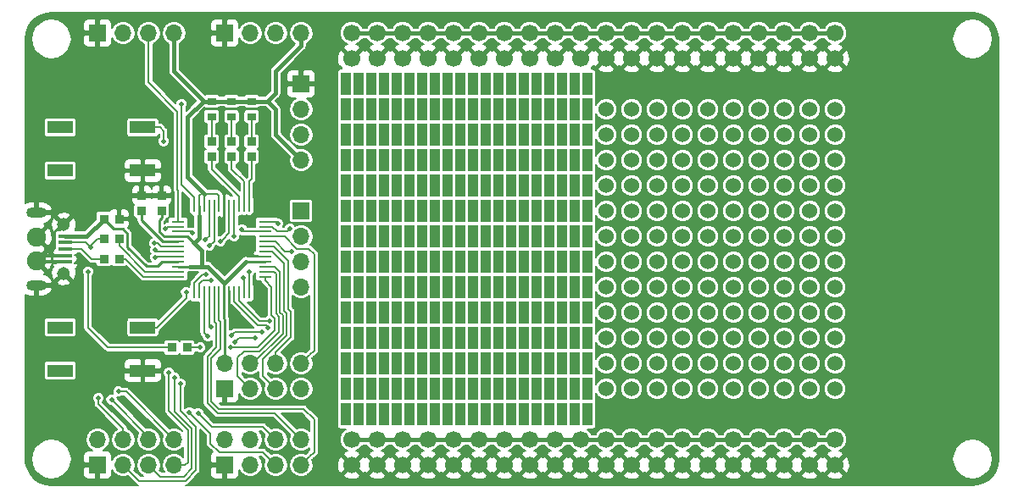
<source format=gtl>
G04 #@! TF.GenerationSoftware,KiCad,Pcbnew,(5.0.0-rc2-dev-222-g3b0a758)*
G04 #@! TF.CreationDate,2018-03-21T23:14:10+01:00*
G04 #@! TF.ProjectId,Geckonator Dev Edition,4765636B6F6E61746F72204465762045,rev?*
G04 #@! TF.SameCoordinates,Original*
G04 #@! TF.FileFunction,Copper,L1,Top,Signal*
G04 #@! TF.FilePolarity,Positive*
%FSLAX46Y46*%
G04 Gerber Fmt 4.6, Leading zero omitted, Abs format (unit mm)*
G04 Created by KiCad (PCBNEW (5.0.0-rc2-dev-222-g3b0a758)) date Wednesday, 21 March 2018 at 23:14:10*
%MOMM*%
%LPD*%
G01*
G04 APERTURE LIST*
%ADD10R,1.016000X2.286000*%
%ADD11R,0.889000X0.889000*%
%ADD12C,1.524000*%
%ADD13C,1.700000*%
%ADD14R,0.889000X0.762000*%
%ADD15O,1.700000X1.700000*%
%ADD16R,1.700000X1.700000*%
%ADD17R,2.540000X1.270000*%
%ADD18R,0.250000X1.300000*%
%ADD19R,1.300000X0.250000*%
%ADD20R,1.348740X0.398780*%
%ADD21C,1.899920*%
%ADD22O,2.032000X1.016000*%
%ADD23C,1.305560*%
%ADD24C,0.500000*%
%ADD25C,0.400000*%
%ADD26C,0.250000*%
%ADD27C,0.200000*%
%ADD28C,0.300000*%
G04 APERTURE END LIST*
D10*
X106515000Y-90510000D03*
X105245000Y-90510000D03*
X103975000Y-90510000D03*
X102705000Y-90510000D03*
X101435000Y-90510000D03*
X100165000Y-90510000D03*
X98895000Y-90510000D03*
X97625000Y-90510000D03*
X96355000Y-90510000D03*
X95085000Y-90510000D03*
X93815000Y-90510000D03*
X92545000Y-90510000D03*
X91275000Y-90510000D03*
X90005000Y-90510000D03*
X88735000Y-90510000D03*
X87465000Y-90510000D03*
X86195000Y-90510000D03*
X84925000Y-90510000D03*
X83655000Y-90510000D03*
X82385000Y-90510000D03*
X106515000Y-57490000D03*
X105245000Y-57490000D03*
X103975000Y-57490000D03*
X102705000Y-57490000D03*
X101435000Y-57490000D03*
X100165000Y-57490000D03*
X98895000Y-57490000D03*
X97625000Y-57490000D03*
X96355000Y-57490000D03*
X95085000Y-57490000D03*
X93815000Y-57490000D03*
X92545000Y-57490000D03*
X91275000Y-57490000D03*
X90005000Y-57490000D03*
X88735000Y-57490000D03*
X87465000Y-57490000D03*
X86195000Y-57490000D03*
X84925000Y-57490000D03*
X83655000Y-57490000D03*
X82385000Y-57490000D03*
X106515000Y-72730000D03*
X105245000Y-72730000D03*
X103975000Y-72730000D03*
X102705000Y-72730000D03*
X101435000Y-72730000D03*
X100165000Y-72730000D03*
X98895000Y-72730000D03*
X97625000Y-72730000D03*
X96355000Y-72730000D03*
X95085000Y-72730000D03*
X93815000Y-72730000D03*
X92545000Y-72730000D03*
X91275000Y-72730000D03*
X90005000Y-72730000D03*
X88735000Y-72730000D03*
X87465000Y-72730000D03*
X86195000Y-72730000D03*
X84925000Y-72730000D03*
X83655000Y-72730000D03*
X82385000Y-72730000D03*
X106515000Y-75270000D03*
X105245000Y-75270000D03*
X103975000Y-75270000D03*
X102705000Y-75270000D03*
X101435000Y-75270000D03*
X100165000Y-75270000D03*
X98895000Y-75270000D03*
X97625000Y-75270000D03*
X96355000Y-75270000D03*
X95085000Y-75270000D03*
X93815000Y-75270000D03*
X92545000Y-75270000D03*
X91275000Y-75270000D03*
X90005000Y-75270000D03*
X88735000Y-75270000D03*
X87465000Y-75270000D03*
X86195000Y-75270000D03*
X84925000Y-75270000D03*
X83655000Y-75270000D03*
X82385000Y-75270000D03*
X106515000Y-77810000D03*
X105245000Y-77810000D03*
X103975000Y-77810000D03*
X102705000Y-77810000D03*
X101435000Y-77810000D03*
X100165000Y-77810000D03*
X98895000Y-77810000D03*
X97625000Y-77810000D03*
X96355000Y-77810000D03*
X95085000Y-77810000D03*
X93815000Y-77810000D03*
X92545000Y-77810000D03*
X91275000Y-77810000D03*
X90005000Y-77810000D03*
X88735000Y-77810000D03*
X87465000Y-77810000D03*
X86195000Y-77810000D03*
X84925000Y-77810000D03*
X83655000Y-77810000D03*
X82385000Y-77810000D03*
X106515000Y-80350000D03*
X105245000Y-80350000D03*
X103975000Y-80350000D03*
X102705000Y-80350000D03*
X101435000Y-80350000D03*
X100165000Y-80350000D03*
X98895000Y-80350000D03*
X97625000Y-80350000D03*
X96355000Y-80350000D03*
X95085000Y-80350000D03*
X93815000Y-80350000D03*
X92545000Y-80350000D03*
X91275000Y-80350000D03*
X90005000Y-80350000D03*
X88735000Y-80350000D03*
X87465000Y-80350000D03*
X86195000Y-80350000D03*
X84925000Y-80350000D03*
X83655000Y-80350000D03*
X82385000Y-80350000D03*
X106515000Y-82890000D03*
X105245000Y-82890000D03*
X103975000Y-82890000D03*
X102705000Y-82890000D03*
X101435000Y-82890000D03*
X100165000Y-82890000D03*
X98895000Y-82890000D03*
X97625000Y-82890000D03*
X96355000Y-82890000D03*
X95085000Y-82890000D03*
X93815000Y-82890000D03*
X92545000Y-82890000D03*
X91275000Y-82890000D03*
X90005000Y-82890000D03*
X88735000Y-82890000D03*
X87465000Y-82890000D03*
X86195000Y-82890000D03*
X84925000Y-82890000D03*
X83655000Y-82890000D03*
X82385000Y-82890000D03*
X106515000Y-85430000D03*
X105245000Y-85430000D03*
X103975000Y-85430000D03*
X102705000Y-85430000D03*
X101435000Y-85430000D03*
X100165000Y-85430000D03*
X98895000Y-85430000D03*
X97625000Y-85430000D03*
X96355000Y-85430000D03*
X95085000Y-85430000D03*
X93815000Y-85430000D03*
X92545000Y-85430000D03*
X91275000Y-85430000D03*
X90005000Y-85430000D03*
X88735000Y-85430000D03*
X87465000Y-85430000D03*
X86195000Y-85430000D03*
X84925000Y-85430000D03*
X83655000Y-85430000D03*
X82385000Y-85430000D03*
X106515000Y-87970000D03*
X105245000Y-87970000D03*
X103975000Y-87970000D03*
X102705000Y-87970000D03*
X101435000Y-87970000D03*
X100165000Y-87970000D03*
X98895000Y-87970000D03*
X97625000Y-87970000D03*
X96355000Y-87970000D03*
X95085000Y-87970000D03*
X93815000Y-87970000D03*
X92545000Y-87970000D03*
X91275000Y-87970000D03*
X90005000Y-87970000D03*
X88735000Y-87970000D03*
X87465000Y-87970000D03*
X86195000Y-87970000D03*
X84925000Y-87970000D03*
X83655000Y-87970000D03*
X82385000Y-87970000D03*
X106515000Y-70190000D03*
X105245000Y-70190000D03*
X103975000Y-70190000D03*
X102705000Y-70190000D03*
X101435000Y-70190000D03*
X100165000Y-70190000D03*
X98895000Y-70190000D03*
X97625000Y-70190000D03*
X96355000Y-70190000D03*
X95085000Y-70190000D03*
X93815000Y-70190000D03*
X92545000Y-70190000D03*
X91275000Y-70190000D03*
X90005000Y-70190000D03*
X88735000Y-70190000D03*
X87465000Y-70190000D03*
X86195000Y-70190000D03*
X84925000Y-70190000D03*
X83655000Y-70190000D03*
X82385000Y-70190000D03*
X106515000Y-67650000D03*
X105245000Y-67650000D03*
X103975000Y-67650000D03*
X102705000Y-67650000D03*
X101435000Y-67650000D03*
X100165000Y-67650000D03*
X98895000Y-67650000D03*
X97625000Y-67650000D03*
X96355000Y-67650000D03*
X95085000Y-67650000D03*
X93815000Y-67650000D03*
X92545000Y-67650000D03*
X91275000Y-67650000D03*
X90005000Y-67650000D03*
X88735000Y-67650000D03*
X87465000Y-67650000D03*
X86195000Y-67650000D03*
X84925000Y-67650000D03*
X83655000Y-67650000D03*
X82385000Y-67650000D03*
X106515000Y-65110000D03*
X105245000Y-65110000D03*
X103975000Y-65110000D03*
X102705000Y-65110000D03*
X101435000Y-65110000D03*
X100165000Y-65110000D03*
X98895000Y-65110000D03*
X97625000Y-65110000D03*
X96355000Y-65110000D03*
X95085000Y-65110000D03*
X93815000Y-65110000D03*
X92545000Y-65110000D03*
X91275000Y-65110000D03*
X90005000Y-65110000D03*
X88735000Y-65110000D03*
X87465000Y-65110000D03*
X86195000Y-65110000D03*
X84925000Y-65110000D03*
X83655000Y-65110000D03*
X82385000Y-65110000D03*
X106515000Y-62570000D03*
X105245000Y-62570000D03*
X103975000Y-62570000D03*
X102705000Y-62570000D03*
X101435000Y-62570000D03*
X100165000Y-62570000D03*
X98895000Y-62570000D03*
X97625000Y-62570000D03*
X96355000Y-62570000D03*
X95085000Y-62570000D03*
X93815000Y-62570000D03*
X92545000Y-62570000D03*
X91275000Y-62570000D03*
X90005000Y-62570000D03*
X88735000Y-62570000D03*
X87465000Y-62570000D03*
X86195000Y-62570000D03*
X84925000Y-62570000D03*
X83655000Y-62570000D03*
X82385000Y-62570000D03*
X106515000Y-60030000D03*
X105245000Y-60030000D03*
X103975000Y-60030000D03*
X102705000Y-60030000D03*
X101435000Y-60030000D03*
X100165000Y-60030000D03*
X98895000Y-60030000D03*
X97625000Y-60030000D03*
X96355000Y-60030000D03*
X95085000Y-60030000D03*
X93815000Y-60030000D03*
X92545000Y-60030000D03*
X91275000Y-60030000D03*
X90005000Y-60030000D03*
X88735000Y-60030000D03*
X87465000Y-60030000D03*
X86195000Y-60030000D03*
X84925000Y-60030000D03*
X83655000Y-60030000D03*
X82385000Y-60030000D03*
D11*
X64000000Y-70162000D03*
X64000000Y-68638000D03*
X62000000Y-68638000D03*
X62000000Y-70162000D03*
X58238000Y-71000000D03*
X59762000Y-71000000D03*
D12*
X131280000Y-87970000D03*
X131280000Y-85430000D03*
X128740000Y-85430000D03*
X128740000Y-87970000D03*
X126200000Y-87970000D03*
X126200000Y-85430000D03*
X123660000Y-85430000D03*
X123660000Y-87970000D03*
X121120000Y-87970000D03*
X121120000Y-85430000D03*
X118580000Y-85430000D03*
X118580000Y-87970000D03*
X116040000Y-87970000D03*
X116040000Y-85430000D03*
X113500000Y-85430000D03*
X113500000Y-87970000D03*
X110960000Y-87970000D03*
X110960000Y-85430000D03*
X110960000Y-82890000D03*
X113500000Y-82890000D03*
X116040000Y-82890000D03*
X118580000Y-82890000D03*
X121120000Y-82890000D03*
X123660000Y-82890000D03*
X126200000Y-82890000D03*
X128740000Y-82890000D03*
X131280000Y-82890000D03*
X131280000Y-80350000D03*
X128740000Y-80350000D03*
X126200000Y-80350000D03*
X123660000Y-80350000D03*
X121120000Y-80350000D03*
X118580000Y-80350000D03*
X116040000Y-80350000D03*
X113500000Y-80350000D03*
X110960000Y-80350000D03*
X110960000Y-77810000D03*
X113500000Y-77810000D03*
X116040000Y-77810000D03*
X118580000Y-77810000D03*
X121120000Y-77810000D03*
X123660000Y-77810000D03*
X126200000Y-77810000D03*
X128740000Y-77810000D03*
X131280000Y-77810000D03*
X131280000Y-75270000D03*
X128740000Y-75270000D03*
X126200000Y-75270000D03*
X123660000Y-75270000D03*
X121120000Y-75270000D03*
X118580000Y-75270000D03*
X116040000Y-75270000D03*
X113500000Y-75270000D03*
X110960000Y-75270000D03*
X110960000Y-72730000D03*
X113500000Y-72730000D03*
X116040000Y-72730000D03*
X118580000Y-72730000D03*
X121120000Y-72730000D03*
X123660000Y-72730000D03*
X126200000Y-72730000D03*
X128740000Y-72730000D03*
X131280000Y-72730000D03*
X131280000Y-70190000D03*
X128740000Y-70190000D03*
X126200000Y-70190000D03*
X123660000Y-70190000D03*
X121120000Y-70190000D03*
X118580000Y-70190000D03*
X116040000Y-70190000D03*
X113500000Y-70190000D03*
X110960000Y-70190000D03*
X110960000Y-67650000D03*
X113500000Y-67650000D03*
X116040000Y-67650000D03*
X118580000Y-67650000D03*
X121120000Y-67650000D03*
X123660000Y-67650000D03*
X126200000Y-67650000D03*
X128740000Y-67650000D03*
X131280000Y-67650000D03*
X131280000Y-65110000D03*
X128740000Y-65110000D03*
X126200000Y-65110000D03*
X123660000Y-65110000D03*
X121120000Y-65110000D03*
X118580000Y-65110000D03*
X116040000Y-65110000D03*
X113500000Y-65110000D03*
X110960000Y-65110000D03*
X110960000Y-62570000D03*
X113500000Y-62570000D03*
X116040000Y-62570000D03*
X118580000Y-62570000D03*
X121120000Y-62570000D03*
X123660000Y-62570000D03*
X126200000Y-62570000D03*
X128740000Y-62570000D03*
X131280000Y-62570000D03*
X131280000Y-60030000D03*
X128740000Y-60030000D03*
X126200000Y-60030000D03*
X123660000Y-60030000D03*
X121120000Y-60030000D03*
X118580000Y-60030000D03*
X116040000Y-60030000D03*
X113500000Y-60030000D03*
X110960000Y-60030000D03*
X108420000Y-72730000D03*
X108420000Y-75270000D03*
X108420000Y-87970000D03*
X108420000Y-85430000D03*
X108420000Y-82890000D03*
X108420000Y-80350000D03*
X108420000Y-77810000D03*
X108420000Y-70190000D03*
X108420000Y-67650000D03*
X108420000Y-65110000D03*
X108420000Y-62570000D03*
D13*
X131280000Y-93050000D03*
X128740000Y-93050000D03*
X126200000Y-93050000D03*
X123660000Y-93050000D03*
X121120000Y-93050000D03*
X118580000Y-93050000D03*
X116040000Y-93050000D03*
X113500000Y-93050000D03*
X110960000Y-93050000D03*
X108420000Y-93050000D03*
X105880000Y-93050000D03*
X103340000Y-93050000D03*
X100800000Y-93050000D03*
X98260000Y-93050000D03*
X95720000Y-93050000D03*
X93180000Y-93050000D03*
X90640000Y-93050000D03*
X88100000Y-93050000D03*
X85560000Y-93050000D03*
X83020000Y-93050000D03*
X131280000Y-95590000D03*
X128740000Y-95590000D03*
X126200000Y-95590000D03*
X123660000Y-95590000D03*
X121120000Y-95590000D03*
X118580000Y-95590000D03*
X116040000Y-95590000D03*
X113500000Y-95590000D03*
X110960000Y-95590000D03*
X108420000Y-95590000D03*
X105880000Y-95590000D03*
X103340000Y-95590000D03*
X100800000Y-95590000D03*
X98260000Y-95590000D03*
X95720000Y-95590000D03*
X93180000Y-95590000D03*
X90640000Y-95590000D03*
X88100000Y-95590000D03*
X85560000Y-95590000D03*
X83020000Y-95590000D03*
X131280000Y-54950000D03*
X128740000Y-54950000D03*
X126200000Y-54950000D03*
X123660000Y-54950000D03*
X121120000Y-54950000D03*
X118580000Y-54950000D03*
X116040000Y-54950000D03*
X113500000Y-54950000D03*
X110960000Y-54950000D03*
X108420000Y-54950000D03*
X105880000Y-54950000D03*
X103340000Y-54950000D03*
X100800000Y-54950000D03*
X98260000Y-54950000D03*
X95720000Y-54950000D03*
X93180000Y-54950000D03*
X90640000Y-54950000D03*
X88100000Y-54950000D03*
X85560000Y-54950000D03*
X83020000Y-54950000D03*
X131280000Y-52410000D03*
X128740000Y-52410000D03*
X126200000Y-52410000D03*
X123660000Y-52410000D03*
X121120000Y-52410000D03*
X118580000Y-52410000D03*
X116040000Y-52410000D03*
X113500000Y-52410000D03*
X110960000Y-52410000D03*
X108420000Y-52410000D03*
X105880000Y-52410000D03*
X103340000Y-52410000D03*
X100800000Y-52410000D03*
X98260000Y-52410000D03*
X95720000Y-52410000D03*
X93180000Y-52410000D03*
X90640000Y-52410000D03*
X88100000Y-52410000D03*
X85560000Y-52410000D03*
D14*
X73000000Y-59238000D03*
X73000000Y-60762000D03*
X71000000Y-60762000D03*
X71000000Y-59238000D03*
X69000000Y-59238000D03*
X69000000Y-60762000D03*
D15*
X77940000Y-52410000D03*
X75400000Y-52410000D03*
X72860000Y-52410000D03*
D16*
X70320000Y-52410000D03*
X57620000Y-52410000D03*
D15*
X60160000Y-52410000D03*
X62700000Y-52410000D03*
X65240000Y-52410000D03*
X77940000Y-65110000D03*
X77940000Y-62570000D03*
X77940000Y-60030000D03*
D16*
X77940000Y-57490000D03*
D15*
X77940000Y-85430000D03*
X77940000Y-87970000D03*
X75400000Y-85430000D03*
X75400000Y-87970000D03*
X72860000Y-85430000D03*
X72860000Y-87970000D03*
X70320000Y-85430000D03*
D16*
X70320000Y-87970000D03*
X70320000Y-95590000D03*
D15*
X70320000Y-93050000D03*
X72860000Y-95590000D03*
X72860000Y-93050000D03*
X75400000Y-95590000D03*
X75400000Y-93050000D03*
X77940000Y-95590000D03*
X77940000Y-93050000D03*
X65240000Y-93050000D03*
X65240000Y-95590000D03*
X62700000Y-93050000D03*
X62700000Y-95590000D03*
X60160000Y-93050000D03*
X60160000Y-95590000D03*
X57620000Y-93050000D03*
D16*
X57620000Y-95590000D03*
D17*
X53872500Y-81841000D03*
X53872500Y-86159000D03*
X62127500Y-86159000D03*
X62127500Y-81841000D03*
X62127500Y-61841000D03*
X62127500Y-66159000D03*
X53872500Y-66159000D03*
X53872500Y-61841000D03*
D11*
X73000000Y-64762000D03*
X73000000Y-63238000D03*
X71000000Y-63238000D03*
X71000000Y-64762000D03*
X69000000Y-64762000D03*
X69000000Y-63238000D03*
X65013000Y-83850000D03*
X66537000Y-83850000D03*
X58238000Y-73000000D03*
X59762000Y-73000000D03*
X59762000Y-75000000D03*
X58238000Y-75000000D03*
D18*
X72750000Y-78350000D03*
X72250000Y-78350000D03*
X71750000Y-78350000D03*
X71250000Y-78350000D03*
X70750000Y-78350000D03*
X70250000Y-78350000D03*
X69750000Y-78350000D03*
X69250000Y-78350000D03*
X68750000Y-78350000D03*
X68250000Y-78350000D03*
X67750000Y-78350000D03*
X67250000Y-78350000D03*
D19*
X65650000Y-76750000D03*
X65650000Y-76250000D03*
X65650000Y-75750000D03*
X65650000Y-75250000D03*
X65650000Y-74750000D03*
X65650000Y-74250000D03*
X65650000Y-73750000D03*
X65650000Y-73250000D03*
X65650000Y-72750000D03*
X65650000Y-72250000D03*
X65650000Y-71750000D03*
X65650000Y-71250000D03*
D18*
X67250000Y-69650000D03*
X67750000Y-69650000D03*
X68250000Y-69650000D03*
X68750000Y-69650000D03*
X69250000Y-69650000D03*
X69750000Y-69650000D03*
X70250000Y-69650000D03*
X70750000Y-69650000D03*
X71250000Y-69650000D03*
X71750000Y-69650000D03*
X72250000Y-69650000D03*
X72750000Y-69650000D03*
D19*
X74350000Y-71250000D03*
X74350000Y-71750000D03*
X74350000Y-72250000D03*
X74350000Y-72750000D03*
X74350000Y-73250000D03*
X74350000Y-73750000D03*
X74350000Y-74250000D03*
X74350000Y-74750000D03*
X74350000Y-75250000D03*
X74350000Y-75750000D03*
X74350000Y-76250000D03*
X74350000Y-76750000D03*
D20*
X54372740Y-72702060D03*
X54372740Y-73352300D03*
X54372740Y-74000000D03*
X54372740Y-74647700D03*
X54372740Y-75297940D03*
D21*
X51500000Y-72801120D03*
X51500000Y-75198880D03*
D22*
X51500000Y-70375420D03*
X51500000Y-77624580D03*
D23*
X54227960Y-71576840D03*
X54227960Y-76423160D03*
D15*
X77940000Y-77810000D03*
X77940000Y-75270000D03*
X77940000Y-72730000D03*
D16*
X77940000Y-70190000D03*
D13*
X83020000Y-52410000D03*
D12*
X108420000Y-60030000D03*
D24*
X53400000Y-83900000D03*
X146100000Y-93000000D03*
X147000000Y-93900000D03*
X143000000Y-93900000D03*
X143900000Y-93000000D03*
X143900000Y-97000000D03*
X143000000Y-96100000D03*
X147000000Y-96100000D03*
X146100000Y-97000000D03*
X145000000Y-97300000D03*
X145000000Y-92700000D03*
X142700000Y-95000000D03*
X147300000Y-95000000D03*
X146100000Y-51000000D03*
X147000000Y-51900000D03*
X143000000Y-51900000D03*
X143900000Y-51000000D03*
X143900000Y-55000000D03*
X143000000Y-54100000D03*
X147000000Y-54100000D03*
X146100000Y-55000000D03*
X145000000Y-55300000D03*
X145000000Y-50700000D03*
X142700000Y-53000000D03*
X147300000Y-53000000D03*
X55000000Y-54100000D03*
X54100000Y-55000000D03*
X51900000Y-55000000D03*
X51000000Y-54100000D03*
X51000000Y-51900000D03*
X51900000Y-51000000D03*
X54100000Y-51000000D03*
X55000000Y-51900000D03*
X51900000Y-97000000D03*
X51000000Y-96100000D03*
X51000000Y-93900000D03*
X51900000Y-93000000D03*
X54100000Y-93000000D03*
X55000000Y-93900000D03*
X55000000Y-96100000D03*
X54100000Y-97000000D03*
X53000000Y-97300000D03*
X53000000Y-92700000D03*
X50700000Y-95000000D03*
X55300000Y-95000000D03*
X53000000Y-55300000D03*
X53000000Y-50700000D03*
X50700000Y-53000000D03*
X55300000Y-53000000D03*
X61400000Y-78600000D03*
X71300000Y-81300000D03*
X67100000Y-81250000D03*
X69000000Y-56000000D03*
X68000000Y-66500000D03*
X54000000Y-69000000D03*
X68290000Y-94410000D03*
X71420000Y-91100000D03*
X73690000Y-91100000D03*
X77300000Y-90640000D03*
X78040000Y-82260000D03*
X71470000Y-75090000D03*
X70320000Y-76250000D03*
X67450000Y-88570000D03*
X67160000Y-85760000D03*
X73460000Y-78280000D03*
X76950000Y-74225000D03*
X59000000Y-58500000D03*
X54500000Y-89500000D03*
X54000000Y-79000000D03*
X52500000Y-58500000D03*
X67700000Y-62100000D03*
X70000000Y-71700000D03*
X66300000Y-69700000D03*
X68906397Y-77120503D03*
X68471767Y-76571765D03*
X66000000Y-59500008D03*
X72750000Y-76250000D03*
X72200000Y-76850000D03*
X76830000Y-71970000D03*
X75625000Y-71450000D03*
X66778646Y-90319414D03*
X64400000Y-72000006D03*
X67650000Y-90400000D03*
X67099990Y-72381254D03*
X59700000Y-88250000D03*
X63399990Y-74800000D03*
X64750000Y-86350000D03*
X68380850Y-73057660D03*
X63399990Y-74099987D03*
X59000000Y-89050002D03*
X65325000Y-86900000D03*
X68800000Y-73650000D03*
X57700000Y-88900000D03*
X63290293Y-73408624D03*
X65875000Y-87425000D03*
X69900000Y-73200000D03*
X66450010Y-78300000D03*
X71249994Y-72750000D03*
X72036084Y-72086084D03*
X64200000Y-63200000D03*
X56950000Y-73849998D03*
X56650000Y-76250000D03*
X70910032Y-83850004D03*
X67870000Y-83840000D03*
X74657680Y-81888731D03*
X74760043Y-81170214D03*
X71000002Y-82630000D03*
X68944968Y-81790000D03*
X74000000Y-82280000D03*
X71330016Y-83289978D03*
X68620000Y-82720000D03*
X73380000Y-82910000D03*
D25*
X128740000Y-93050000D02*
X131280000Y-93050000D01*
X126200000Y-93050000D02*
X128740000Y-93050000D01*
X123660000Y-93050000D02*
X126200000Y-93050000D01*
X121120000Y-93050000D02*
X123660000Y-93050000D01*
X118580000Y-93050000D02*
X121120000Y-93050000D01*
X116040000Y-93050000D02*
X118580000Y-93050000D01*
X113500000Y-93050000D02*
X116040000Y-93050000D01*
X110960000Y-93050000D02*
X113500000Y-93050000D01*
X108420000Y-93050000D02*
X110960000Y-93050000D01*
X105880000Y-93050000D02*
X108420000Y-93050000D01*
X103340000Y-93050000D02*
X105880000Y-93050000D01*
X100800000Y-93050000D02*
X103340000Y-93050000D01*
X98260000Y-93050000D02*
X100800000Y-93050000D01*
X95720000Y-93050000D02*
X98260000Y-93050000D01*
X93180000Y-93050000D02*
X95720000Y-93050000D01*
X90640000Y-93050000D02*
X93180000Y-93050000D01*
X88100000Y-93050000D02*
X90640000Y-93050000D01*
X85560000Y-93050000D02*
X88100000Y-93050000D01*
X83020000Y-93050000D02*
X85560000Y-93050000D01*
X128740000Y-52410000D02*
X131280000Y-52410000D01*
X126200000Y-52410000D02*
X128740000Y-52410000D01*
X123660000Y-52410000D02*
X126200000Y-52410000D01*
X121120000Y-52410000D02*
X123660000Y-52410000D01*
X118580000Y-52410000D02*
X121120000Y-52410000D01*
X116040000Y-52410000D02*
X118580000Y-52410000D01*
X113500000Y-52410000D02*
X116040000Y-52410000D01*
X110960000Y-52410000D02*
X113500000Y-52410000D01*
X108420000Y-52410000D02*
X110960000Y-52410000D01*
X105880000Y-52410000D02*
X108420000Y-52410000D01*
X103340000Y-52410000D02*
X105880000Y-52410000D01*
X100800000Y-52410000D02*
X103340000Y-52410000D01*
X98260000Y-52410000D02*
X100800000Y-52410000D01*
X95720000Y-52410000D02*
X98260000Y-52410000D01*
X95720000Y-52410000D02*
X93180000Y-52410000D01*
X90640000Y-52410000D02*
X93180000Y-52410000D01*
X88100000Y-52410000D02*
X90640000Y-52410000D01*
X85560000Y-52410000D02*
X88100000Y-52410000D01*
X83020000Y-52410000D02*
X85560000Y-52410000D01*
D26*
X70250000Y-78350000D02*
X70250000Y-80930000D01*
X70250000Y-80930000D02*
X70320000Y-81000000D01*
X70320000Y-81000000D02*
X70320000Y-84227919D01*
X70320000Y-84227919D02*
X70320000Y-85430000D01*
D25*
X77940000Y-52410000D02*
X77940000Y-53660000D01*
X75400000Y-58400000D02*
X74562000Y-59238000D01*
X77940000Y-53660000D02*
X75400000Y-56200000D01*
X75400000Y-56200000D02*
X75400000Y-58400000D01*
X74562000Y-59238000D02*
X73000000Y-59238000D01*
X73000000Y-59238000D02*
X74608000Y-59238000D01*
X74608000Y-59238000D02*
X75400000Y-60030000D01*
X75400000Y-60030000D02*
X75400000Y-62570000D01*
X75400000Y-62570000D02*
X77940000Y-65110000D01*
X65240000Y-52410000D02*
X65240000Y-56240000D01*
X65240000Y-56240000D02*
X68238000Y-59238000D01*
X68238000Y-59238000D02*
X69000000Y-59238000D01*
X69000000Y-59238000D02*
X68155500Y-59238000D01*
X68155500Y-59238000D02*
X66600000Y-60793500D01*
X66600000Y-60793500D02*
X66600000Y-66800000D01*
X66600000Y-66800000D02*
X68250000Y-68450000D01*
D26*
X67750000Y-70700000D02*
X67750000Y-70175000D01*
D25*
X67750000Y-72901002D02*
X67750000Y-70700000D01*
X67251002Y-73400000D02*
X67750000Y-72901002D01*
X68000000Y-74200000D02*
X68000000Y-74148998D01*
X68000000Y-74148998D02*
X67251002Y-73400000D01*
X68000000Y-75750000D02*
X68000000Y-74200000D01*
D26*
X73400000Y-75250000D02*
X72450000Y-75250000D01*
X74350000Y-75250000D02*
X73400000Y-75250000D01*
D25*
X70250000Y-77376998D02*
X70323002Y-77376998D01*
X70323002Y-77376998D02*
X72450000Y-75250000D01*
X68623002Y-75750000D02*
X70250000Y-77376998D01*
D26*
X65650000Y-75750000D02*
X66800000Y-75750000D01*
D25*
X66800000Y-75750000D02*
X68623002Y-75750000D01*
D26*
X66550000Y-72750000D02*
X67200000Y-73400000D01*
X67200000Y-73400000D02*
X67251002Y-73400000D01*
X67750000Y-70175000D02*
X67750000Y-69650000D01*
X65650000Y-72750000D02*
X64248998Y-72750000D01*
X63774999Y-71081501D02*
X64000000Y-70856500D01*
X64248998Y-72750000D02*
X63774999Y-72276001D01*
X63774999Y-72276001D02*
X63774999Y-71081501D01*
X64000000Y-70856500D02*
X64000000Y-70162000D01*
D27*
X67750000Y-69650000D02*
X67750000Y-68650000D01*
X67750000Y-68650000D02*
X67950000Y-68450000D01*
X67950000Y-68450000D02*
X68600000Y-68450000D01*
X69750000Y-69650000D02*
X69750000Y-68650000D01*
X69750000Y-68650000D02*
X69550000Y-68450000D01*
X69550000Y-68450000D02*
X68600000Y-68450000D01*
X68600000Y-68450000D02*
X68250000Y-68450000D01*
X68250000Y-68450000D02*
X68250000Y-69650000D01*
D26*
X66550000Y-72750000D02*
X68000000Y-74200000D01*
X70250000Y-77376998D02*
X70250000Y-77450000D01*
X70250000Y-77450000D02*
X70250000Y-78350000D01*
X72450000Y-75250000D02*
X70250000Y-77450000D01*
X65650000Y-72750000D02*
X66550000Y-72750000D01*
D27*
X68000000Y-75750000D02*
X68500000Y-75750000D01*
D25*
X71000000Y-59238000D02*
X73000000Y-59238000D01*
X69000000Y-59238000D02*
X71000000Y-59238000D01*
D27*
X74350000Y-72750000D02*
X76289002Y-72750000D01*
X78789999Y-84580001D02*
X77940000Y-85430000D01*
X77514002Y-73975000D02*
X78700000Y-73975000D01*
X78700000Y-73975000D02*
X79240000Y-74515000D01*
X76289002Y-72750000D02*
X77514002Y-73975000D01*
X79240000Y-74515000D02*
X79240000Y-84130000D01*
X79240000Y-84130000D02*
X78789999Y-84580001D01*
X74350000Y-73250000D02*
X75350000Y-73250000D01*
X76350000Y-74250000D02*
X76925000Y-74250000D01*
X76925000Y-74250000D02*
X76950000Y-74225000D01*
X75350000Y-73250000D02*
X76350000Y-74250000D01*
D28*
X54372740Y-75297940D02*
X51599060Y-75297940D01*
X51599060Y-75297940D02*
X51500000Y-75198880D01*
X54372740Y-74647700D02*
X52051180Y-74647700D01*
X52051180Y-74647700D02*
X51500000Y-75198880D01*
D26*
X65650000Y-73250000D02*
X64112587Y-73250000D01*
X62000000Y-71137413D02*
X62000000Y-70856500D01*
X64112587Y-73250000D02*
X62000000Y-71137413D01*
X62000000Y-70856500D02*
X62000000Y-70162000D01*
X62500000Y-75700000D02*
X60600000Y-73800000D01*
X64050000Y-75250000D02*
X63600000Y-75700000D01*
X60148988Y-72000000D02*
X59200000Y-72000000D01*
X63600000Y-75700000D02*
X62500000Y-75700000D01*
X60600000Y-73800000D02*
X60600000Y-72451012D01*
X65650000Y-75250000D02*
X64050000Y-75250000D01*
X60600000Y-72451012D02*
X60148988Y-72000000D01*
X59200000Y-72000000D02*
X58238000Y-71038000D01*
X58238000Y-71038000D02*
X58238000Y-71000000D01*
D25*
X54372740Y-72702060D02*
X56535940Y-72702060D01*
X56535940Y-72702060D02*
X58238000Y-71000000D01*
D27*
X73000000Y-63238000D02*
X73000000Y-60762000D01*
X71000000Y-63238000D02*
X71000000Y-60762000D01*
X69000000Y-63238000D02*
X69000000Y-60762000D01*
X68128233Y-77121767D02*
X68551580Y-77121767D01*
X67750000Y-78350000D02*
X67750000Y-77500000D01*
X68552844Y-77120503D02*
X68906397Y-77120503D01*
X67750000Y-77500000D02*
X68128233Y-77121767D01*
X68551580Y-77121767D02*
X68552844Y-77120503D01*
X68118214Y-76571765D02*
X68471767Y-76571765D01*
X67250000Y-78350000D02*
X67250000Y-77389979D01*
X67250000Y-77389979D02*
X68068214Y-76571765D01*
X68068214Y-76571765D02*
X68118214Y-76571765D01*
X67250000Y-68800000D02*
X66000000Y-67550000D01*
X66000000Y-67550000D02*
X66000000Y-59853561D01*
X67250000Y-69650000D02*
X67250000Y-68800000D01*
X66000000Y-59853561D02*
X66000000Y-59500008D01*
X62700000Y-53680000D02*
X62700000Y-52410000D01*
X65650000Y-71250000D02*
X65650000Y-68090700D01*
X65650000Y-68090700D02*
X65599989Y-68040689D01*
X65599989Y-68040689D02*
X65599989Y-60249989D01*
X62700000Y-57350000D02*
X62700000Y-53680000D01*
X65599989Y-60249989D02*
X62700000Y-57350000D01*
X72750000Y-76250000D02*
X72750000Y-78350000D01*
X72200000Y-76850000D02*
X72250000Y-76900000D01*
X72250000Y-76900000D02*
X72250000Y-78350000D01*
X74350000Y-73750000D02*
X75200000Y-73750000D01*
X76640044Y-75190044D02*
X76640044Y-79973411D01*
X76640044Y-79973411D02*
X76910089Y-80243456D01*
X76910089Y-80243456D02*
X76910089Y-82779911D01*
X75200000Y-73750000D02*
X76640044Y-75190044D01*
X76910089Y-82779911D02*
X75400000Y-84290000D01*
X75400000Y-84290000D02*
X75400000Y-85430000D01*
X76510078Y-80409145D02*
X76240033Y-80139100D01*
X75400000Y-87970000D02*
X74150000Y-86720000D01*
X76240033Y-75419737D02*
X75070296Y-74250000D01*
X74150000Y-86720000D02*
X74150000Y-84967100D01*
X74150000Y-84967100D02*
X76510078Y-82607022D01*
X75070296Y-74250000D02*
X74350000Y-74250000D01*
X76510078Y-82607022D02*
X76510078Y-80409145D01*
X76240033Y-80139100D02*
X76240033Y-75419737D01*
X73121400Y-85430000D02*
X72860000Y-85430000D01*
X75315700Y-75750000D02*
X75840022Y-76274322D01*
X76110067Y-80574834D02*
X76110067Y-82441333D01*
X75840022Y-76274322D02*
X75840022Y-80304789D01*
X76110067Y-82441333D02*
X73121400Y-85430000D01*
X74350000Y-75750000D02*
X75315700Y-75750000D01*
X75840022Y-80304789D02*
X76110067Y-80574834D01*
X75710056Y-80740523D02*
X75710056Y-82275644D01*
X71600000Y-86710000D02*
X72010001Y-87120001D01*
X75440011Y-80470478D02*
X75710056Y-80740523D01*
X75200000Y-76250000D02*
X75440011Y-76490011D01*
X74350000Y-76250000D02*
X75200000Y-76250000D01*
X72209985Y-84250015D02*
X71600000Y-84860000D01*
X73735685Y-84250015D02*
X72209985Y-84250015D01*
X72010001Y-87120001D02*
X72860000Y-87970000D01*
X75710056Y-82275644D02*
X73735685Y-84250015D01*
X75440011Y-76490011D02*
X75440011Y-80470478D01*
X71600000Y-84860000D02*
X71600000Y-86710000D01*
X76580001Y-72219999D02*
X76830000Y-71970000D01*
X75071447Y-71750000D02*
X75541446Y-72219999D01*
X74350000Y-71750000D02*
X75071447Y-71750000D01*
X75541446Y-72219999D02*
X76580001Y-72219999D01*
X75425000Y-71250000D02*
X75625000Y-71450000D01*
X74350000Y-71250000D02*
X75425000Y-71250000D01*
X69770000Y-94320000D02*
X68900000Y-93450000D01*
X68900000Y-93450000D02*
X68900000Y-92440768D01*
X67028645Y-90569413D02*
X66778646Y-90319414D01*
X68900000Y-92440768D02*
X67028645Y-90569413D01*
X75400000Y-95590000D02*
X74130000Y-94320000D01*
X74130000Y-94320000D02*
X69770000Y-94320000D01*
X65650000Y-71750000D02*
X64650006Y-71750000D01*
X64650006Y-71750000D02*
X64400000Y-72000006D01*
X67650000Y-90400000D02*
X69030000Y-91780000D01*
X69030000Y-91780000D02*
X74130000Y-91780000D01*
X74130000Y-91780000D02*
X75400000Y-93050000D01*
X66968736Y-72250000D02*
X67099990Y-72381254D01*
X65650000Y-72250000D02*
X66968736Y-72250000D01*
X68975011Y-84940689D02*
X68975011Y-89225011D01*
X69894989Y-84020711D02*
X68975011Y-84940689D01*
X69750000Y-78350000D02*
X69750000Y-81110298D01*
X79250000Y-91050000D02*
X79250000Y-94280000D01*
X79250000Y-94280000D02*
X78789999Y-94740001D01*
X78200000Y-90000000D02*
X79250000Y-91050000D01*
X69750000Y-90000000D02*
X78200000Y-90000000D01*
X69894989Y-81255287D02*
X69894989Y-84020711D01*
X69750000Y-81110298D02*
X69894989Y-81255287D01*
X78789999Y-94740001D02*
X77940000Y-95590000D01*
X68975011Y-89225011D02*
X69750000Y-90000000D01*
X69250000Y-81235998D02*
X69250000Y-79200000D01*
X69584311Y-90400011D02*
X68575000Y-89390700D01*
X68575000Y-89390700D02*
X68575000Y-84775000D01*
X69494978Y-81480976D02*
X69250000Y-81235998D01*
X69250000Y-79200000D02*
X69250000Y-78350000D01*
X68575000Y-84775000D02*
X69494978Y-83855022D01*
X75290011Y-90400011D02*
X69584311Y-90400011D01*
X69494978Y-83855022D02*
X69494978Y-81480976D01*
X77940000Y-93050000D02*
X75290011Y-90400011D01*
X60440000Y-88250000D02*
X60053553Y-88250000D01*
X60053553Y-88250000D02*
X59700000Y-88250000D01*
X65240000Y-93050000D02*
X60440000Y-88250000D01*
X65650000Y-74750000D02*
X63449990Y-74750000D01*
X63449990Y-74750000D02*
X63399990Y-74800000D01*
X64750000Y-90200000D02*
X64750000Y-86703553D01*
X66330000Y-95590000D02*
X66619978Y-95300022D01*
X65240000Y-95590000D02*
X66330000Y-95590000D01*
X66619978Y-95300022D02*
X66619978Y-92069978D01*
X66619978Y-92069978D02*
X64750000Y-90200000D01*
X64750000Y-86703553D02*
X64750000Y-86350000D01*
X68750000Y-72688510D02*
X68630849Y-72807661D01*
X68630849Y-72807661D02*
X68380850Y-73057660D01*
X68750000Y-69650000D02*
X68750000Y-72688510D01*
X62700000Y-93050000D02*
X62700000Y-92750000D01*
X62700000Y-92750000D02*
X59000002Y-89050002D01*
X59000002Y-89050002D02*
X59000000Y-89050002D01*
X65650000Y-74250000D02*
X63550003Y-74250000D01*
X63550003Y-74250000D02*
X63399990Y-74099987D01*
X65325000Y-90209300D02*
X65325000Y-87253553D01*
X65325000Y-87253553D02*
X65325000Y-86900000D01*
X63859989Y-96749989D02*
X66200011Y-96749989D01*
X66200011Y-96749989D02*
X67019989Y-95930011D01*
X67019989Y-95930011D02*
X67019989Y-91904289D01*
X67019989Y-91904289D02*
X65325000Y-90209300D01*
X62700000Y-95590000D02*
X63859989Y-96749989D01*
X69250000Y-69650000D02*
X69250000Y-73200000D01*
X69250000Y-73200000D02*
X68800000Y-73650000D01*
X57700000Y-88900000D02*
X57700000Y-89500000D01*
X57700000Y-89500000D02*
X60160000Y-91960000D01*
X60160000Y-91960000D02*
X60160000Y-93050000D01*
X65650000Y-73750000D02*
X63956739Y-73750000D01*
X63615363Y-73408624D02*
X63290293Y-73408624D01*
X63956739Y-73750000D02*
X63615363Y-73408624D01*
X65875000Y-90193600D02*
X65875000Y-87778553D01*
X67420000Y-91738600D02*
X65875000Y-90193600D01*
X60160000Y-95590000D02*
X61720000Y-97150000D01*
X65875000Y-87778553D02*
X65875000Y-87425000D01*
X61720000Y-97150000D02*
X66365700Y-97150000D01*
X66365700Y-97150000D02*
X67420000Y-96095700D01*
X67420000Y-96095700D02*
X67420000Y-91738600D01*
X70100000Y-73050000D02*
X70050000Y-73050000D01*
X70050000Y-73050000D02*
X69900000Y-73200000D01*
X70750000Y-72400000D02*
X70100000Y-73050000D01*
X70750000Y-69650000D02*
X70750000Y-72400000D01*
X62127500Y-81841000D02*
X63534000Y-81841000D01*
X63534000Y-81841000D02*
X66450010Y-78924990D01*
X66450010Y-78924990D02*
X66450010Y-78300000D01*
X71250000Y-72749994D02*
X71249994Y-72750000D01*
X71250000Y-69650000D02*
X71250000Y-72749994D01*
X72200000Y-72250000D02*
X72036084Y-72086084D01*
X74350000Y-72250000D02*
X72200000Y-72250000D01*
X64200000Y-63200000D02*
X64200000Y-62200000D01*
X64200000Y-62200000D02*
X63841000Y-61841000D01*
X63841000Y-61841000D02*
X62127500Y-61841000D01*
X72750000Y-67250000D02*
X73000000Y-67000000D01*
X73000000Y-67000000D02*
X73000000Y-64762000D01*
X72750000Y-69650000D02*
X72750000Y-67250000D01*
X72250000Y-67250000D02*
X71000000Y-66000000D01*
X71000000Y-66000000D02*
X71000000Y-64762000D01*
X72250000Y-69650000D02*
X72250000Y-67250000D01*
X71750000Y-68750000D02*
X69000000Y-66000000D01*
X69000000Y-66000000D02*
X69000000Y-64762000D01*
X71750000Y-69650000D02*
X71750000Y-68750000D01*
X56700001Y-73599999D02*
X56950000Y-73849998D01*
X58238000Y-73000000D02*
X57593500Y-73000000D01*
X54372740Y-73352300D02*
X56452302Y-73352300D01*
X57593500Y-73000000D02*
X56950000Y-73643500D01*
X56950000Y-73643500D02*
X56950000Y-73849998D01*
X56452302Y-73352300D02*
X56700001Y-73599999D01*
X63350000Y-83850000D02*
X65013000Y-83850000D01*
X56650000Y-76250000D02*
X56650000Y-81850000D01*
X56650000Y-81850000D02*
X58650000Y-83850000D01*
X58650000Y-83850000D02*
X63350000Y-83850000D01*
X75000000Y-80596167D02*
X75310045Y-80906212D01*
X73569996Y-83850004D02*
X71263585Y-83850004D01*
X74350000Y-77150000D02*
X75000000Y-77800000D01*
X74350000Y-76750000D02*
X74350000Y-77150000D01*
X75000000Y-77800000D02*
X75000000Y-80596167D01*
X75310045Y-80906212D02*
X75310045Y-82109955D01*
X75310045Y-82109955D02*
X73569996Y-83850004D01*
X71263585Y-83850004D02*
X70910032Y-83850004D01*
X67870000Y-83840000D02*
X66547000Y-83840000D01*
X66547000Y-83840000D02*
X66537000Y-83850000D01*
X74362000Y-76762000D02*
X74350000Y-76750000D01*
X64800000Y-76250000D02*
X65650000Y-76250000D01*
X59762000Y-73000000D02*
X59762000Y-73644500D01*
X59762000Y-73644500D02*
X62367500Y-76250000D01*
X62367500Y-76250000D02*
X64800000Y-76250000D01*
X60406500Y-75000000D02*
X62156500Y-76750000D01*
X62156500Y-76750000D02*
X64800000Y-76750000D01*
X64800000Y-76750000D02*
X65650000Y-76750000D01*
X59762000Y-75000000D02*
X60406500Y-75000000D01*
X56000000Y-74000000D02*
X57000000Y-75000000D01*
X57000000Y-75000000D02*
X58238000Y-75000000D01*
X54372740Y-74000000D02*
X56000000Y-74000000D01*
X73590011Y-81580011D02*
X74348960Y-81580011D01*
X74407681Y-81638732D02*
X74657680Y-81888731D01*
X71250000Y-79240000D02*
X73590011Y-81580011D01*
X74348960Y-81580011D02*
X74407681Y-81638732D01*
X71250000Y-78350000D02*
X71250000Y-79240000D01*
X71750000Y-79174300D02*
X73755700Y-81180000D01*
X74750257Y-81180000D02*
X74760043Y-81170214D01*
X71750000Y-78350000D02*
X71750000Y-79174300D01*
X73755700Y-81180000D02*
X74750257Y-81180000D01*
X71250001Y-82380001D02*
X71000002Y-82630000D01*
X71350002Y-82280000D02*
X71250001Y-82380001D01*
X74000000Y-82280000D02*
X71350002Y-82280000D01*
X68750000Y-78350000D02*
X68750000Y-81595032D01*
X68750000Y-81595032D02*
X68944968Y-81790000D01*
X71580015Y-83039979D02*
X71330016Y-83289978D01*
X73380000Y-82910000D02*
X71709994Y-82910000D01*
X71709994Y-82910000D02*
X71580015Y-83039979D01*
X68250000Y-78350000D02*
X68250000Y-82350000D01*
X68370001Y-82470001D02*
X68620000Y-82720000D01*
X68250000Y-82350000D02*
X68370001Y-82470001D01*
G36*
X145597507Y-50472372D02*
X146162961Y-50677621D01*
X146666031Y-51007449D01*
X147079733Y-51444162D01*
X147381871Y-51964334D01*
X147557830Y-52545304D01*
X147600000Y-53017810D01*
X147600001Y-94976751D01*
X147527628Y-95597507D01*
X147322379Y-96162959D01*
X146992553Y-96666028D01*
X146555836Y-97079734D01*
X146035670Y-97381870D01*
X145454696Y-97557830D01*
X144982190Y-97600000D01*
X66410021Y-97600000D01*
X66541281Y-97573891D01*
X66690132Y-97474432D01*
X66715240Y-97436855D01*
X67706858Y-96445238D01*
X67744432Y-96420132D01*
X67843891Y-96271281D01*
X67870000Y-96140021D01*
X67870000Y-96140017D01*
X67878815Y-96095701D01*
X67870000Y-96051384D01*
X67870000Y-95896000D01*
X68862000Y-95896000D01*
X68862000Y-96560939D01*
X68954563Y-96784405D01*
X69125596Y-96955438D01*
X69349062Y-97048000D01*
X70014000Y-97048000D01*
X70166000Y-96896000D01*
X70166000Y-95744000D01*
X69014000Y-95744000D01*
X68862000Y-95896000D01*
X67870000Y-95896000D01*
X67870000Y-92047164D01*
X68450001Y-92627165D01*
X68450000Y-93405680D01*
X68441184Y-93450000D01*
X68450000Y-93494320D01*
X68476109Y-93625580D01*
X68575568Y-93774432D01*
X68613145Y-93799540D01*
X69081881Y-94268277D01*
X68954563Y-94395595D01*
X68862000Y-94619061D01*
X68862000Y-95284000D01*
X69014000Y-95436000D01*
X70166000Y-95436000D01*
X70166000Y-95416000D01*
X70474000Y-95416000D01*
X70474000Y-95436000D01*
X70494000Y-95436000D01*
X70494000Y-95744000D01*
X70474000Y-95744000D01*
X70474000Y-96896000D01*
X70626000Y-97048000D01*
X71290938Y-97048000D01*
X71514404Y-96955438D01*
X71685437Y-96784405D01*
X71778000Y-96560939D01*
X71778000Y-96130615D01*
X71994848Y-96455152D01*
X72391783Y-96720375D01*
X72741812Y-96790000D01*
X72978188Y-96790000D01*
X73328217Y-96720375D01*
X73725152Y-96455152D01*
X73990375Y-96058217D01*
X74083509Y-95590000D01*
X73990375Y-95121783D01*
X73755322Y-94770000D01*
X73943605Y-94770000D01*
X74279944Y-95106339D01*
X74269625Y-95121783D01*
X74176491Y-95590000D01*
X74269625Y-96058217D01*
X74534848Y-96455152D01*
X74931783Y-96720375D01*
X75281812Y-96790000D01*
X75518188Y-96790000D01*
X75868217Y-96720375D01*
X76265152Y-96455152D01*
X76530375Y-96058217D01*
X76623509Y-95590000D01*
X76530375Y-95121783D01*
X76265152Y-94724848D01*
X75868217Y-94459625D01*
X75518188Y-94390000D01*
X75281812Y-94390000D01*
X74931783Y-94459625D01*
X74916339Y-94469944D01*
X74479540Y-94033145D01*
X74454432Y-93995568D01*
X74305581Y-93896109D01*
X74174321Y-93870000D01*
X74174320Y-93870000D01*
X74130000Y-93861184D01*
X74085680Y-93870000D01*
X73755322Y-93870000D01*
X73990375Y-93518217D01*
X74083509Y-93050000D01*
X73990375Y-92581783D01*
X73755322Y-92230000D01*
X73943605Y-92230000D01*
X74279944Y-92566339D01*
X74269625Y-92581783D01*
X74176491Y-93050000D01*
X74269625Y-93518217D01*
X74534848Y-93915152D01*
X74931783Y-94180375D01*
X75281812Y-94250000D01*
X75518188Y-94250000D01*
X75868217Y-94180375D01*
X76265152Y-93915152D01*
X76530375Y-93518217D01*
X76623509Y-93050000D01*
X76530375Y-92581783D01*
X76265152Y-92184848D01*
X75868217Y-91919625D01*
X75518188Y-91850000D01*
X75281812Y-91850000D01*
X74931783Y-91919625D01*
X74916339Y-91929944D01*
X74479540Y-91493145D01*
X74454432Y-91455568D01*
X74305581Y-91356109D01*
X74174321Y-91330000D01*
X74174320Y-91330000D01*
X74130000Y-91321184D01*
X74085680Y-91330000D01*
X69216396Y-91330000D01*
X68250000Y-90363605D01*
X68250000Y-90280653D01*
X68158656Y-90060127D01*
X67989873Y-89891344D01*
X67769347Y-89800000D01*
X67530653Y-89800000D01*
X67310127Y-89891344D01*
X67254616Y-89946855D01*
X67118519Y-89810758D01*
X66897993Y-89719414D01*
X66659299Y-89719414D01*
X66438773Y-89810758D01*
X66325000Y-89924531D01*
X66325000Y-87823529D01*
X66383656Y-87764873D01*
X66475000Y-87544347D01*
X66475000Y-87305653D01*
X66383656Y-87085127D01*
X66214873Y-86916344D01*
X65994347Y-86825000D01*
X65925000Y-86825000D01*
X65925000Y-86780653D01*
X65833656Y-86560127D01*
X65664873Y-86391344D01*
X65444347Y-86300000D01*
X65350000Y-86300000D01*
X65350000Y-86230653D01*
X65258656Y-86010127D01*
X65089873Y-85841344D01*
X64869347Y-85750000D01*
X64630653Y-85750000D01*
X64410127Y-85841344D01*
X64241344Y-86010127D01*
X64150000Y-86230653D01*
X64150000Y-86469347D01*
X64241344Y-86689873D01*
X64300001Y-86748530D01*
X64300000Y-90155680D01*
X64291184Y-90200000D01*
X64300000Y-90244320D01*
X64326109Y-90375580D01*
X64425568Y-90524432D01*
X64463145Y-90549540D01*
X66084961Y-92171357D01*
X65708217Y-91919625D01*
X65358188Y-91850000D01*
X65121812Y-91850000D01*
X64771783Y-91919625D01*
X64756340Y-91929944D01*
X60789540Y-87963145D01*
X60764432Y-87925568D01*
X60615581Y-87826109D01*
X60484321Y-87800000D01*
X60484320Y-87800000D01*
X60440000Y-87791184D01*
X60395680Y-87800000D01*
X60098529Y-87800000D01*
X60039873Y-87741344D01*
X59819347Y-87650000D01*
X59580653Y-87650000D01*
X59360127Y-87741344D01*
X59191344Y-87910127D01*
X59100000Y-88130653D01*
X59100000Y-88369347D01*
X59136320Y-88457032D01*
X59119347Y-88450002D01*
X58880653Y-88450002D01*
X58660127Y-88541346D01*
X58491344Y-88710129D01*
X58400000Y-88930655D01*
X58400000Y-89169349D01*
X58491344Y-89389875D01*
X58660127Y-89558658D01*
X58880653Y-89650002D01*
X58963607Y-89650002D01*
X61700107Y-92386503D01*
X61569625Y-92581783D01*
X61476491Y-93050000D01*
X61569625Y-93518217D01*
X61834848Y-93915152D01*
X62231783Y-94180375D01*
X62581812Y-94250000D01*
X62818188Y-94250000D01*
X63168217Y-94180375D01*
X63565152Y-93915152D01*
X63830375Y-93518217D01*
X63923509Y-93050000D01*
X63830375Y-92581783D01*
X63565152Y-92184848D01*
X63168217Y-91919625D01*
X62818188Y-91850000D01*
X62581812Y-91850000D01*
X62460522Y-91874126D01*
X59600000Y-89013605D01*
X59600000Y-88930655D01*
X59563680Y-88842970D01*
X59580653Y-88850000D01*
X59819347Y-88850000D01*
X60039873Y-88758656D01*
X60098529Y-88700000D01*
X60253605Y-88700000D01*
X64119944Y-92566340D01*
X64109625Y-92581783D01*
X64016491Y-93050000D01*
X64109625Y-93518217D01*
X64374848Y-93915152D01*
X64771783Y-94180375D01*
X65121812Y-94250000D01*
X65358188Y-94250000D01*
X65708217Y-94180375D01*
X66105152Y-93915152D01*
X66169978Y-93818132D01*
X66169978Y-94821867D01*
X66105152Y-94724848D01*
X65708217Y-94459625D01*
X65358188Y-94390000D01*
X65121812Y-94390000D01*
X64771783Y-94459625D01*
X64374848Y-94724848D01*
X64109625Y-95121783D01*
X64016491Y-95590000D01*
X64109625Y-96058217D01*
X64271172Y-96299989D01*
X64046385Y-96299989D01*
X63820056Y-96073660D01*
X63830375Y-96058217D01*
X63923509Y-95590000D01*
X63830375Y-95121783D01*
X63565152Y-94724848D01*
X63168217Y-94459625D01*
X62818188Y-94390000D01*
X62581812Y-94390000D01*
X62231783Y-94459625D01*
X61834848Y-94724848D01*
X61569625Y-95121783D01*
X61476491Y-95590000D01*
X61569625Y-96058217D01*
X61834848Y-96455152D01*
X62201290Y-96700000D01*
X61906396Y-96700000D01*
X61280056Y-96073660D01*
X61290375Y-96058217D01*
X61383509Y-95590000D01*
X61290375Y-95121783D01*
X61025152Y-94724848D01*
X60628217Y-94459625D01*
X60278188Y-94390000D01*
X60041812Y-94390000D01*
X59691783Y-94459625D01*
X59294848Y-94724848D01*
X59078000Y-95049385D01*
X59078000Y-94619061D01*
X58985437Y-94395595D01*
X58814404Y-94224562D01*
X58590938Y-94132000D01*
X58160615Y-94132000D01*
X58485152Y-93915152D01*
X58750375Y-93518217D01*
X58843509Y-93050000D01*
X58750375Y-92581783D01*
X58485152Y-92184848D01*
X58088217Y-91919625D01*
X57738188Y-91850000D01*
X57501812Y-91850000D01*
X57151783Y-91919625D01*
X56754848Y-92184848D01*
X56489625Y-92581783D01*
X56396491Y-93050000D01*
X56489625Y-93518217D01*
X56754848Y-93915152D01*
X57079385Y-94132000D01*
X56649062Y-94132000D01*
X56425596Y-94224562D01*
X56254563Y-94395595D01*
X56162000Y-94619061D01*
X56162000Y-95284000D01*
X56314000Y-95436000D01*
X57466000Y-95436000D01*
X57466000Y-95416000D01*
X57774000Y-95416000D01*
X57774000Y-95436000D01*
X57794000Y-95436000D01*
X57794000Y-95744000D01*
X57774000Y-95744000D01*
X57774000Y-96896000D01*
X57926000Y-97048000D01*
X58590938Y-97048000D01*
X58814404Y-96955438D01*
X58985437Y-96784405D01*
X59078000Y-96560939D01*
X59078000Y-96130615D01*
X59294848Y-96455152D01*
X59691783Y-96720375D01*
X60041812Y-96790000D01*
X60278188Y-96790000D01*
X60628217Y-96720375D01*
X60643660Y-96710056D01*
X61370462Y-97436857D01*
X61395568Y-97474432D01*
X61544419Y-97573891D01*
X61675679Y-97600000D01*
X53023241Y-97600000D01*
X52402493Y-97527628D01*
X51837041Y-97322379D01*
X51333972Y-96992553D01*
X50920266Y-96555836D01*
X50618130Y-96035670D01*
X50442170Y-95454696D01*
X50401590Y-95000000D01*
X50980000Y-95000000D01*
X51078866Y-95624214D01*
X51365786Y-96187326D01*
X51812674Y-96634214D01*
X52375786Y-96921134D01*
X53000000Y-97020000D01*
X53624214Y-96921134D01*
X54187326Y-96634214D01*
X54634214Y-96187326D01*
X54782652Y-95896000D01*
X56162000Y-95896000D01*
X56162000Y-96560939D01*
X56254563Y-96784405D01*
X56425596Y-96955438D01*
X56649062Y-97048000D01*
X57314000Y-97048000D01*
X57466000Y-96896000D01*
X57466000Y-95744000D01*
X56314000Y-95744000D01*
X56162000Y-95896000D01*
X54782652Y-95896000D01*
X54921134Y-95624214D01*
X55020000Y-95000000D01*
X54921134Y-94375786D01*
X54634214Y-93812674D01*
X54187326Y-93365786D01*
X53624214Y-93078866D01*
X53000000Y-92980000D01*
X52375786Y-93078866D01*
X51812674Y-93365786D01*
X51365786Y-93812674D01*
X51078866Y-94375786D01*
X50980000Y-95000000D01*
X50401590Y-95000000D01*
X50400000Y-94982190D01*
X50400000Y-88780653D01*
X57100000Y-88780653D01*
X57100000Y-89019347D01*
X57191344Y-89239873D01*
X57250001Y-89298530D01*
X57250001Y-89455676D01*
X57241184Y-89500000D01*
X57256324Y-89576110D01*
X57276110Y-89675581D01*
X57375569Y-89824432D01*
X57413143Y-89849538D01*
X59566764Y-92003160D01*
X59294848Y-92184848D01*
X59029625Y-92581783D01*
X58936491Y-93050000D01*
X59029625Y-93518217D01*
X59294848Y-93915152D01*
X59691783Y-94180375D01*
X60041812Y-94250000D01*
X60278188Y-94250000D01*
X60628217Y-94180375D01*
X61025152Y-93915152D01*
X61290375Y-93518217D01*
X61383509Y-93050000D01*
X61290375Y-92581783D01*
X61025152Y-92184848D01*
X60628217Y-91919625D01*
X60610066Y-91916015D01*
X60610000Y-91915683D01*
X60610000Y-91915679D01*
X60583891Y-91784419D01*
X60484432Y-91635568D01*
X60446858Y-91610462D01*
X58150000Y-89313605D01*
X58150000Y-89298529D01*
X58208656Y-89239873D01*
X58300000Y-89019347D01*
X58300000Y-88780653D01*
X58208656Y-88560127D01*
X58039873Y-88391344D01*
X57819347Y-88300000D01*
X57580653Y-88300000D01*
X57360127Y-88391344D01*
X57191344Y-88560127D01*
X57100000Y-88780653D01*
X50400000Y-88780653D01*
X50400000Y-85524000D01*
X52245644Y-85524000D01*
X52245644Y-86794000D01*
X52272808Y-86930563D01*
X52350165Y-87046335D01*
X52465937Y-87123692D01*
X52602500Y-87150856D01*
X55142500Y-87150856D01*
X55279063Y-87123692D01*
X55394835Y-87046335D01*
X55472192Y-86930563D01*
X55499356Y-86794000D01*
X55499356Y-86465000D01*
X60249500Y-86465000D01*
X60249500Y-86914938D01*
X60342062Y-87138404D01*
X60513095Y-87309437D01*
X60736561Y-87402000D01*
X61821500Y-87402000D01*
X61973500Y-87250000D01*
X61973500Y-86313000D01*
X62281500Y-86313000D01*
X62281500Y-87250000D01*
X62433500Y-87402000D01*
X63518439Y-87402000D01*
X63741905Y-87309437D01*
X63912938Y-87138404D01*
X64005500Y-86914938D01*
X64005500Y-86465000D01*
X63853500Y-86313000D01*
X62281500Y-86313000D01*
X61973500Y-86313000D01*
X60401500Y-86313000D01*
X60249500Y-86465000D01*
X55499356Y-86465000D01*
X55499356Y-85524000D01*
X55475300Y-85403062D01*
X60249500Y-85403062D01*
X60249500Y-85853000D01*
X60401500Y-86005000D01*
X61973500Y-86005000D01*
X61973500Y-85068000D01*
X62281500Y-85068000D01*
X62281500Y-86005000D01*
X63853500Y-86005000D01*
X64005500Y-85853000D01*
X64005500Y-85403062D01*
X63912938Y-85179596D01*
X63741905Y-85008563D01*
X63518439Y-84916000D01*
X62433500Y-84916000D01*
X62281500Y-85068000D01*
X61973500Y-85068000D01*
X61821500Y-84916000D01*
X60736561Y-84916000D01*
X60513095Y-85008563D01*
X60342062Y-85179596D01*
X60249500Y-85403062D01*
X55475300Y-85403062D01*
X55472192Y-85387437D01*
X55394835Y-85271665D01*
X55279063Y-85194308D01*
X55142500Y-85167144D01*
X52602500Y-85167144D01*
X52465937Y-85194308D01*
X52350165Y-85271665D01*
X52272808Y-85387437D01*
X52245644Y-85524000D01*
X50400000Y-85524000D01*
X50400000Y-81206000D01*
X52245644Y-81206000D01*
X52245644Y-82476000D01*
X52272808Y-82612563D01*
X52350165Y-82728335D01*
X52465937Y-82805692D01*
X52602500Y-82832856D01*
X55142500Y-82832856D01*
X55279063Y-82805692D01*
X55394835Y-82728335D01*
X55472192Y-82612563D01*
X55499356Y-82476000D01*
X55499356Y-81206000D01*
X55472192Y-81069437D01*
X55394835Y-80953665D01*
X55279063Y-80876308D01*
X55142500Y-80849144D01*
X52602500Y-80849144D01*
X52465937Y-80876308D01*
X52350165Y-80953665D01*
X52272808Y-81069437D01*
X52245644Y-81206000D01*
X50400000Y-81206000D01*
X50400000Y-78576583D01*
X50422648Y-78596696D01*
X50838000Y-78740580D01*
X51346000Y-78740580D01*
X51346000Y-77778580D01*
X51654000Y-77778580D01*
X51654000Y-78740580D01*
X52162000Y-78740580D01*
X52577352Y-78596696D01*
X52906025Y-78304816D01*
X53075624Y-77949595D01*
X52959620Y-77778580D01*
X51654000Y-77778580D01*
X51346000Y-77778580D01*
X51326000Y-77778580D01*
X51326000Y-77470580D01*
X51346000Y-77470580D01*
X51346000Y-77450580D01*
X51654000Y-77450580D01*
X51654000Y-77470580D01*
X52959620Y-77470580D01*
X53057615Y-77326114D01*
X53542795Y-77326114D01*
X53602404Y-77546164D01*
X54079777Y-77700071D01*
X54579710Y-77659579D01*
X54853516Y-77546164D01*
X54913125Y-77326114D01*
X54227960Y-76640949D01*
X53542795Y-77326114D01*
X53057615Y-77326114D01*
X53075624Y-77299565D01*
X52906025Y-76944344D01*
X52577352Y-76652464D01*
X52308238Y-76559239D01*
X52400998Y-76317666D01*
X52358309Y-76274977D01*
X52951049Y-76274977D01*
X52991541Y-76774910D01*
X53104956Y-77048716D01*
X53325006Y-77108325D01*
X54010171Y-76423160D01*
X53996029Y-76409018D01*
X54213818Y-76191229D01*
X54227960Y-76205371D01*
X54242102Y-76191229D01*
X54459891Y-76409018D01*
X54445749Y-76423160D01*
X55130914Y-77108325D01*
X55350964Y-77048716D01*
X55504871Y-76571343D01*
X55469178Y-76130653D01*
X56050000Y-76130653D01*
X56050000Y-76369347D01*
X56141344Y-76589873D01*
X56200000Y-76648529D01*
X56200001Y-81805675D01*
X56191184Y-81850000D01*
X56221798Y-82003902D01*
X56226110Y-82025581D01*
X56325569Y-82174432D01*
X56363143Y-82199538D01*
X58300462Y-84136858D01*
X58325568Y-84174432D01*
X58474419Y-84273891D01*
X58605679Y-84300000D01*
X58649999Y-84308816D01*
X58694319Y-84300000D01*
X64212738Y-84300000D01*
X64238808Y-84431063D01*
X64316165Y-84546835D01*
X64431937Y-84624192D01*
X64568500Y-84651356D01*
X65457500Y-84651356D01*
X65594063Y-84624192D01*
X65709835Y-84546835D01*
X65775000Y-84449309D01*
X65840165Y-84546835D01*
X65955937Y-84624192D01*
X66092500Y-84651356D01*
X66981500Y-84651356D01*
X67118063Y-84624192D01*
X67233835Y-84546835D01*
X67311192Y-84431063D01*
X67338356Y-84294500D01*
X67338356Y-84290000D01*
X67471471Y-84290000D01*
X67530127Y-84348656D01*
X67750653Y-84440000D01*
X67989347Y-84440000D01*
X68209873Y-84348656D01*
X68378656Y-84179873D01*
X68470000Y-83959347D01*
X68470000Y-83720653D01*
X68378656Y-83500127D01*
X68209873Y-83331344D01*
X67989347Y-83240000D01*
X67750653Y-83240000D01*
X67530127Y-83331344D01*
X67471471Y-83390000D01*
X67335273Y-83390000D01*
X67311192Y-83268937D01*
X67233835Y-83153165D01*
X67118063Y-83075808D01*
X66981500Y-83048644D01*
X66092500Y-83048644D01*
X65955937Y-83075808D01*
X65840165Y-83153165D01*
X65775000Y-83250691D01*
X65709835Y-83153165D01*
X65594063Y-83075808D01*
X65457500Y-83048644D01*
X64568500Y-83048644D01*
X64431937Y-83075808D01*
X64316165Y-83153165D01*
X64238808Y-83268937D01*
X64212738Y-83400000D01*
X58836396Y-83400000D01*
X57100000Y-81663605D01*
X57100000Y-76648529D01*
X57158656Y-76589873D01*
X57250000Y-76369347D01*
X57250000Y-76130653D01*
X57158656Y-75910127D01*
X56989873Y-75741344D01*
X56769347Y-75650000D01*
X56530653Y-75650000D01*
X56310127Y-75741344D01*
X56141344Y-75910127D01*
X56050000Y-76130653D01*
X55469178Y-76130653D01*
X55464379Y-76071410D01*
X55425861Y-75978421D01*
X55562548Y-75841734D01*
X55655110Y-75618268D01*
X55655110Y-75549635D01*
X55503110Y-75397635D01*
X55306757Y-75397635D01*
X55391515Y-75362527D01*
X55562548Y-75191494D01*
X55599803Y-75101552D01*
X55655110Y-75046245D01*
X55655110Y-74977612D01*
X55653125Y-74972820D01*
X55655110Y-74968028D01*
X55655110Y-74899395D01*
X55599803Y-74844088D01*
X55562548Y-74754146D01*
X55391515Y-74583113D01*
X55306757Y-74548005D01*
X55503110Y-74548005D01*
X55601115Y-74450000D01*
X55813605Y-74450000D01*
X56650463Y-75286860D01*
X56675568Y-75324432D01*
X56713139Y-75349536D01*
X56713141Y-75349538D01*
X56824418Y-75423891D01*
X57000000Y-75458816D01*
X57044321Y-75450000D01*
X57437738Y-75450000D01*
X57463808Y-75581063D01*
X57541165Y-75696835D01*
X57656937Y-75774192D01*
X57793500Y-75801356D01*
X58682500Y-75801356D01*
X58819063Y-75774192D01*
X58934835Y-75696835D01*
X59000000Y-75599309D01*
X59065165Y-75696835D01*
X59180937Y-75774192D01*
X59317500Y-75801356D01*
X60206500Y-75801356D01*
X60343063Y-75774192D01*
X60458835Y-75696835D01*
X60462081Y-75691977D01*
X61806962Y-77036858D01*
X61832068Y-77074432D01*
X61980919Y-77173891D01*
X62112179Y-77200000D01*
X62112180Y-77200000D01*
X62156500Y-77208816D01*
X62200820Y-77200000D01*
X64856415Y-77200000D01*
X64863437Y-77204692D01*
X65000000Y-77231856D01*
X66300000Y-77231856D01*
X66436563Y-77204692D01*
X66552335Y-77127335D01*
X66629692Y-77011563D01*
X66656856Y-76875000D01*
X66656856Y-76625000D01*
X66631992Y-76500000D01*
X66656856Y-76375000D01*
X66656856Y-76282302D01*
X66745830Y-76300000D01*
X67703583Y-76300000D01*
X66963143Y-77040441D01*
X66925569Y-77065547D01*
X66900463Y-77103121D01*
X66826110Y-77214398D01*
X66791184Y-77389979D01*
X66800001Y-77434304D01*
X66800001Y-77556414D01*
X66795308Y-77563437D01*
X66768144Y-77700000D01*
X66768144Y-77782339D01*
X66569357Y-77700000D01*
X66330663Y-77700000D01*
X66110137Y-77791344D01*
X65941354Y-77960127D01*
X65850010Y-78180653D01*
X65850010Y-78419347D01*
X65941354Y-78639873D01*
X66000010Y-78698529D01*
X66000010Y-78738594D01*
X63703951Y-81034654D01*
X63649835Y-80953665D01*
X63534063Y-80876308D01*
X63397500Y-80849144D01*
X60857500Y-80849144D01*
X60720937Y-80876308D01*
X60605165Y-80953665D01*
X60527808Y-81069437D01*
X60500644Y-81206000D01*
X60500644Y-82476000D01*
X60527808Y-82612563D01*
X60605165Y-82728335D01*
X60720937Y-82805692D01*
X60857500Y-82832856D01*
X63397500Y-82832856D01*
X63534063Y-82805692D01*
X63649835Y-82728335D01*
X63727192Y-82612563D01*
X63754356Y-82476000D01*
X63754356Y-82234973D01*
X63858432Y-82165432D01*
X63883540Y-82127855D01*
X66736868Y-79274528D01*
X66774442Y-79249422D01*
X66822580Y-79177378D01*
X66872665Y-79252335D01*
X66988437Y-79329692D01*
X67125000Y-79356856D01*
X67375000Y-79356856D01*
X67500000Y-79331992D01*
X67625000Y-79356856D01*
X67800000Y-79356856D01*
X67800001Y-82305675D01*
X67791184Y-82350000D01*
X67818259Y-82486110D01*
X67826110Y-82525581D01*
X67925569Y-82674432D01*
X67963143Y-82699538D01*
X68020000Y-82756395D01*
X68020000Y-82839347D01*
X68111344Y-83059873D01*
X68280127Y-83228656D01*
X68500653Y-83320000D01*
X68739347Y-83320000D01*
X68959873Y-83228656D01*
X69044978Y-83143551D01*
X69044978Y-83668626D01*
X68288143Y-84425462D01*
X68250569Y-84450568D01*
X68181531Y-84553891D01*
X68151110Y-84599419D01*
X68116184Y-84775000D01*
X68125001Y-84819325D01*
X68125000Y-89346380D01*
X68116184Y-89390700D01*
X68125000Y-89435020D01*
X68151109Y-89566280D01*
X68250568Y-89715132D01*
X68288145Y-89740240D01*
X69234772Y-90686868D01*
X69259879Y-90724443D01*
X69408730Y-90823902D01*
X69539990Y-90850011D01*
X69539994Y-90850011D01*
X69584310Y-90858826D01*
X69628627Y-90850011D01*
X75103616Y-90850011D01*
X76819944Y-92566340D01*
X76809625Y-92581783D01*
X76716491Y-93050000D01*
X76809625Y-93518217D01*
X77074848Y-93915152D01*
X77471783Y-94180375D01*
X77821812Y-94250000D01*
X78058188Y-94250000D01*
X78408217Y-94180375D01*
X78800001Y-93918594D01*
X78800001Y-94093603D01*
X78503143Y-94390462D01*
X78503140Y-94390464D01*
X78423660Y-94469944D01*
X78408217Y-94459625D01*
X78058188Y-94390000D01*
X77821812Y-94390000D01*
X77471783Y-94459625D01*
X77074848Y-94724848D01*
X76809625Y-95121783D01*
X76716491Y-95590000D01*
X76809625Y-96058217D01*
X77074848Y-96455152D01*
X77471783Y-96720375D01*
X77821812Y-96790000D01*
X78058188Y-96790000D01*
X78408217Y-96720375D01*
X78534089Y-96636270D01*
X82191519Y-96636270D01*
X82275510Y-96876704D01*
X82824581Y-97063663D01*
X83403402Y-97026270D01*
X83764490Y-96876704D01*
X83848481Y-96636270D01*
X84731519Y-96636270D01*
X84815510Y-96876704D01*
X85364581Y-97063663D01*
X85943402Y-97026270D01*
X86304490Y-96876704D01*
X86388481Y-96636270D01*
X87271519Y-96636270D01*
X87355510Y-96876704D01*
X87904581Y-97063663D01*
X88483402Y-97026270D01*
X88844490Y-96876704D01*
X88928481Y-96636270D01*
X89811519Y-96636270D01*
X89895510Y-96876704D01*
X90444581Y-97063663D01*
X91023402Y-97026270D01*
X91384490Y-96876704D01*
X91468481Y-96636270D01*
X92351519Y-96636270D01*
X92435510Y-96876704D01*
X92984581Y-97063663D01*
X93563402Y-97026270D01*
X93924490Y-96876704D01*
X94008481Y-96636270D01*
X94891519Y-96636270D01*
X94975510Y-96876704D01*
X95524581Y-97063663D01*
X96103402Y-97026270D01*
X96464490Y-96876704D01*
X96548481Y-96636270D01*
X97431519Y-96636270D01*
X97515510Y-96876704D01*
X98064581Y-97063663D01*
X98643402Y-97026270D01*
X99004490Y-96876704D01*
X99088481Y-96636270D01*
X99971519Y-96636270D01*
X100055510Y-96876704D01*
X100604581Y-97063663D01*
X101183402Y-97026270D01*
X101544490Y-96876704D01*
X101628481Y-96636270D01*
X102511519Y-96636270D01*
X102595510Y-96876704D01*
X103144581Y-97063663D01*
X103723402Y-97026270D01*
X104084490Y-96876704D01*
X104168481Y-96636270D01*
X105051519Y-96636270D01*
X105135510Y-96876704D01*
X105684581Y-97063663D01*
X106263402Y-97026270D01*
X106624490Y-96876704D01*
X106708481Y-96636270D01*
X107591519Y-96636270D01*
X107675510Y-96876704D01*
X108224581Y-97063663D01*
X108803402Y-97026270D01*
X109164490Y-96876704D01*
X109248481Y-96636270D01*
X110131519Y-96636270D01*
X110215510Y-96876704D01*
X110764581Y-97063663D01*
X111343402Y-97026270D01*
X111704490Y-96876704D01*
X111788481Y-96636270D01*
X112671519Y-96636270D01*
X112755510Y-96876704D01*
X113304581Y-97063663D01*
X113883402Y-97026270D01*
X114244490Y-96876704D01*
X114328481Y-96636270D01*
X115211519Y-96636270D01*
X115295510Y-96876704D01*
X115844581Y-97063663D01*
X116423402Y-97026270D01*
X116784490Y-96876704D01*
X116868481Y-96636270D01*
X117751519Y-96636270D01*
X117835510Y-96876704D01*
X118384581Y-97063663D01*
X118963402Y-97026270D01*
X119324490Y-96876704D01*
X119408481Y-96636270D01*
X120291519Y-96636270D01*
X120375510Y-96876704D01*
X120924581Y-97063663D01*
X121503402Y-97026270D01*
X121864490Y-96876704D01*
X121948481Y-96636270D01*
X122831519Y-96636270D01*
X122915510Y-96876704D01*
X123464581Y-97063663D01*
X124043402Y-97026270D01*
X124404490Y-96876704D01*
X124488481Y-96636270D01*
X125371519Y-96636270D01*
X125455510Y-96876704D01*
X126004581Y-97063663D01*
X126583402Y-97026270D01*
X126944490Y-96876704D01*
X127028481Y-96636270D01*
X127911519Y-96636270D01*
X127995510Y-96876704D01*
X128544581Y-97063663D01*
X129123402Y-97026270D01*
X129484490Y-96876704D01*
X129568481Y-96636270D01*
X130451519Y-96636270D01*
X130535510Y-96876704D01*
X131084581Y-97063663D01*
X131663402Y-97026270D01*
X132024490Y-96876704D01*
X132108481Y-96636270D01*
X131280000Y-95807789D01*
X130451519Y-96636270D01*
X129568481Y-96636270D01*
X128740000Y-95807789D01*
X127911519Y-96636270D01*
X127028481Y-96636270D01*
X126200000Y-95807789D01*
X125371519Y-96636270D01*
X124488481Y-96636270D01*
X123660000Y-95807789D01*
X122831519Y-96636270D01*
X121948481Y-96636270D01*
X121120000Y-95807789D01*
X120291519Y-96636270D01*
X119408481Y-96636270D01*
X118580000Y-95807789D01*
X117751519Y-96636270D01*
X116868481Y-96636270D01*
X116040000Y-95807789D01*
X115211519Y-96636270D01*
X114328481Y-96636270D01*
X113500000Y-95807789D01*
X112671519Y-96636270D01*
X111788481Y-96636270D01*
X110960000Y-95807789D01*
X110131519Y-96636270D01*
X109248481Y-96636270D01*
X108420000Y-95807789D01*
X107591519Y-96636270D01*
X106708481Y-96636270D01*
X105880000Y-95807789D01*
X105051519Y-96636270D01*
X104168481Y-96636270D01*
X103340000Y-95807789D01*
X102511519Y-96636270D01*
X101628481Y-96636270D01*
X100800000Y-95807789D01*
X99971519Y-96636270D01*
X99088481Y-96636270D01*
X98260000Y-95807789D01*
X97431519Y-96636270D01*
X96548481Y-96636270D01*
X95720000Y-95807789D01*
X94891519Y-96636270D01*
X94008481Y-96636270D01*
X93180000Y-95807789D01*
X92351519Y-96636270D01*
X91468481Y-96636270D01*
X90640000Y-95807789D01*
X89811519Y-96636270D01*
X88928481Y-96636270D01*
X88100000Y-95807789D01*
X87271519Y-96636270D01*
X86388481Y-96636270D01*
X85560000Y-95807789D01*
X84731519Y-96636270D01*
X83848481Y-96636270D01*
X83020000Y-95807789D01*
X82191519Y-96636270D01*
X78534089Y-96636270D01*
X78805152Y-96455152D01*
X79070375Y-96058217D01*
X79163509Y-95590000D01*
X79124638Y-95394581D01*
X81546337Y-95394581D01*
X81583730Y-95973402D01*
X81733296Y-96334490D01*
X81973730Y-96418481D01*
X82802211Y-95590000D01*
X83237789Y-95590000D01*
X84066270Y-96418481D01*
X84290000Y-96340325D01*
X84513730Y-96418481D01*
X85342211Y-95590000D01*
X85777789Y-95590000D01*
X86606270Y-96418481D01*
X86830000Y-96340325D01*
X87053730Y-96418481D01*
X87882211Y-95590000D01*
X88317789Y-95590000D01*
X89146270Y-96418481D01*
X89370000Y-96340325D01*
X89593730Y-96418481D01*
X90422211Y-95590000D01*
X90857789Y-95590000D01*
X91686270Y-96418481D01*
X91910000Y-96340325D01*
X92133730Y-96418481D01*
X92962211Y-95590000D01*
X93397789Y-95590000D01*
X94226270Y-96418481D01*
X94450000Y-96340325D01*
X94673730Y-96418481D01*
X95502211Y-95590000D01*
X95937789Y-95590000D01*
X96766270Y-96418481D01*
X96990000Y-96340325D01*
X97213730Y-96418481D01*
X98042211Y-95590000D01*
X98477789Y-95590000D01*
X99306270Y-96418481D01*
X99530000Y-96340325D01*
X99753730Y-96418481D01*
X100582211Y-95590000D01*
X101017789Y-95590000D01*
X101846270Y-96418481D01*
X102070000Y-96340325D01*
X102293730Y-96418481D01*
X103122211Y-95590000D01*
X103557789Y-95590000D01*
X104386270Y-96418481D01*
X104610000Y-96340325D01*
X104833730Y-96418481D01*
X105662211Y-95590000D01*
X106097789Y-95590000D01*
X106926270Y-96418481D01*
X107150000Y-96340325D01*
X107373730Y-96418481D01*
X108202211Y-95590000D01*
X108637789Y-95590000D01*
X109466270Y-96418481D01*
X109690000Y-96340325D01*
X109913730Y-96418481D01*
X110742211Y-95590000D01*
X111177789Y-95590000D01*
X112006270Y-96418481D01*
X112230000Y-96340325D01*
X112453730Y-96418481D01*
X113282211Y-95590000D01*
X113717789Y-95590000D01*
X114546270Y-96418481D01*
X114770000Y-96340325D01*
X114993730Y-96418481D01*
X115822211Y-95590000D01*
X116257789Y-95590000D01*
X117086270Y-96418481D01*
X117310000Y-96340325D01*
X117533730Y-96418481D01*
X118362211Y-95590000D01*
X118797789Y-95590000D01*
X119626270Y-96418481D01*
X119850000Y-96340325D01*
X120073730Y-96418481D01*
X120902211Y-95590000D01*
X121337789Y-95590000D01*
X122166270Y-96418481D01*
X122390000Y-96340325D01*
X122613730Y-96418481D01*
X123442211Y-95590000D01*
X123877789Y-95590000D01*
X124706270Y-96418481D01*
X124930000Y-96340325D01*
X125153730Y-96418481D01*
X125982211Y-95590000D01*
X126417789Y-95590000D01*
X127246270Y-96418481D01*
X127470000Y-96340325D01*
X127693730Y-96418481D01*
X128522211Y-95590000D01*
X128957789Y-95590000D01*
X129786270Y-96418481D01*
X130010000Y-96340325D01*
X130233730Y-96418481D01*
X131062211Y-95590000D01*
X131497789Y-95590000D01*
X132326270Y-96418481D01*
X132566704Y-96334490D01*
X132753663Y-95785419D01*
X132716270Y-95206598D01*
X132630696Y-95000000D01*
X142980000Y-95000000D01*
X143078866Y-95624214D01*
X143365786Y-96187326D01*
X143812674Y-96634214D01*
X144375786Y-96921134D01*
X145000000Y-97020000D01*
X145624214Y-96921134D01*
X146187326Y-96634214D01*
X146634214Y-96187326D01*
X146921134Y-95624214D01*
X147020000Y-95000000D01*
X146921134Y-94375786D01*
X146634214Y-93812674D01*
X146187326Y-93365786D01*
X145624214Y-93078866D01*
X145000000Y-92980000D01*
X144375786Y-93078866D01*
X143812674Y-93365786D01*
X143365786Y-93812674D01*
X143078866Y-94375786D01*
X142980000Y-95000000D01*
X132630696Y-95000000D01*
X132566704Y-94845510D01*
X132326270Y-94761519D01*
X131497789Y-95590000D01*
X131062211Y-95590000D01*
X130233730Y-94761519D01*
X130010000Y-94839675D01*
X129786270Y-94761519D01*
X128957789Y-95590000D01*
X128522211Y-95590000D01*
X127693730Y-94761519D01*
X127470000Y-94839675D01*
X127246270Y-94761519D01*
X126417789Y-95590000D01*
X125982211Y-95590000D01*
X125153730Y-94761519D01*
X124930000Y-94839675D01*
X124706270Y-94761519D01*
X123877789Y-95590000D01*
X123442211Y-95590000D01*
X122613730Y-94761519D01*
X122390000Y-94839675D01*
X122166270Y-94761519D01*
X121337789Y-95590000D01*
X120902211Y-95590000D01*
X120073730Y-94761519D01*
X119850000Y-94839675D01*
X119626270Y-94761519D01*
X118797789Y-95590000D01*
X118362211Y-95590000D01*
X117533730Y-94761519D01*
X117310000Y-94839675D01*
X117086270Y-94761519D01*
X116257789Y-95590000D01*
X115822211Y-95590000D01*
X114993730Y-94761519D01*
X114770000Y-94839675D01*
X114546270Y-94761519D01*
X113717789Y-95590000D01*
X113282211Y-95590000D01*
X112453730Y-94761519D01*
X112230000Y-94839675D01*
X112006270Y-94761519D01*
X111177789Y-95590000D01*
X110742211Y-95590000D01*
X109913730Y-94761519D01*
X109690000Y-94839675D01*
X109466270Y-94761519D01*
X108637789Y-95590000D01*
X108202211Y-95590000D01*
X107373730Y-94761519D01*
X107150000Y-94839675D01*
X106926270Y-94761519D01*
X106097789Y-95590000D01*
X105662211Y-95590000D01*
X104833730Y-94761519D01*
X104610000Y-94839675D01*
X104386270Y-94761519D01*
X103557789Y-95590000D01*
X103122211Y-95590000D01*
X102293730Y-94761519D01*
X102070000Y-94839675D01*
X101846270Y-94761519D01*
X101017789Y-95590000D01*
X100582211Y-95590000D01*
X99753730Y-94761519D01*
X99530000Y-94839675D01*
X99306270Y-94761519D01*
X98477789Y-95590000D01*
X98042211Y-95590000D01*
X97213730Y-94761519D01*
X96990000Y-94839675D01*
X96766270Y-94761519D01*
X95937789Y-95590000D01*
X95502211Y-95590000D01*
X94673730Y-94761519D01*
X94450000Y-94839675D01*
X94226270Y-94761519D01*
X93397789Y-95590000D01*
X92962211Y-95590000D01*
X92133730Y-94761519D01*
X91910000Y-94839675D01*
X91686270Y-94761519D01*
X90857789Y-95590000D01*
X90422211Y-95590000D01*
X89593730Y-94761519D01*
X89370000Y-94839675D01*
X89146270Y-94761519D01*
X88317789Y-95590000D01*
X87882211Y-95590000D01*
X87053730Y-94761519D01*
X86830000Y-94839675D01*
X86606270Y-94761519D01*
X85777789Y-95590000D01*
X85342211Y-95590000D01*
X84513730Y-94761519D01*
X84290000Y-94839675D01*
X84066270Y-94761519D01*
X83237789Y-95590000D01*
X82802211Y-95590000D01*
X81973730Y-94761519D01*
X81733296Y-94845510D01*
X81546337Y-95394581D01*
X79124638Y-95394581D01*
X79070375Y-95121783D01*
X79060056Y-95106340D01*
X79139536Y-95026860D01*
X79139538Y-95026857D01*
X79536857Y-94629539D01*
X79574432Y-94604432D01*
X79673891Y-94455581D01*
X79700000Y-94324321D01*
X79700000Y-94324320D01*
X79708816Y-94280000D01*
X79700000Y-94235680D01*
X79700000Y-91094316D01*
X79708815Y-91049999D01*
X79700000Y-91005683D01*
X79700000Y-91005679D01*
X79673891Y-90874419D01*
X79574432Y-90725568D01*
X79536858Y-90700462D01*
X78549540Y-89713145D01*
X78524432Y-89675568D01*
X78375581Y-89576109D01*
X78244321Y-89550000D01*
X78244320Y-89550000D01*
X78200000Y-89541184D01*
X78155680Y-89550000D01*
X69936396Y-89550000D01*
X69814396Y-89428000D01*
X70014000Y-89428000D01*
X70166000Y-89276000D01*
X70166000Y-88124000D01*
X70146000Y-88124000D01*
X70146000Y-87816000D01*
X70166000Y-87816000D01*
X70166000Y-87796000D01*
X70474000Y-87796000D01*
X70474000Y-87816000D01*
X70494000Y-87816000D01*
X70494000Y-88124000D01*
X70474000Y-88124000D01*
X70474000Y-89276000D01*
X70626000Y-89428000D01*
X71290938Y-89428000D01*
X71514404Y-89335438D01*
X71685437Y-89164405D01*
X71778000Y-88940939D01*
X71778000Y-88510615D01*
X71994848Y-88835152D01*
X72391783Y-89100375D01*
X72741812Y-89170000D01*
X72978188Y-89170000D01*
X73328217Y-89100375D01*
X73725152Y-88835152D01*
X73990375Y-88438217D01*
X74083509Y-87970000D01*
X73990375Y-87501783D01*
X73725152Y-87104848D01*
X73328217Y-86839625D01*
X72978188Y-86770000D01*
X72741812Y-86770000D01*
X72391783Y-86839625D01*
X72376339Y-86849944D01*
X72359540Y-86833145D01*
X72359538Y-86833142D01*
X72050000Y-86523605D01*
X72050000Y-86332003D01*
X72391783Y-86560375D01*
X72741812Y-86630000D01*
X72978188Y-86630000D01*
X73328217Y-86560375D01*
X73700000Y-86311958D01*
X73700000Y-86675680D01*
X73691184Y-86720000D01*
X73700000Y-86764320D01*
X73726109Y-86895580D01*
X73825568Y-87044432D01*
X73863145Y-87069540D01*
X74279944Y-87486339D01*
X74269625Y-87501783D01*
X74176491Y-87970000D01*
X74269625Y-88438217D01*
X74534848Y-88835152D01*
X74931783Y-89100375D01*
X75281812Y-89170000D01*
X75518188Y-89170000D01*
X75868217Y-89100375D01*
X76265152Y-88835152D01*
X76530375Y-88438217D01*
X76623509Y-87970000D01*
X76716491Y-87970000D01*
X76809625Y-88438217D01*
X77074848Y-88835152D01*
X77471783Y-89100375D01*
X77821812Y-89170000D01*
X78058188Y-89170000D01*
X78408217Y-89100375D01*
X78805152Y-88835152D01*
X79070375Y-88438217D01*
X79163509Y-87970000D01*
X79070375Y-87501783D01*
X78805152Y-87104848D01*
X78408217Y-86839625D01*
X78058188Y-86770000D01*
X77821812Y-86770000D01*
X77471783Y-86839625D01*
X77074848Y-87104848D01*
X76809625Y-87501783D01*
X76716491Y-87970000D01*
X76623509Y-87970000D01*
X76530375Y-87501783D01*
X76265152Y-87104848D01*
X75868217Y-86839625D01*
X75518188Y-86770000D01*
X75281812Y-86770000D01*
X74931783Y-86839625D01*
X74916339Y-86849944D01*
X74600000Y-86533605D01*
X74600000Y-86338685D01*
X74931783Y-86560375D01*
X75281812Y-86630000D01*
X75518188Y-86630000D01*
X75868217Y-86560375D01*
X76265152Y-86295152D01*
X76530375Y-85898217D01*
X76623509Y-85430000D01*
X76530375Y-84961783D01*
X76265152Y-84564848D01*
X75963263Y-84363132D01*
X77196946Y-83129449D01*
X77234521Y-83104343D01*
X77333980Y-82955492D01*
X77360089Y-82824232D01*
X77360089Y-82824228D01*
X77368904Y-82779912D01*
X77360089Y-82735595D01*
X77360089Y-80287772D01*
X77368904Y-80243455D01*
X77360089Y-80199139D01*
X77360089Y-80199135D01*
X77333980Y-80067875D01*
X77234521Y-79919024D01*
X77196944Y-79893916D01*
X77090044Y-79787016D01*
X77090044Y-78685306D01*
X77471783Y-78940375D01*
X77821812Y-79010000D01*
X78058188Y-79010000D01*
X78408217Y-78940375D01*
X78790000Y-78685276D01*
X78790001Y-83943603D01*
X78423660Y-84309944D01*
X78408217Y-84299625D01*
X78058188Y-84230000D01*
X77821812Y-84230000D01*
X77471783Y-84299625D01*
X77074848Y-84564848D01*
X76809625Y-84961783D01*
X76716491Y-85430000D01*
X76809625Y-85898217D01*
X77074848Y-86295152D01*
X77471783Y-86560375D01*
X77821812Y-86630000D01*
X78058188Y-86630000D01*
X78408217Y-86560375D01*
X78805152Y-86295152D01*
X79070375Y-85898217D01*
X79163509Y-85430000D01*
X79070375Y-84961783D01*
X79060056Y-84946340D01*
X79139538Y-84866858D01*
X79526860Y-84479537D01*
X79564432Y-84454432D01*
X79589536Y-84416861D01*
X79589538Y-84416859D01*
X79663891Y-84305582D01*
X79698816Y-84130000D01*
X79690000Y-84085678D01*
X79690000Y-74559316D01*
X79698815Y-74514999D01*
X79690000Y-74470683D01*
X79690000Y-74470679D01*
X79663891Y-74339419D01*
X79564432Y-74190568D01*
X79526858Y-74165462D01*
X79049540Y-73688145D01*
X79024432Y-73650568D01*
X78875581Y-73551109D01*
X78839391Y-73543910D01*
X79070375Y-73198217D01*
X79163509Y-72730000D01*
X79070375Y-72261783D01*
X78805152Y-71864848D01*
X78408217Y-71599625D01*
X78058188Y-71530000D01*
X77821812Y-71530000D01*
X77471783Y-71599625D01*
X77357619Y-71675907D01*
X77338656Y-71630127D01*
X77169873Y-71461344D01*
X76949347Y-71370000D01*
X76710653Y-71370000D01*
X76490127Y-71461344D01*
X76321344Y-71630127D01*
X76263408Y-71769999D01*
X76141888Y-71769999D01*
X76225000Y-71569347D01*
X76225000Y-71330653D01*
X76133656Y-71110127D01*
X75964873Y-70941344D01*
X75744347Y-70850000D01*
X75636336Y-70850000D01*
X75600581Y-70826109D01*
X75469321Y-70800000D01*
X75469320Y-70800000D01*
X75425000Y-70791184D01*
X75380680Y-70800000D01*
X75143585Y-70800000D01*
X75136563Y-70795308D01*
X75000000Y-70768144D01*
X73700000Y-70768144D01*
X73563437Y-70795308D01*
X73447665Y-70872665D01*
X73370308Y-70988437D01*
X73343144Y-71125000D01*
X73343144Y-71375000D01*
X73368008Y-71500000D01*
X73343144Y-71625000D01*
X73343144Y-71800000D01*
X72567020Y-71800000D01*
X72544740Y-71746211D01*
X72375957Y-71577428D01*
X72155431Y-71486084D01*
X71916737Y-71486084D01*
X71700000Y-71575859D01*
X71700000Y-70656856D01*
X71875000Y-70656856D01*
X72000000Y-70631992D01*
X72125000Y-70656856D01*
X72375000Y-70656856D01*
X72500000Y-70631992D01*
X72625000Y-70656856D01*
X72875000Y-70656856D01*
X73011563Y-70629692D01*
X73127335Y-70552335D01*
X73204692Y-70436563D01*
X73231856Y-70300000D01*
X73231856Y-69340000D01*
X76733144Y-69340000D01*
X76733144Y-71040000D01*
X76760308Y-71176563D01*
X76837665Y-71292335D01*
X76953437Y-71369692D01*
X77090000Y-71396856D01*
X78790000Y-71396856D01*
X78926563Y-71369692D01*
X79042335Y-71292335D01*
X79119692Y-71176563D01*
X79146856Y-71040000D01*
X79146856Y-69340000D01*
X79119692Y-69203437D01*
X79042335Y-69087665D01*
X78926563Y-69010308D01*
X78790000Y-68983144D01*
X77090000Y-68983144D01*
X76953437Y-69010308D01*
X76837665Y-69087665D01*
X76760308Y-69203437D01*
X76733144Y-69340000D01*
X73231856Y-69340000D01*
X73231856Y-69000000D01*
X73204692Y-68863437D01*
X73200000Y-68856415D01*
X73200000Y-67436395D01*
X73286855Y-67349540D01*
X73324432Y-67324432D01*
X73423891Y-67175581D01*
X73450000Y-67044321D01*
X73450000Y-67044317D01*
X73458815Y-67000001D01*
X73450000Y-66955684D01*
X73450000Y-65562262D01*
X73581063Y-65536192D01*
X73696835Y-65458835D01*
X73774192Y-65343063D01*
X73801356Y-65206500D01*
X73801356Y-64317500D01*
X73774192Y-64180937D01*
X73696835Y-64065165D01*
X73599309Y-64000000D01*
X73696835Y-63934835D01*
X73774192Y-63819063D01*
X73801356Y-63682500D01*
X73801356Y-62793500D01*
X73774192Y-62656937D01*
X73696835Y-62541165D01*
X73581063Y-62463808D01*
X73450000Y-62437738D01*
X73450000Y-61498762D01*
X73581063Y-61472692D01*
X73696835Y-61395335D01*
X73774192Y-61279563D01*
X73801356Y-61143000D01*
X73801356Y-60381000D01*
X73774192Y-60244437D01*
X73696835Y-60128665D01*
X73581063Y-60051308D01*
X73444500Y-60024144D01*
X72555500Y-60024144D01*
X72418937Y-60051308D01*
X72303165Y-60128665D01*
X72225808Y-60244437D01*
X72198644Y-60381000D01*
X72198644Y-61143000D01*
X72225808Y-61279563D01*
X72303165Y-61395335D01*
X72418937Y-61472692D01*
X72550001Y-61498762D01*
X72550000Y-62437738D01*
X72418937Y-62463808D01*
X72303165Y-62541165D01*
X72225808Y-62656937D01*
X72198644Y-62793500D01*
X72198644Y-63682500D01*
X72225808Y-63819063D01*
X72303165Y-63934835D01*
X72400691Y-64000000D01*
X72303165Y-64065165D01*
X72225808Y-64180937D01*
X72198644Y-64317500D01*
X72198644Y-65206500D01*
X72225808Y-65343063D01*
X72303165Y-65458835D01*
X72418937Y-65536192D01*
X72550001Y-65562262D01*
X72550000Y-66813605D01*
X72500000Y-66863605D01*
X71450000Y-65813605D01*
X71450000Y-65562262D01*
X71581063Y-65536192D01*
X71696835Y-65458835D01*
X71774192Y-65343063D01*
X71801356Y-65206500D01*
X71801356Y-64317500D01*
X71774192Y-64180937D01*
X71696835Y-64065165D01*
X71599309Y-64000000D01*
X71696835Y-63934835D01*
X71774192Y-63819063D01*
X71801356Y-63682500D01*
X71801356Y-62793500D01*
X71774192Y-62656937D01*
X71696835Y-62541165D01*
X71581063Y-62463808D01*
X71450000Y-62437738D01*
X71450000Y-61498762D01*
X71581063Y-61472692D01*
X71696835Y-61395335D01*
X71774192Y-61279563D01*
X71801356Y-61143000D01*
X71801356Y-60381000D01*
X71774192Y-60244437D01*
X71696835Y-60128665D01*
X71581063Y-60051308D01*
X71444500Y-60024144D01*
X70555500Y-60024144D01*
X70418937Y-60051308D01*
X70303165Y-60128665D01*
X70225808Y-60244437D01*
X70198644Y-60381000D01*
X70198644Y-61143000D01*
X70225808Y-61279563D01*
X70303165Y-61395335D01*
X70418937Y-61472692D01*
X70550001Y-61498762D01*
X70550000Y-62437738D01*
X70418937Y-62463808D01*
X70303165Y-62541165D01*
X70225808Y-62656937D01*
X70198644Y-62793500D01*
X70198644Y-63682500D01*
X70225808Y-63819063D01*
X70303165Y-63934835D01*
X70400691Y-64000000D01*
X70303165Y-64065165D01*
X70225808Y-64180937D01*
X70198644Y-64317500D01*
X70198644Y-65206500D01*
X70225808Y-65343063D01*
X70303165Y-65458835D01*
X70418937Y-65536192D01*
X70550000Y-65562262D01*
X70550000Y-65955680D01*
X70541184Y-66000000D01*
X70550000Y-66044320D01*
X70576109Y-66175580D01*
X70675568Y-66324432D01*
X70713145Y-66349540D01*
X71800001Y-67436397D01*
X71800001Y-68163605D01*
X69450000Y-65813605D01*
X69450000Y-65562262D01*
X69581063Y-65536192D01*
X69696835Y-65458835D01*
X69774192Y-65343063D01*
X69801356Y-65206500D01*
X69801356Y-64317500D01*
X69774192Y-64180937D01*
X69696835Y-64065165D01*
X69599309Y-64000000D01*
X69696835Y-63934835D01*
X69774192Y-63819063D01*
X69801356Y-63682500D01*
X69801356Y-62793500D01*
X69774192Y-62656937D01*
X69696835Y-62541165D01*
X69581063Y-62463808D01*
X69450000Y-62437738D01*
X69450000Y-61498762D01*
X69581063Y-61472692D01*
X69696835Y-61395335D01*
X69774192Y-61279563D01*
X69801356Y-61143000D01*
X69801356Y-60381000D01*
X69774192Y-60244437D01*
X69696835Y-60128665D01*
X69581063Y-60051308D01*
X69444500Y-60024144D01*
X68555500Y-60024144D01*
X68418937Y-60051308D01*
X68303165Y-60128665D01*
X68225808Y-60244437D01*
X68198644Y-60381000D01*
X68198644Y-61143000D01*
X68225808Y-61279563D01*
X68303165Y-61395335D01*
X68418937Y-61472692D01*
X68550001Y-61498762D01*
X68550000Y-62437738D01*
X68418937Y-62463808D01*
X68303165Y-62541165D01*
X68225808Y-62656937D01*
X68198644Y-62793500D01*
X68198644Y-63682500D01*
X68225808Y-63819063D01*
X68303165Y-63934835D01*
X68400691Y-64000000D01*
X68303165Y-64065165D01*
X68225808Y-64180937D01*
X68198644Y-64317500D01*
X68198644Y-65206500D01*
X68225808Y-65343063D01*
X68303165Y-65458835D01*
X68418937Y-65536192D01*
X68550000Y-65562262D01*
X68550000Y-65955680D01*
X68541184Y-66000000D01*
X68550000Y-66044320D01*
X68576109Y-66175580D01*
X68675568Y-66324432D01*
X68713145Y-66349540D01*
X71026367Y-68662763D01*
X71000000Y-68668008D01*
X70878727Y-68643885D01*
X70719404Y-68484562D01*
X70495938Y-68392000D01*
X70464500Y-68392000D01*
X70312500Y-68544000D01*
X70312500Y-68837708D01*
X70295308Y-68863437D01*
X70268144Y-69000000D01*
X70268144Y-70300000D01*
X70295308Y-70436563D01*
X70300000Y-70443585D01*
X70300001Y-72213603D01*
X69913605Y-72600000D01*
X69780653Y-72600000D01*
X69700000Y-72633407D01*
X69700000Y-70734842D01*
X69780596Y-70815438D01*
X70004062Y-70908000D01*
X70035500Y-70908000D01*
X70187500Y-70756000D01*
X70187500Y-70462292D01*
X70204692Y-70436563D01*
X70231856Y-70300000D01*
X70231856Y-69000000D01*
X70204692Y-68863437D01*
X70200000Y-68856415D01*
X70200000Y-68694320D01*
X70208816Y-68650000D01*
X70181593Y-68513141D01*
X70173891Y-68474419D01*
X70074432Y-68325568D01*
X70036855Y-68300460D01*
X69899540Y-68163145D01*
X69874432Y-68125568D01*
X69725581Y-68026109D01*
X69594321Y-68000000D01*
X69594320Y-68000000D01*
X69550000Y-67991184D01*
X69505680Y-68000000D01*
X68577818Y-68000000D01*
X67150000Y-66572184D01*
X67150000Y-61021316D01*
X68301890Y-59869427D01*
X68303165Y-59871335D01*
X68418937Y-59948692D01*
X68555500Y-59975856D01*
X69444500Y-59975856D01*
X69581063Y-59948692D01*
X69696835Y-59871335D01*
X69752518Y-59788000D01*
X70247482Y-59788000D01*
X70303165Y-59871335D01*
X70418937Y-59948692D01*
X70555500Y-59975856D01*
X71444500Y-59975856D01*
X71581063Y-59948692D01*
X71696835Y-59871335D01*
X71752518Y-59788000D01*
X72247482Y-59788000D01*
X72303165Y-59871335D01*
X72418937Y-59948692D01*
X72555500Y-59975856D01*
X73444500Y-59975856D01*
X73581063Y-59948692D01*
X73696835Y-59871335D01*
X73752518Y-59788000D01*
X74380184Y-59788000D01*
X74850000Y-60257817D01*
X74850001Y-62515826D01*
X74839225Y-62570000D01*
X74881912Y-62784599D01*
X75003473Y-62966528D01*
X75049398Y-62997214D01*
X76790436Y-64738253D01*
X76716491Y-65110000D01*
X76809625Y-65578217D01*
X77074848Y-65975152D01*
X77471783Y-66240375D01*
X77821812Y-66310000D01*
X78058188Y-66310000D01*
X78408217Y-66240375D01*
X78805152Y-65975152D01*
X79070375Y-65578217D01*
X79163509Y-65110000D01*
X79070375Y-64641783D01*
X78805152Y-64244848D01*
X78408217Y-63979625D01*
X78058188Y-63910000D01*
X77821812Y-63910000D01*
X77568253Y-63960436D01*
X76177817Y-62570000D01*
X76716491Y-62570000D01*
X76809625Y-63038217D01*
X77074848Y-63435152D01*
X77471783Y-63700375D01*
X77821812Y-63770000D01*
X78058188Y-63770000D01*
X78408217Y-63700375D01*
X78805152Y-63435152D01*
X79070375Y-63038217D01*
X79163509Y-62570000D01*
X79070375Y-62101783D01*
X78805152Y-61704848D01*
X78408217Y-61439625D01*
X78058188Y-61370000D01*
X77821812Y-61370000D01*
X77471783Y-61439625D01*
X77074848Y-61704848D01*
X76809625Y-62101783D01*
X76716491Y-62570000D01*
X76177817Y-62570000D01*
X75950000Y-62342184D01*
X75950000Y-60084168D01*
X75960775Y-60029999D01*
X75934495Y-59897881D01*
X75918089Y-59815401D01*
X75796528Y-59633472D01*
X75750603Y-59602786D01*
X75362816Y-59215000D01*
X75750602Y-58827214D01*
X75796528Y-58796528D01*
X75918089Y-58614599D01*
X75950000Y-58454170D01*
X75950000Y-58454169D01*
X75960775Y-58400000D01*
X75950000Y-58345831D01*
X75950000Y-57796000D01*
X76482000Y-57796000D01*
X76482000Y-58460938D01*
X76574562Y-58684404D01*
X76745595Y-58855437D01*
X76969061Y-58948000D01*
X77399385Y-58948000D01*
X77074848Y-59164848D01*
X76809625Y-59561783D01*
X76716491Y-60030000D01*
X76809625Y-60498217D01*
X77074848Y-60895152D01*
X77471783Y-61160375D01*
X77821812Y-61230000D01*
X78058188Y-61230000D01*
X78408217Y-61160375D01*
X78805152Y-60895152D01*
X79070375Y-60498217D01*
X79163509Y-60030000D01*
X79070375Y-59561783D01*
X78805152Y-59164848D01*
X78480615Y-58948000D01*
X78910939Y-58948000D01*
X79134405Y-58855437D01*
X79305438Y-58684404D01*
X79398000Y-58460938D01*
X79398000Y-57796000D01*
X79246000Y-57644000D01*
X78094000Y-57644000D01*
X78094000Y-57664000D01*
X77786000Y-57664000D01*
X77786000Y-57644000D01*
X76634000Y-57644000D01*
X76482000Y-57796000D01*
X75950000Y-57796000D01*
X75950000Y-56519062D01*
X76482000Y-56519062D01*
X76482000Y-57184000D01*
X76634000Y-57336000D01*
X77786000Y-57336000D01*
X77786000Y-56184000D01*
X78094000Y-56184000D01*
X78094000Y-57336000D01*
X79246000Y-57336000D01*
X79398000Y-57184000D01*
X79398000Y-56519062D01*
X79326731Y-56347000D01*
X81520144Y-56347000D01*
X81520144Y-58633000D01*
X81545406Y-58760000D01*
X81520144Y-58887000D01*
X81520144Y-61173000D01*
X81545406Y-61300000D01*
X81520144Y-61427000D01*
X81520144Y-63713000D01*
X81545406Y-63840000D01*
X81520144Y-63967000D01*
X81520144Y-66253000D01*
X81545406Y-66380000D01*
X81520144Y-66507000D01*
X81520144Y-68793000D01*
X81545406Y-68920000D01*
X81520144Y-69047000D01*
X81520144Y-71333000D01*
X81545406Y-71460000D01*
X81520144Y-71587000D01*
X81520144Y-73873000D01*
X81545406Y-74000000D01*
X81520144Y-74127000D01*
X81520144Y-76413000D01*
X81545406Y-76540000D01*
X81520144Y-76667000D01*
X81520144Y-78953000D01*
X81545406Y-79080000D01*
X81520144Y-79207000D01*
X81520144Y-81493000D01*
X81545406Y-81620000D01*
X81520144Y-81747000D01*
X81520144Y-84033000D01*
X81545406Y-84160000D01*
X81520144Y-84287000D01*
X81520144Y-86573000D01*
X81545406Y-86700000D01*
X81520144Y-86827000D01*
X81520144Y-89113000D01*
X81545406Y-89240000D01*
X81520144Y-89367000D01*
X81520144Y-91653000D01*
X81547308Y-91789563D01*
X81624665Y-91905335D01*
X81740437Y-91982692D01*
X81877000Y-92009856D01*
X82395379Y-92009856D01*
X82340255Y-92032689D01*
X82002689Y-92370255D01*
X81820000Y-92811305D01*
X81820000Y-93288695D01*
X82002689Y-93729745D01*
X82340255Y-94067311D01*
X82592743Y-94171895D01*
X82275510Y-94303296D01*
X82191519Y-94543730D01*
X83020000Y-95372211D01*
X83848481Y-94543730D01*
X83764490Y-94303296D01*
X83416274Y-94184728D01*
X83699745Y-94067311D01*
X84037311Y-93729745D01*
X84091053Y-93600000D01*
X84488947Y-93600000D01*
X84542689Y-93729745D01*
X84880255Y-94067311D01*
X85132743Y-94171895D01*
X84815510Y-94303296D01*
X84731519Y-94543730D01*
X85560000Y-95372211D01*
X86388481Y-94543730D01*
X86304490Y-94303296D01*
X85956274Y-94184728D01*
X86239745Y-94067311D01*
X86577311Y-93729745D01*
X86631053Y-93600000D01*
X87028947Y-93600000D01*
X87082689Y-93729745D01*
X87420255Y-94067311D01*
X87672743Y-94171895D01*
X87355510Y-94303296D01*
X87271519Y-94543730D01*
X88100000Y-95372211D01*
X88928481Y-94543730D01*
X88844490Y-94303296D01*
X88496274Y-94184728D01*
X88779745Y-94067311D01*
X89117311Y-93729745D01*
X89171053Y-93600000D01*
X89568947Y-93600000D01*
X89622689Y-93729745D01*
X89960255Y-94067311D01*
X90212743Y-94171895D01*
X89895510Y-94303296D01*
X89811519Y-94543730D01*
X90640000Y-95372211D01*
X91468481Y-94543730D01*
X91384490Y-94303296D01*
X91036274Y-94184728D01*
X91319745Y-94067311D01*
X91657311Y-93729745D01*
X91711053Y-93600000D01*
X92108947Y-93600000D01*
X92162689Y-93729745D01*
X92500255Y-94067311D01*
X92752743Y-94171895D01*
X92435510Y-94303296D01*
X92351519Y-94543730D01*
X93180000Y-95372211D01*
X94008481Y-94543730D01*
X93924490Y-94303296D01*
X93576274Y-94184728D01*
X93859745Y-94067311D01*
X94197311Y-93729745D01*
X94251053Y-93600000D01*
X94648947Y-93600000D01*
X94702689Y-93729745D01*
X95040255Y-94067311D01*
X95292743Y-94171895D01*
X94975510Y-94303296D01*
X94891519Y-94543730D01*
X95720000Y-95372211D01*
X96548481Y-94543730D01*
X96464490Y-94303296D01*
X96116274Y-94184728D01*
X96399745Y-94067311D01*
X96737311Y-93729745D01*
X96791053Y-93600000D01*
X97188947Y-93600000D01*
X97242689Y-93729745D01*
X97580255Y-94067311D01*
X97832743Y-94171895D01*
X97515510Y-94303296D01*
X97431519Y-94543730D01*
X98260000Y-95372211D01*
X99088481Y-94543730D01*
X99004490Y-94303296D01*
X98656274Y-94184728D01*
X98939745Y-94067311D01*
X99277311Y-93729745D01*
X99331053Y-93600000D01*
X99728947Y-93600000D01*
X99782689Y-93729745D01*
X100120255Y-94067311D01*
X100372743Y-94171895D01*
X100055510Y-94303296D01*
X99971519Y-94543730D01*
X100800000Y-95372211D01*
X101628481Y-94543730D01*
X101544490Y-94303296D01*
X101196274Y-94184728D01*
X101479745Y-94067311D01*
X101817311Y-93729745D01*
X101871053Y-93600000D01*
X102268947Y-93600000D01*
X102322689Y-93729745D01*
X102660255Y-94067311D01*
X102912743Y-94171895D01*
X102595510Y-94303296D01*
X102511519Y-94543730D01*
X103340000Y-95372211D01*
X104168481Y-94543730D01*
X104084490Y-94303296D01*
X103736274Y-94184728D01*
X104019745Y-94067311D01*
X104357311Y-93729745D01*
X104411053Y-93600000D01*
X104808947Y-93600000D01*
X104862689Y-93729745D01*
X105200255Y-94067311D01*
X105452743Y-94171895D01*
X105135510Y-94303296D01*
X105051519Y-94543730D01*
X105880000Y-95372211D01*
X106708481Y-94543730D01*
X106624490Y-94303296D01*
X106276274Y-94184728D01*
X106559745Y-94067311D01*
X106897311Y-93729745D01*
X106951053Y-93600000D01*
X107348947Y-93600000D01*
X107402689Y-93729745D01*
X107740255Y-94067311D01*
X107992743Y-94171895D01*
X107675510Y-94303296D01*
X107591519Y-94543730D01*
X108420000Y-95372211D01*
X109248481Y-94543730D01*
X109164490Y-94303296D01*
X108816274Y-94184728D01*
X109099745Y-94067311D01*
X109437311Y-93729745D01*
X109491053Y-93600000D01*
X109888947Y-93600000D01*
X109942689Y-93729745D01*
X110280255Y-94067311D01*
X110532743Y-94171895D01*
X110215510Y-94303296D01*
X110131519Y-94543730D01*
X110960000Y-95372211D01*
X111788481Y-94543730D01*
X111704490Y-94303296D01*
X111356274Y-94184728D01*
X111639745Y-94067311D01*
X111977311Y-93729745D01*
X112031053Y-93600000D01*
X112428947Y-93600000D01*
X112482689Y-93729745D01*
X112820255Y-94067311D01*
X113072743Y-94171895D01*
X112755510Y-94303296D01*
X112671519Y-94543730D01*
X113500000Y-95372211D01*
X114328481Y-94543730D01*
X114244490Y-94303296D01*
X113896274Y-94184728D01*
X114179745Y-94067311D01*
X114517311Y-93729745D01*
X114571053Y-93600000D01*
X114968947Y-93600000D01*
X115022689Y-93729745D01*
X115360255Y-94067311D01*
X115612743Y-94171895D01*
X115295510Y-94303296D01*
X115211519Y-94543730D01*
X116040000Y-95372211D01*
X116868481Y-94543730D01*
X116784490Y-94303296D01*
X116436274Y-94184728D01*
X116719745Y-94067311D01*
X117057311Y-93729745D01*
X117111053Y-93600000D01*
X117508947Y-93600000D01*
X117562689Y-93729745D01*
X117900255Y-94067311D01*
X118152743Y-94171895D01*
X117835510Y-94303296D01*
X117751519Y-94543730D01*
X118580000Y-95372211D01*
X119408481Y-94543730D01*
X119324490Y-94303296D01*
X118976274Y-94184728D01*
X119259745Y-94067311D01*
X119597311Y-93729745D01*
X119651053Y-93600000D01*
X120048947Y-93600000D01*
X120102689Y-93729745D01*
X120440255Y-94067311D01*
X120692743Y-94171895D01*
X120375510Y-94303296D01*
X120291519Y-94543730D01*
X121120000Y-95372211D01*
X121948481Y-94543730D01*
X121864490Y-94303296D01*
X121516274Y-94184728D01*
X121799745Y-94067311D01*
X122137311Y-93729745D01*
X122191053Y-93600000D01*
X122588947Y-93600000D01*
X122642689Y-93729745D01*
X122980255Y-94067311D01*
X123232743Y-94171895D01*
X122915510Y-94303296D01*
X122831519Y-94543730D01*
X123660000Y-95372211D01*
X124488481Y-94543730D01*
X124404490Y-94303296D01*
X124056274Y-94184728D01*
X124339745Y-94067311D01*
X124677311Y-93729745D01*
X124731053Y-93600000D01*
X125128947Y-93600000D01*
X125182689Y-93729745D01*
X125520255Y-94067311D01*
X125772743Y-94171895D01*
X125455510Y-94303296D01*
X125371519Y-94543730D01*
X126200000Y-95372211D01*
X127028481Y-94543730D01*
X126944490Y-94303296D01*
X126596274Y-94184728D01*
X126879745Y-94067311D01*
X127217311Y-93729745D01*
X127271053Y-93600000D01*
X127668947Y-93600000D01*
X127722689Y-93729745D01*
X128060255Y-94067311D01*
X128312743Y-94171895D01*
X127995510Y-94303296D01*
X127911519Y-94543730D01*
X128740000Y-95372211D01*
X129568481Y-94543730D01*
X129484490Y-94303296D01*
X129136274Y-94184728D01*
X129419745Y-94067311D01*
X129757311Y-93729745D01*
X129811053Y-93600000D01*
X130208947Y-93600000D01*
X130262689Y-93729745D01*
X130600255Y-94067311D01*
X130852743Y-94171895D01*
X130535510Y-94303296D01*
X130451519Y-94543730D01*
X131280000Y-95372211D01*
X132108481Y-94543730D01*
X132024490Y-94303296D01*
X131676274Y-94184728D01*
X131959745Y-94067311D01*
X132297311Y-93729745D01*
X132480000Y-93288695D01*
X132480000Y-92811305D01*
X132297311Y-92370255D01*
X131959745Y-92032689D01*
X131518695Y-91850000D01*
X131041305Y-91850000D01*
X130600255Y-92032689D01*
X130262689Y-92370255D01*
X130208947Y-92500000D01*
X129811053Y-92500000D01*
X129757311Y-92370255D01*
X129419745Y-92032689D01*
X128978695Y-91850000D01*
X128501305Y-91850000D01*
X128060255Y-92032689D01*
X127722689Y-92370255D01*
X127668947Y-92500000D01*
X127271053Y-92500000D01*
X127217311Y-92370255D01*
X126879745Y-92032689D01*
X126438695Y-91850000D01*
X125961305Y-91850000D01*
X125520255Y-92032689D01*
X125182689Y-92370255D01*
X125128947Y-92500000D01*
X124731053Y-92500000D01*
X124677311Y-92370255D01*
X124339745Y-92032689D01*
X123898695Y-91850000D01*
X123421305Y-91850000D01*
X122980255Y-92032689D01*
X122642689Y-92370255D01*
X122588947Y-92500000D01*
X122191053Y-92500000D01*
X122137311Y-92370255D01*
X121799745Y-92032689D01*
X121358695Y-91850000D01*
X120881305Y-91850000D01*
X120440255Y-92032689D01*
X120102689Y-92370255D01*
X120048947Y-92500000D01*
X119651053Y-92500000D01*
X119597311Y-92370255D01*
X119259745Y-92032689D01*
X118818695Y-91850000D01*
X118341305Y-91850000D01*
X117900255Y-92032689D01*
X117562689Y-92370255D01*
X117508947Y-92500000D01*
X117111053Y-92500000D01*
X117057311Y-92370255D01*
X116719745Y-92032689D01*
X116278695Y-91850000D01*
X115801305Y-91850000D01*
X115360255Y-92032689D01*
X115022689Y-92370255D01*
X114968947Y-92500000D01*
X114571053Y-92500000D01*
X114517311Y-92370255D01*
X114179745Y-92032689D01*
X113738695Y-91850000D01*
X113261305Y-91850000D01*
X112820255Y-92032689D01*
X112482689Y-92370255D01*
X112428947Y-92500000D01*
X112031053Y-92500000D01*
X111977311Y-92370255D01*
X111639745Y-92032689D01*
X111198695Y-91850000D01*
X110721305Y-91850000D01*
X110280255Y-92032689D01*
X109942689Y-92370255D01*
X109888947Y-92500000D01*
X109491053Y-92500000D01*
X109437311Y-92370255D01*
X109099745Y-92032689D01*
X108658695Y-91850000D01*
X108181305Y-91850000D01*
X107740255Y-92032689D01*
X107402689Y-92370255D01*
X107348947Y-92500000D01*
X106951053Y-92500000D01*
X106897311Y-92370255D01*
X106559745Y-92032689D01*
X106504621Y-92009856D01*
X107023000Y-92009856D01*
X107159563Y-91982692D01*
X107275335Y-91905335D01*
X107352692Y-91789563D01*
X107379856Y-91653000D01*
X107379856Y-89367000D01*
X107354594Y-89240000D01*
X107379856Y-89113000D01*
X107379856Y-88364666D01*
X107477292Y-88599897D01*
X107790103Y-88912708D01*
X108198810Y-89082000D01*
X108641190Y-89082000D01*
X109049897Y-88912708D01*
X109362708Y-88599897D01*
X109532000Y-88191190D01*
X109532000Y-87748810D01*
X109848000Y-87748810D01*
X109848000Y-88191190D01*
X110017292Y-88599897D01*
X110330103Y-88912708D01*
X110738810Y-89082000D01*
X111181190Y-89082000D01*
X111589897Y-88912708D01*
X111902708Y-88599897D01*
X112072000Y-88191190D01*
X112072000Y-87748810D01*
X112388000Y-87748810D01*
X112388000Y-88191190D01*
X112557292Y-88599897D01*
X112870103Y-88912708D01*
X113278810Y-89082000D01*
X113721190Y-89082000D01*
X114129897Y-88912708D01*
X114442708Y-88599897D01*
X114612000Y-88191190D01*
X114612000Y-87748810D01*
X114928000Y-87748810D01*
X114928000Y-88191190D01*
X115097292Y-88599897D01*
X115410103Y-88912708D01*
X115818810Y-89082000D01*
X116261190Y-89082000D01*
X116669897Y-88912708D01*
X116982708Y-88599897D01*
X117152000Y-88191190D01*
X117152000Y-87748810D01*
X117468000Y-87748810D01*
X117468000Y-88191190D01*
X117637292Y-88599897D01*
X117950103Y-88912708D01*
X118358810Y-89082000D01*
X118801190Y-89082000D01*
X119209897Y-88912708D01*
X119522708Y-88599897D01*
X119692000Y-88191190D01*
X119692000Y-87748810D01*
X120008000Y-87748810D01*
X120008000Y-88191190D01*
X120177292Y-88599897D01*
X120490103Y-88912708D01*
X120898810Y-89082000D01*
X121341190Y-89082000D01*
X121749897Y-88912708D01*
X122062708Y-88599897D01*
X122232000Y-88191190D01*
X122232000Y-87748810D01*
X122548000Y-87748810D01*
X122548000Y-88191190D01*
X122717292Y-88599897D01*
X123030103Y-88912708D01*
X123438810Y-89082000D01*
X123881190Y-89082000D01*
X124289897Y-88912708D01*
X124602708Y-88599897D01*
X124772000Y-88191190D01*
X124772000Y-87748810D01*
X125088000Y-87748810D01*
X125088000Y-88191190D01*
X125257292Y-88599897D01*
X125570103Y-88912708D01*
X125978810Y-89082000D01*
X126421190Y-89082000D01*
X126829897Y-88912708D01*
X127142708Y-88599897D01*
X127312000Y-88191190D01*
X127312000Y-87748810D01*
X127628000Y-87748810D01*
X127628000Y-88191190D01*
X127797292Y-88599897D01*
X128110103Y-88912708D01*
X128518810Y-89082000D01*
X128961190Y-89082000D01*
X129369897Y-88912708D01*
X129682708Y-88599897D01*
X129852000Y-88191190D01*
X129852000Y-87748810D01*
X130168000Y-87748810D01*
X130168000Y-88191190D01*
X130337292Y-88599897D01*
X130650103Y-88912708D01*
X131058810Y-89082000D01*
X131501190Y-89082000D01*
X131909897Y-88912708D01*
X132222708Y-88599897D01*
X132392000Y-88191190D01*
X132392000Y-87748810D01*
X132222708Y-87340103D01*
X131909897Y-87027292D01*
X131501190Y-86858000D01*
X131058810Y-86858000D01*
X130650103Y-87027292D01*
X130337292Y-87340103D01*
X130168000Y-87748810D01*
X129852000Y-87748810D01*
X129682708Y-87340103D01*
X129369897Y-87027292D01*
X128961190Y-86858000D01*
X128518810Y-86858000D01*
X128110103Y-87027292D01*
X127797292Y-87340103D01*
X127628000Y-87748810D01*
X127312000Y-87748810D01*
X127142708Y-87340103D01*
X126829897Y-87027292D01*
X126421190Y-86858000D01*
X125978810Y-86858000D01*
X125570103Y-87027292D01*
X125257292Y-87340103D01*
X125088000Y-87748810D01*
X124772000Y-87748810D01*
X124602708Y-87340103D01*
X124289897Y-87027292D01*
X123881190Y-86858000D01*
X123438810Y-86858000D01*
X123030103Y-87027292D01*
X122717292Y-87340103D01*
X122548000Y-87748810D01*
X122232000Y-87748810D01*
X122062708Y-87340103D01*
X121749897Y-87027292D01*
X121341190Y-86858000D01*
X120898810Y-86858000D01*
X120490103Y-87027292D01*
X120177292Y-87340103D01*
X120008000Y-87748810D01*
X119692000Y-87748810D01*
X119522708Y-87340103D01*
X119209897Y-87027292D01*
X118801190Y-86858000D01*
X118358810Y-86858000D01*
X117950103Y-87027292D01*
X117637292Y-87340103D01*
X117468000Y-87748810D01*
X117152000Y-87748810D01*
X116982708Y-87340103D01*
X116669897Y-87027292D01*
X116261190Y-86858000D01*
X115818810Y-86858000D01*
X115410103Y-87027292D01*
X115097292Y-87340103D01*
X114928000Y-87748810D01*
X114612000Y-87748810D01*
X114442708Y-87340103D01*
X114129897Y-87027292D01*
X113721190Y-86858000D01*
X113278810Y-86858000D01*
X112870103Y-87027292D01*
X112557292Y-87340103D01*
X112388000Y-87748810D01*
X112072000Y-87748810D01*
X111902708Y-87340103D01*
X111589897Y-87027292D01*
X111181190Y-86858000D01*
X110738810Y-86858000D01*
X110330103Y-87027292D01*
X110017292Y-87340103D01*
X109848000Y-87748810D01*
X109532000Y-87748810D01*
X109362708Y-87340103D01*
X109049897Y-87027292D01*
X108641190Y-86858000D01*
X108198810Y-86858000D01*
X107790103Y-87027292D01*
X107477292Y-87340103D01*
X107379856Y-87575334D01*
X107379856Y-86827000D01*
X107354594Y-86700000D01*
X107379856Y-86573000D01*
X107379856Y-85824666D01*
X107477292Y-86059897D01*
X107790103Y-86372708D01*
X108198810Y-86542000D01*
X108641190Y-86542000D01*
X109049897Y-86372708D01*
X109362708Y-86059897D01*
X109532000Y-85651190D01*
X109532000Y-85208810D01*
X109848000Y-85208810D01*
X109848000Y-85651190D01*
X110017292Y-86059897D01*
X110330103Y-86372708D01*
X110738810Y-86542000D01*
X111181190Y-86542000D01*
X111589897Y-86372708D01*
X111902708Y-86059897D01*
X112072000Y-85651190D01*
X112072000Y-85208810D01*
X112388000Y-85208810D01*
X112388000Y-85651190D01*
X112557292Y-86059897D01*
X112870103Y-86372708D01*
X113278810Y-86542000D01*
X113721190Y-86542000D01*
X114129897Y-86372708D01*
X114442708Y-86059897D01*
X114612000Y-85651190D01*
X114612000Y-85208810D01*
X114928000Y-85208810D01*
X114928000Y-85651190D01*
X115097292Y-86059897D01*
X115410103Y-86372708D01*
X115818810Y-86542000D01*
X116261190Y-86542000D01*
X116669897Y-86372708D01*
X116982708Y-86059897D01*
X117152000Y-85651190D01*
X117152000Y-85208810D01*
X117468000Y-85208810D01*
X117468000Y-85651190D01*
X117637292Y-86059897D01*
X117950103Y-86372708D01*
X118358810Y-86542000D01*
X118801190Y-86542000D01*
X119209897Y-86372708D01*
X119522708Y-86059897D01*
X119692000Y-85651190D01*
X119692000Y-85208810D01*
X120008000Y-85208810D01*
X120008000Y-85651190D01*
X120177292Y-86059897D01*
X120490103Y-86372708D01*
X120898810Y-86542000D01*
X121341190Y-86542000D01*
X121749897Y-86372708D01*
X122062708Y-86059897D01*
X122232000Y-85651190D01*
X122232000Y-85208810D01*
X122548000Y-85208810D01*
X122548000Y-85651190D01*
X122717292Y-86059897D01*
X123030103Y-86372708D01*
X123438810Y-86542000D01*
X123881190Y-86542000D01*
X124289897Y-86372708D01*
X124602708Y-86059897D01*
X124772000Y-85651190D01*
X124772000Y-85208810D01*
X125088000Y-85208810D01*
X125088000Y-85651190D01*
X125257292Y-86059897D01*
X125570103Y-86372708D01*
X125978810Y-86542000D01*
X126421190Y-86542000D01*
X126829897Y-86372708D01*
X127142708Y-86059897D01*
X127312000Y-85651190D01*
X127312000Y-85208810D01*
X127628000Y-85208810D01*
X127628000Y-85651190D01*
X127797292Y-86059897D01*
X128110103Y-86372708D01*
X128518810Y-86542000D01*
X128961190Y-86542000D01*
X129369897Y-86372708D01*
X129682708Y-86059897D01*
X129852000Y-85651190D01*
X129852000Y-85208810D01*
X130168000Y-85208810D01*
X130168000Y-85651190D01*
X130337292Y-86059897D01*
X130650103Y-86372708D01*
X131058810Y-86542000D01*
X131501190Y-86542000D01*
X131909897Y-86372708D01*
X132222708Y-86059897D01*
X132392000Y-85651190D01*
X132392000Y-85208810D01*
X132222708Y-84800103D01*
X131909897Y-84487292D01*
X131501190Y-84318000D01*
X131058810Y-84318000D01*
X130650103Y-84487292D01*
X130337292Y-84800103D01*
X130168000Y-85208810D01*
X129852000Y-85208810D01*
X129682708Y-84800103D01*
X129369897Y-84487292D01*
X128961190Y-84318000D01*
X128518810Y-84318000D01*
X128110103Y-84487292D01*
X127797292Y-84800103D01*
X127628000Y-85208810D01*
X127312000Y-85208810D01*
X127142708Y-84800103D01*
X126829897Y-84487292D01*
X126421190Y-84318000D01*
X125978810Y-84318000D01*
X125570103Y-84487292D01*
X125257292Y-84800103D01*
X125088000Y-85208810D01*
X124772000Y-85208810D01*
X124602708Y-84800103D01*
X124289897Y-84487292D01*
X123881190Y-84318000D01*
X123438810Y-84318000D01*
X123030103Y-84487292D01*
X122717292Y-84800103D01*
X122548000Y-85208810D01*
X122232000Y-85208810D01*
X122062708Y-84800103D01*
X121749897Y-84487292D01*
X121341190Y-84318000D01*
X120898810Y-84318000D01*
X120490103Y-84487292D01*
X120177292Y-84800103D01*
X120008000Y-85208810D01*
X119692000Y-85208810D01*
X119522708Y-84800103D01*
X119209897Y-84487292D01*
X118801190Y-84318000D01*
X118358810Y-84318000D01*
X117950103Y-84487292D01*
X117637292Y-84800103D01*
X117468000Y-85208810D01*
X117152000Y-85208810D01*
X116982708Y-84800103D01*
X116669897Y-84487292D01*
X116261190Y-84318000D01*
X115818810Y-84318000D01*
X115410103Y-84487292D01*
X115097292Y-84800103D01*
X114928000Y-85208810D01*
X114612000Y-85208810D01*
X114442708Y-84800103D01*
X114129897Y-84487292D01*
X113721190Y-84318000D01*
X113278810Y-84318000D01*
X112870103Y-84487292D01*
X112557292Y-84800103D01*
X112388000Y-85208810D01*
X112072000Y-85208810D01*
X111902708Y-84800103D01*
X111589897Y-84487292D01*
X111181190Y-84318000D01*
X110738810Y-84318000D01*
X110330103Y-84487292D01*
X110017292Y-84800103D01*
X109848000Y-85208810D01*
X109532000Y-85208810D01*
X109362708Y-84800103D01*
X109049897Y-84487292D01*
X108641190Y-84318000D01*
X108198810Y-84318000D01*
X107790103Y-84487292D01*
X107477292Y-84800103D01*
X107379856Y-85035334D01*
X107379856Y-84287000D01*
X107354594Y-84160000D01*
X107379856Y-84033000D01*
X107379856Y-83284666D01*
X107477292Y-83519897D01*
X107790103Y-83832708D01*
X108198810Y-84002000D01*
X108641190Y-84002000D01*
X109049897Y-83832708D01*
X109362708Y-83519897D01*
X109532000Y-83111190D01*
X109532000Y-82668810D01*
X109848000Y-82668810D01*
X109848000Y-83111190D01*
X110017292Y-83519897D01*
X110330103Y-83832708D01*
X110738810Y-84002000D01*
X111181190Y-84002000D01*
X111589897Y-83832708D01*
X111902708Y-83519897D01*
X112072000Y-83111190D01*
X112072000Y-82668810D01*
X112388000Y-82668810D01*
X112388000Y-83111190D01*
X112557292Y-83519897D01*
X112870103Y-83832708D01*
X113278810Y-84002000D01*
X113721190Y-84002000D01*
X114129897Y-83832708D01*
X114442708Y-83519897D01*
X114612000Y-83111190D01*
X114612000Y-82668810D01*
X114928000Y-82668810D01*
X114928000Y-83111190D01*
X115097292Y-83519897D01*
X115410103Y-83832708D01*
X115818810Y-84002000D01*
X116261190Y-84002000D01*
X116669897Y-83832708D01*
X116982708Y-83519897D01*
X117152000Y-83111190D01*
X117152000Y-82668810D01*
X117468000Y-82668810D01*
X117468000Y-83111190D01*
X117637292Y-83519897D01*
X117950103Y-83832708D01*
X118358810Y-84002000D01*
X118801190Y-84002000D01*
X119209897Y-83832708D01*
X119522708Y-83519897D01*
X119692000Y-83111190D01*
X119692000Y-82668810D01*
X120008000Y-82668810D01*
X120008000Y-83111190D01*
X120177292Y-83519897D01*
X120490103Y-83832708D01*
X120898810Y-84002000D01*
X121341190Y-84002000D01*
X121749897Y-83832708D01*
X122062708Y-83519897D01*
X122232000Y-83111190D01*
X122232000Y-82668810D01*
X122548000Y-82668810D01*
X122548000Y-83111190D01*
X122717292Y-83519897D01*
X123030103Y-83832708D01*
X123438810Y-84002000D01*
X123881190Y-84002000D01*
X124289897Y-83832708D01*
X124602708Y-83519897D01*
X124772000Y-83111190D01*
X124772000Y-82668810D01*
X125088000Y-82668810D01*
X125088000Y-83111190D01*
X125257292Y-83519897D01*
X125570103Y-83832708D01*
X125978810Y-84002000D01*
X126421190Y-84002000D01*
X126829897Y-83832708D01*
X127142708Y-83519897D01*
X127312000Y-83111190D01*
X127312000Y-82668810D01*
X127628000Y-82668810D01*
X127628000Y-83111190D01*
X127797292Y-83519897D01*
X128110103Y-83832708D01*
X128518810Y-84002000D01*
X128961190Y-84002000D01*
X129369897Y-83832708D01*
X129682708Y-83519897D01*
X129852000Y-83111190D01*
X129852000Y-82668810D01*
X130168000Y-82668810D01*
X130168000Y-83111190D01*
X130337292Y-83519897D01*
X130650103Y-83832708D01*
X131058810Y-84002000D01*
X131501190Y-84002000D01*
X131909897Y-83832708D01*
X132222708Y-83519897D01*
X132392000Y-83111190D01*
X132392000Y-82668810D01*
X132222708Y-82260103D01*
X131909897Y-81947292D01*
X131501190Y-81778000D01*
X131058810Y-81778000D01*
X130650103Y-81947292D01*
X130337292Y-82260103D01*
X130168000Y-82668810D01*
X129852000Y-82668810D01*
X129682708Y-82260103D01*
X129369897Y-81947292D01*
X128961190Y-81778000D01*
X128518810Y-81778000D01*
X128110103Y-81947292D01*
X127797292Y-82260103D01*
X127628000Y-82668810D01*
X127312000Y-82668810D01*
X127142708Y-82260103D01*
X126829897Y-81947292D01*
X126421190Y-81778000D01*
X125978810Y-81778000D01*
X125570103Y-81947292D01*
X125257292Y-82260103D01*
X125088000Y-82668810D01*
X124772000Y-82668810D01*
X124602708Y-82260103D01*
X124289897Y-81947292D01*
X123881190Y-81778000D01*
X123438810Y-81778000D01*
X123030103Y-81947292D01*
X122717292Y-82260103D01*
X122548000Y-82668810D01*
X122232000Y-82668810D01*
X122062708Y-82260103D01*
X121749897Y-81947292D01*
X121341190Y-81778000D01*
X120898810Y-81778000D01*
X120490103Y-81947292D01*
X120177292Y-82260103D01*
X120008000Y-82668810D01*
X119692000Y-82668810D01*
X119522708Y-82260103D01*
X119209897Y-81947292D01*
X118801190Y-81778000D01*
X118358810Y-81778000D01*
X117950103Y-81947292D01*
X117637292Y-82260103D01*
X117468000Y-82668810D01*
X117152000Y-82668810D01*
X116982708Y-82260103D01*
X116669897Y-81947292D01*
X116261190Y-81778000D01*
X115818810Y-81778000D01*
X115410103Y-81947292D01*
X115097292Y-82260103D01*
X114928000Y-82668810D01*
X114612000Y-82668810D01*
X114442708Y-82260103D01*
X114129897Y-81947292D01*
X113721190Y-81778000D01*
X113278810Y-81778000D01*
X112870103Y-81947292D01*
X112557292Y-82260103D01*
X112388000Y-82668810D01*
X112072000Y-82668810D01*
X111902708Y-82260103D01*
X111589897Y-81947292D01*
X111181190Y-81778000D01*
X110738810Y-81778000D01*
X110330103Y-81947292D01*
X110017292Y-82260103D01*
X109848000Y-82668810D01*
X109532000Y-82668810D01*
X109362708Y-82260103D01*
X109049897Y-81947292D01*
X108641190Y-81778000D01*
X108198810Y-81778000D01*
X107790103Y-81947292D01*
X107477292Y-82260103D01*
X107379856Y-82495334D01*
X107379856Y-81747000D01*
X107354594Y-81620000D01*
X107379856Y-81493000D01*
X107379856Y-80744665D01*
X107477292Y-80979897D01*
X107790103Y-81292708D01*
X108198810Y-81462000D01*
X108641190Y-81462000D01*
X109049897Y-81292708D01*
X109362708Y-80979897D01*
X109532000Y-80571190D01*
X109532000Y-80128810D01*
X109848000Y-80128810D01*
X109848000Y-80571190D01*
X110017292Y-80979897D01*
X110330103Y-81292708D01*
X110738810Y-81462000D01*
X111181190Y-81462000D01*
X111589897Y-81292708D01*
X111902708Y-80979897D01*
X112072000Y-80571190D01*
X112072000Y-80128810D01*
X112388000Y-80128810D01*
X112388000Y-80571190D01*
X112557292Y-80979897D01*
X112870103Y-81292708D01*
X113278810Y-81462000D01*
X113721190Y-81462000D01*
X114129897Y-81292708D01*
X114442708Y-80979897D01*
X114612000Y-80571190D01*
X114612000Y-80128810D01*
X114928000Y-80128810D01*
X114928000Y-80571190D01*
X115097292Y-80979897D01*
X115410103Y-81292708D01*
X115818810Y-81462000D01*
X116261190Y-81462000D01*
X116669897Y-81292708D01*
X116982708Y-80979897D01*
X117152000Y-80571190D01*
X117152000Y-80128810D01*
X117468000Y-80128810D01*
X117468000Y-80571190D01*
X117637292Y-80979897D01*
X117950103Y-81292708D01*
X118358810Y-81462000D01*
X118801190Y-81462000D01*
X119209897Y-81292708D01*
X119522708Y-80979897D01*
X119692000Y-80571190D01*
X119692000Y-80128810D01*
X120008000Y-80128810D01*
X120008000Y-80571190D01*
X120177292Y-80979897D01*
X120490103Y-81292708D01*
X120898810Y-81462000D01*
X121341190Y-81462000D01*
X121749897Y-81292708D01*
X122062708Y-80979897D01*
X122232000Y-80571190D01*
X122232000Y-80128810D01*
X122548000Y-80128810D01*
X122548000Y-80571190D01*
X122717292Y-80979897D01*
X123030103Y-81292708D01*
X123438810Y-81462000D01*
X123881190Y-81462000D01*
X124289897Y-81292708D01*
X124602708Y-80979897D01*
X124772000Y-80571190D01*
X124772000Y-80128810D01*
X125088000Y-80128810D01*
X125088000Y-80571190D01*
X125257292Y-80979897D01*
X125570103Y-81292708D01*
X125978810Y-81462000D01*
X126421190Y-81462000D01*
X126829897Y-81292708D01*
X127142708Y-80979897D01*
X127312000Y-80571190D01*
X127312000Y-80128810D01*
X127628000Y-80128810D01*
X127628000Y-80571190D01*
X127797292Y-80979897D01*
X128110103Y-81292708D01*
X128518810Y-81462000D01*
X128961190Y-81462000D01*
X129369897Y-81292708D01*
X129682708Y-80979897D01*
X129852000Y-80571190D01*
X129852000Y-80128810D01*
X130168000Y-80128810D01*
X130168000Y-80571190D01*
X130337292Y-80979897D01*
X130650103Y-81292708D01*
X131058810Y-81462000D01*
X131501190Y-81462000D01*
X131909897Y-81292708D01*
X132222708Y-80979897D01*
X132392000Y-80571190D01*
X132392000Y-80128810D01*
X132222708Y-79720103D01*
X131909897Y-79407292D01*
X131501190Y-79238000D01*
X131058810Y-79238000D01*
X130650103Y-79407292D01*
X130337292Y-79720103D01*
X130168000Y-80128810D01*
X129852000Y-80128810D01*
X129682708Y-79720103D01*
X129369897Y-79407292D01*
X128961190Y-79238000D01*
X128518810Y-79238000D01*
X128110103Y-79407292D01*
X127797292Y-79720103D01*
X127628000Y-80128810D01*
X127312000Y-80128810D01*
X127142708Y-79720103D01*
X126829897Y-79407292D01*
X126421190Y-79238000D01*
X125978810Y-79238000D01*
X125570103Y-79407292D01*
X125257292Y-79720103D01*
X125088000Y-80128810D01*
X124772000Y-80128810D01*
X124602708Y-79720103D01*
X124289897Y-79407292D01*
X123881190Y-79238000D01*
X123438810Y-79238000D01*
X123030103Y-79407292D01*
X122717292Y-79720103D01*
X122548000Y-80128810D01*
X122232000Y-80128810D01*
X122062708Y-79720103D01*
X121749897Y-79407292D01*
X121341190Y-79238000D01*
X120898810Y-79238000D01*
X120490103Y-79407292D01*
X120177292Y-79720103D01*
X120008000Y-80128810D01*
X119692000Y-80128810D01*
X119522708Y-79720103D01*
X119209897Y-79407292D01*
X118801190Y-79238000D01*
X118358810Y-79238000D01*
X117950103Y-79407292D01*
X117637292Y-79720103D01*
X117468000Y-80128810D01*
X117152000Y-80128810D01*
X116982708Y-79720103D01*
X116669897Y-79407292D01*
X116261190Y-79238000D01*
X115818810Y-79238000D01*
X115410103Y-79407292D01*
X115097292Y-79720103D01*
X114928000Y-80128810D01*
X114612000Y-80128810D01*
X114442708Y-79720103D01*
X114129897Y-79407292D01*
X113721190Y-79238000D01*
X113278810Y-79238000D01*
X112870103Y-79407292D01*
X112557292Y-79720103D01*
X112388000Y-80128810D01*
X112072000Y-80128810D01*
X111902708Y-79720103D01*
X111589897Y-79407292D01*
X111181190Y-79238000D01*
X110738810Y-79238000D01*
X110330103Y-79407292D01*
X110017292Y-79720103D01*
X109848000Y-80128810D01*
X109532000Y-80128810D01*
X109362708Y-79720103D01*
X109049897Y-79407292D01*
X108641190Y-79238000D01*
X108198810Y-79238000D01*
X107790103Y-79407292D01*
X107477292Y-79720103D01*
X107379856Y-79955334D01*
X107379856Y-79207000D01*
X107354594Y-79080000D01*
X107379856Y-78953000D01*
X107379856Y-78204666D01*
X107477292Y-78439897D01*
X107790103Y-78752708D01*
X108198810Y-78922000D01*
X108641190Y-78922000D01*
X109049897Y-78752708D01*
X109362708Y-78439897D01*
X109532000Y-78031190D01*
X109532000Y-77588810D01*
X109848000Y-77588810D01*
X109848000Y-78031190D01*
X110017292Y-78439897D01*
X110330103Y-78752708D01*
X110738810Y-78922000D01*
X111181190Y-78922000D01*
X111589897Y-78752708D01*
X111902708Y-78439897D01*
X112072000Y-78031190D01*
X112072000Y-77588810D01*
X112388000Y-77588810D01*
X112388000Y-78031190D01*
X112557292Y-78439897D01*
X112870103Y-78752708D01*
X113278810Y-78922000D01*
X113721190Y-78922000D01*
X114129897Y-78752708D01*
X114442708Y-78439897D01*
X114612000Y-78031190D01*
X114612000Y-77588810D01*
X114928000Y-77588810D01*
X114928000Y-78031190D01*
X115097292Y-78439897D01*
X115410103Y-78752708D01*
X115818810Y-78922000D01*
X116261190Y-78922000D01*
X116669897Y-78752708D01*
X116982708Y-78439897D01*
X117152000Y-78031190D01*
X117152000Y-77588810D01*
X117468000Y-77588810D01*
X117468000Y-78031190D01*
X117637292Y-78439897D01*
X117950103Y-78752708D01*
X118358810Y-78922000D01*
X118801190Y-78922000D01*
X119209897Y-78752708D01*
X119522708Y-78439897D01*
X119692000Y-78031190D01*
X119692000Y-77588810D01*
X120008000Y-77588810D01*
X120008000Y-78031190D01*
X120177292Y-78439897D01*
X120490103Y-78752708D01*
X120898810Y-78922000D01*
X121341190Y-78922000D01*
X121749897Y-78752708D01*
X122062708Y-78439897D01*
X122232000Y-78031190D01*
X122232000Y-77588810D01*
X122548000Y-77588810D01*
X122548000Y-78031190D01*
X122717292Y-78439897D01*
X123030103Y-78752708D01*
X123438810Y-78922000D01*
X123881190Y-78922000D01*
X124289897Y-78752708D01*
X124602708Y-78439897D01*
X124772000Y-78031190D01*
X124772000Y-77588810D01*
X125088000Y-77588810D01*
X125088000Y-78031190D01*
X125257292Y-78439897D01*
X125570103Y-78752708D01*
X125978810Y-78922000D01*
X126421190Y-78922000D01*
X126829897Y-78752708D01*
X127142708Y-78439897D01*
X127312000Y-78031190D01*
X127312000Y-77588810D01*
X127628000Y-77588810D01*
X127628000Y-78031190D01*
X127797292Y-78439897D01*
X128110103Y-78752708D01*
X128518810Y-78922000D01*
X128961190Y-78922000D01*
X129369897Y-78752708D01*
X129682708Y-78439897D01*
X129852000Y-78031190D01*
X129852000Y-77588810D01*
X130168000Y-77588810D01*
X130168000Y-78031190D01*
X130337292Y-78439897D01*
X130650103Y-78752708D01*
X131058810Y-78922000D01*
X131501190Y-78922000D01*
X131909897Y-78752708D01*
X132222708Y-78439897D01*
X132392000Y-78031190D01*
X132392000Y-77588810D01*
X132222708Y-77180103D01*
X131909897Y-76867292D01*
X131501190Y-76698000D01*
X131058810Y-76698000D01*
X130650103Y-76867292D01*
X130337292Y-77180103D01*
X130168000Y-77588810D01*
X129852000Y-77588810D01*
X129682708Y-77180103D01*
X129369897Y-76867292D01*
X128961190Y-76698000D01*
X128518810Y-76698000D01*
X128110103Y-76867292D01*
X127797292Y-77180103D01*
X127628000Y-77588810D01*
X127312000Y-77588810D01*
X127142708Y-77180103D01*
X126829897Y-76867292D01*
X126421190Y-76698000D01*
X125978810Y-76698000D01*
X125570103Y-76867292D01*
X125257292Y-77180103D01*
X125088000Y-77588810D01*
X124772000Y-77588810D01*
X124602708Y-77180103D01*
X124289897Y-76867292D01*
X123881190Y-76698000D01*
X123438810Y-76698000D01*
X123030103Y-76867292D01*
X122717292Y-77180103D01*
X122548000Y-77588810D01*
X122232000Y-77588810D01*
X122062708Y-77180103D01*
X121749897Y-76867292D01*
X121341190Y-76698000D01*
X120898810Y-76698000D01*
X120490103Y-76867292D01*
X120177292Y-77180103D01*
X120008000Y-77588810D01*
X119692000Y-77588810D01*
X119522708Y-77180103D01*
X119209897Y-76867292D01*
X118801190Y-76698000D01*
X118358810Y-76698000D01*
X117950103Y-76867292D01*
X117637292Y-77180103D01*
X117468000Y-77588810D01*
X117152000Y-77588810D01*
X116982708Y-77180103D01*
X116669897Y-76867292D01*
X116261190Y-76698000D01*
X115818810Y-76698000D01*
X115410103Y-76867292D01*
X115097292Y-77180103D01*
X114928000Y-77588810D01*
X114612000Y-77588810D01*
X114442708Y-77180103D01*
X114129897Y-76867292D01*
X113721190Y-76698000D01*
X113278810Y-76698000D01*
X112870103Y-76867292D01*
X112557292Y-77180103D01*
X112388000Y-77588810D01*
X112072000Y-77588810D01*
X111902708Y-77180103D01*
X111589897Y-76867292D01*
X111181190Y-76698000D01*
X110738810Y-76698000D01*
X110330103Y-76867292D01*
X110017292Y-77180103D01*
X109848000Y-77588810D01*
X109532000Y-77588810D01*
X109362708Y-77180103D01*
X109049897Y-76867292D01*
X108641190Y-76698000D01*
X108198810Y-76698000D01*
X107790103Y-76867292D01*
X107477292Y-77180103D01*
X107379856Y-77415334D01*
X107379856Y-76667000D01*
X107354594Y-76540000D01*
X107379856Y-76413000D01*
X107379856Y-75664666D01*
X107477292Y-75899897D01*
X107790103Y-76212708D01*
X108198810Y-76382000D01*
X108641190Y-76382000D01*
X109049897Y-76212708D01*
X109362708Y-75899897D01*
X109532000Y-75491190D01*
X109532000Y-75048810D01*
X109848000Y-75048810D01*
X109848000Y-75491190D01*
X110017292Y-75899897D01*
X110330103Y-76212708D01*
X110738810Y-76382000D01*
X111181190Y-76382000D01*
X111589897Y-76212708D01*
X111902708Y-75899897D01*
X112072000Y-75491190D01*
X112072000Y-75048810D01*
X112388000Y-75048810D01*
X112388000Y-75491190D01*
X112557292Y-75899897D01*
X112870103Y-76212708D01*
X113278810Y-76382000D01*
X113721190Y-76382000D01*
X114129897Y-76212708D01*
X114442708Y-75899897D01*
X114612000Y-75491190D01*
X114612000Y-75048810D01*
X114928000Y-75048810D01*
X114928000Y-75491190D01*
X115097292Y-75899897D01*
X115410103Y-76212708D01*
X115818810Y-76382000D01*
X116261190Y-76382000D01*
X116669897Y-76212708D01*
X116982708Y-75899897D01*
X117152000Y-75491190D01*
X117152000Y-75048810D01*
X117468000Y-75048810D01*
X117468000Y-75491190D01*
X117637292Y-75899897D01*
X117950103Y-76212708D01*
X118358810Y-76382000D01*
X118801190Y-76382000D01*
X119209897Y-76212708D01*
X119522708Y-75899897D01*
X119692000Y-75491190D01*
X119692000Y-75048810D01*
X120008000Y-75048810D01*
X120008000Y-75491190D01*
X120177292Y-75899897D01*
X120490103Y-76212708D01*
X120898810Y-76382000D01*
X121341190Y-76382000D01*
X121749897Y-76212708D01*
X122062708Y-75899897D01*
X122232000Y-75491190D01*
X122232000Y-75048810D01*
X122548000Y-75048810D01*
X122548000Y-75491190D01*
X122717292Y-75899897D01*
X123030103Y-76212708D01*
X123438810Y-76382000D01*
X123881190Y-76382000D01*
X124289897Y-76212708D01*
X124602708Y-75899897D01*
X124772000Y-75491190D01*
X124772000Y-75048810D01*
X125088000Y-75048810D01*
X125088000Y-75491190D01*
X125257292Y-75899897D01*
X125570103Y-76212708D01*
X125978810Y-76382000D01*
X126421190Y-76382000D01*
X126829897Y-76212708D01*
X127142708Y-75899897D01*
X127312000Y-75491190D01*
X127312000Y-75048810D01*
X127628000Y-75048810D01*
X127628000Y-75491190D01*
X127797292Y-75899897D01*
X128110103Y-76212708D01*
X128518810Y-76382000D01*
X128961190Y-76382000D01*
X129369897Y-76212708D01*
X129682708Y-75899897D01*
X129852000Y-75491190D01*
X129852000Y-75048810D01*
X130168000Y-75048810D01*
X130168000Y-75491190D01*
X130337292Y-75899897D01*
X130650103Y-76212708D01*
X131058810Y-76382000D01*
X131501190Y-76382000D01*
X131909897Y-76212708D01*
X132222708Y-75899897D01*
X132392000Y-75491190D01*
X132392000Y-75048810D01*
X132222708Y-74640103D01*
X131909897Y-74327292D01*
X131501190Y-74158000D01*
X131058810Y-74158000D01*
X130650103Y-74327292D01*
X130337292Y-74640103D01*
X130168000Y-75048810D01*
X129852000Y-75048810D01*
X129682708Y-74640103D01*
X129369897Y-74327292D01*
X128961190Y-74158000D01*
X128518810Y-74158000D01*
X128110103Y-74327292D01*
X127797292Y-74640103D01*
X127628000Y-75048810D01*
X127312000Y-75048810D01*
X127142708Y-74640103D01*
X126829897Y-74327292D01*
X126421190Y-74158000D01*
X125978810Y-74158000D01*
X125570103Y-74327292D01*
X125257292Y-74640103D01*
X125088000Y-75048810D01*
X124772000Y-75048810D01*
X124602708Y-74640103D01*
X124289897Y-74327292D01*
X123881190Y-74158000D01*
X123438810Y-74158000D01*
X123030103Y-74327292D01*
X122717292Y-74640103D01*
X122548000Y-75048810D01*
X122232000Y-75048810D01*
X122062708Y-74640103D01*
X121749897Y-74327292D01*
X121341190Y-74158000D01*
X120898810Y-74158000D01*
X120490103Y-74327292D01*
X120177292Y-74640103D01*
X120008000Y-75048810D01*
X119692000Y-75048810D01*
X119522708Y-74640103D01*
X119209897Y-74327292D01*
X118801190Y-74158000D01*
X118358810Y-74158000D01*
X117950103Y-74327292D01*
X117637292Y-74640103D01*
X117468000Y-75048810D01*
X117152000Y-75048810D01*
X116982708Y-74640103D01*
X116669897Y-74327292D01*
X116261190Y-74158000D01*
X115818810Y-74158000D01*
X115410103Y-74327292D01*
X115097292Y-74640103D01*
X114928000Y-75048810D01*
X114612000Y-75048810D01*
X114442708Y-74640103D01*
X114129897Y-74327292D01*
X113721190Y-74158000D01*
X113278810Y-74158000D01*
X112870103Y-74327292D01*
X112557292Y-74640103D01*
X112388000Y-75048810D01*
X112072000Y-75048810D01*
X111902708Y-74640103D01*
X111589897Y-74327292D01*
X111181190Y-74158000D01*
X110738810Y-74158000D01*
X110330103Y-74327292D01*
X110017292Y-74640103D01*
X109848000Y-75048810D01*
X109532000Y-75048810D01*
X109362708Y-74640103D01*
X109049897Y-74327292D01*
X108641190Y-74158000D01*
X108198810Y-74158000D01*
X107790103Y-74327292D01*
X107477292Y-74640103D01*
X107379856Y-74875334D01*
X107379856Y-74127000D01*
X107354594Y-74000000D01*
X107379856Y-73873000D01*
X107379856Y-73124666D01*
X107477292Y-73359897D01*
X107790103Y-73672708D01*
X108198810Y-73842000D01*
X108641190Y-73842000D01*
X109049897Y-73672708D01*
X109362708Y-73359897D01*
X109532000Y-72951190D01*
X109532000Y-72508810D01*
X109848000Y-72508810D01*
X109848000Y-72951190D01*
X110017292Y-73359897D01*
X110330103Y-73672708D01*
X110738810Y-73842000D01*
X111181190Y-73842000D01*
X111589897Y-73672708D01*
X111902708Y-73359897D01*
X112072000Y-72951190D01*
X112072000Y-72508810D01*
X112388000Y-72508810D01*
X112388000Y-72951190D01*
X112557292Y-73359897D01*
X112870103Y-73672708D01*
X113278810Y-73842000D01*
X113721190Y-73842000D01*
X114129897Y-73672708D01*
X114442708Y-73359897D01*
X114612000Y-72951190D01*
X114612000Y-72508810D01*
X114928000Y-72508810D01*
X114928000Y-72951190D01*
X115097292Y-73359897D01*
X115410103Y-73672708D01*
X115818810Y-73842000D01*
X116261190Y-73842000D01*
X116669897Y-73672708D01*
X116982708Y-73359897D01*
X117152000Y-72951190D01*
X117152000Y-72508810D01*
X117468000Y-72508810D01*
X117468000Y-72951190D01*
X117637292Y-73359897D01*
X117950103Y-73672708D01*
X118358810Y-73842000D01*
X118801190Y-73842000D01*
X119209897Y-73672708D01*
X119522708Y-73359897D01*
X119692000Y-72951190D01*
X119692000Y-72508810D01*
X120008000Y-72508810D01*
X120008000Y-72951190D01*
X120177292Y-73359897D01*
X120490103Y-73672708D01*
X120898810Y-73842000D01*
X121341190Y-73842000D01*
X121749897Y-73672708D01*
X122062708Y-73359897D01*
X122232000Y-72951190D01*
X122232000Y-72508810D01*
X122548000Y-72508810D01*
X122548000Y-72951190D01*
X122717292Y-73359897D01*
X123030103Y-73672708D01*
X123438810Y-73842000D01*
X123881190Y-73842000D01*
X124289897Y-73672708D01*
X124602708Y-73359897D01*
X124772000Y-72951190D01*
X124772000Y-72508810D01*
X125088000Y-72508810D01*
X125088000Y-72951190D01*
X125257292Y-73359897D01*
X125570103Y-73672708D01*
X125978810Y-73842000D01*
X126421190Y-73842000D01*
X126829897Y-73672708D01*
X127142708Y-73359897D01*
X127312000Y-72951190D01*
X127312000Y-72508810D01*
X127628000Y-72508810D01*
X127628000Y-72951190D01*
X127797292Y-73359897D01*
X128110103Y-73672708D01*
X128518810Y-73842000D01*
X128961190Y-73842000D01*
X129369897Y-73672708D01*
X129682708Y-73359897D01*
X129852000Y-72951190D01*
X129852000Y-72508810D01*
X130168000Y-72508810D01*
X130168000Y-72951190D01*
X130337292Y-73359897D01*
X130650103Y-73672708D01*
X131058810Y-73842000D01*
X131501190Y-73842000D01*
X131909897Y-73672708D01*
X132222708Y-73359897D01*
X132392000Y-72951190D01*
X132392000Y-72508810D01*
X132222708Y-72100103D01*
X131909897Y-71787292D01*
X131501190Y-71618000D01*
X131058810Y-71618000D01*
X130650103Y-71787292D01*
X130337292Y-72100103D01*
X130168000Y-72508810D01*
X129852000Y-72508810D01*
X129682708Y-72100103D01*
X129369897Y-71787292D01*
X128961190Y-71618000D01*
X128518810Y-71618000D01*
X128110103Y-71787292D01*
X127797292Y-72100103D01*
X127628000Y-72508810D01*
X127312000Y-72508810D01*
X127142708Y-72100103D01*
X126829897Y-71787292D01*
X126421190Y-71618000D01*
X125978810Y-71618000D01*
X125570103Y-71787292D01*
X125257292Y-72100103D01*
X125088000Y-72508810D01*
X124772000Y-72508810D01*
X124602708Y-72100103D01*
X124289897Y-71787292D01*
X123881190Y-71618000D01*
X123438810Y-71618000D01*
X123030103Y-71787292D01*
X122717292Y-72100103D01*
X122548000Y-72508810D01*
X122232000Y-72508810D01*
X122062708Y-72100103D01*
X121749897Y-71787292D01*
X121341190Y-71618000D01*
X120898810Y-71618000D01*
X120490103Y-71787292D01*
X120177292Y-72100103D01*
X120008000Y-72508810D01*
X119692000Y-72508810D01*
X119522708Y-72100103D01*
X119209897Y-71787292D01*
X118801190Y-71618000D01*
X118358810Y-71618000D01*
X117950103Y-71787292D01*
X117637292Y-72100103D01*
X117468000Y-72508810D01*
X117152000Y-72508810D01*
X116982708Y-72100103D01*
X116669897Y-71787292D01*
X116261190Y-71618000D01*
X115818810Y-71618000D01*
X115410103Y-71787292D01*
X115097292Y-72100103D01*
X114928000Y-72508810D01*
X114612000Y-72508810D01*
X114442708Y-72100103D01*
X114129897Y-71787292D01*
X113721190Y-71618000D01*
X113278810Y-71618000D01*
X112870103Y-71787292D01*
X112557292Y-72100103D01*
X112388000Y-72508810D01*
X112072000Y-72508810D01*
X111902708Y-72100103D01*
X111589897Y-71787292D01*
X111181190Y-71618000D01*
X110738810Y-71618000D01*
X110330103Y-71787292D01*
X110017292Y-72100103D01*
X109848000Y-72508810D01*
X109532000Y-72508810D01*
X109362708Y-72100103D01*
X109049897Y-71787292D01*
X108641190Y-71618000D01*
X108198810Y-71618000D01*
X107790103Y-71787292D01*
X107477292Y-72100103D01*
X107379856Y-72335334D01*
X107379856Y-71587000D01*
X107354594Y-71460000D01*
X107379856Y-71333000D01*
X107379856Y-70584666D01*
X107477292Y-70819897D01*
X107790103Y-71132708D01*
X108198810Y-71302000D01*
X108641190Y-71302000D01*
X109049897Y-71132708D01*
X109362708Y-70819897D01*
X109532000Y-70411190D01*
X109532000Y-69968810D01*
X109848000Y-69968810D01*
X109848000Y-70411190D01*
X110017292Y-70819897D01*
X110330103Y-71132708D01*
X110738810Y-71302000D01*
X111181190Y-71302000D01*
X111589897Y-71132708D01*
X111902708Y-70819897D01*
X112072000Y-70411190D01*
X112072000Y-69968810D01*
X112388000Y-69968810D01*
X112388000Y-70411190D01*
X112557292Y-70819897D01*
X112870103Y-71132708D01*
X113278810Y-71302000D01*
X113721190Y-71302000D01*
X114129897Y-71132708D01*
X114442708Y-70819897D01*
X114612000Y-70411190D01*
X114612000Y-69968810D01*
X114928000Y-69968810D01*
X114928000Y-70411190D01*
X115097292Y-70819897D01*
X115410103Y-71132708D01*
X115818810Y-71302000D01*
X116261190Y-71302000D01*
X116669897Y-71132708D01*
X116982708Y-70819897D01*
X117152000Y-70411190D01*
X117152000Y-69968810D01*
X117468000Y-69968810D01*
X117468000Y-70411190D01*
X117637292Y-70819897D01*
X117950103Y-71132708D01*
X118358810Y-71302000D01*
X118801190Y-71302000D01*
X119209897Y-71132708D01*
X119522708Y-70819897D01*
X119692000Y-70411190D01*
X119692000Y-69968810D01*
X120008000Y-69968810D01*
X120008000Y-70411190D01*
X120177292Y-70819897D01*
X120490103Y-71132708D01*
X120898810Y-71302000D01*
X121341190Y-71302000D01*
X121749897Y-71132708D01*
X122062708Y-70819897D01*
X122232000Y-70411190D01*
X122232000Y-69968810D01*
X122548000Y-69968810D01*
X122548000Y-70411190D01*
X122717292Y-70819897D01*
X123030103Y-71132708D01*
X123438810Y-71302000D01*
X123881190Y-71302000D01*
X124289897Y-71132708D01*
X124602708Y-70819897D01*
X124772000Y-70411190D01*
X124772000Y-69968810D01*
X125088000Y-69968810D01*
X125088000Y-70411190D01*
X125257292Y-70819897D01*
X125570103Y-71132708D01*
X125978810Y-71302000D01*
X126421190Y-71302000D01*
X126829897Y-71132708D01*
X127142708Y-70819897D01*
X127312000Y-70411190D01*
X127312000Y-69968810D01*
X127628000Y-69968810D01*
X127628000Y-70411190D01*
X127797292Y-70819897D01*
X128110103Y-71132708D01*
X128518810Y-71302000D01*
X128961190Y-71302000D01*
X129369897Y-71132708D01*
X129682708Y-70819897D01*
X129852000Y-70411190D01*
X129852000Y-69968810D01*
X130168000Y-69968810D01*
X130168000Y-70411190D01*
X130337292Y-70819897D01*
X130650103Y-71132708D01*
X131058810Y-71302000D01*
X131501190Y-71302000D01*
X131909897Y-71132708D01*
X132222708Y-70819897D01*
X132392000Y-70411190D01*
X132392000Y-69968810D01*
X132222708Y-69560103D01*
X131909897Y-69247292D01*
X131501190Y-69078000D01*
X131058810Y-69078000D01*
X130650103Y-69247292D01*
X130337292Y-69560103D01*
X130168000Y-69968810D01*
X129852000Y-69968810D01*
X129682708Y-69560103D01*
X129369897Y-69247292D01*
X128961190Y-69078000D01*
X128518810Y-69078000D01*
X128110103Y-69247292D01*
X127797292Y-69560103D01*
X127628000Y-69968810D01*
X127312000Y-69968810D01*
X127142708Y-69560103D01*
X126829897Y-69247292D01*
X126421190Y-69078000D01*
X125978810Y-69078000D01*
X125570103Y-69247292D01*
X125257292Y-69560103D01*
X125088000Y-69968810D01*
X124772000Y-69968810D01*
X124602708Y-69560103D01*
X124289897Y-69247292D01*
X123881190Y-69078000D01*
X123438810Y-69078000D01*
X123030103Y-69247292D01*
X122717292Y-69560103D01*
X122548000Y-69968810D01*
X122232000Y-69968810D01*
X122062708Y-69560103D01*
X121749897Y-69247292D01*
X121341190Y-69078000D01*
X120898810Y-69078000D01*
X120490103Y-69247292D01*
X120177292Y-69560103D01*
X120008000Y-69968810D01*
X119692000Y-69968810D01*
X119522708Y-69560103D01*
X119209897Y-69247292D01*
X118801190Y-69078000D01*
X118358810Y-69078000D01*
X117950103Y-69247292D01*
X117637292Y-69560103D01*
X117468000Y-69968810D01*
X117152000Y-69968810D01*
X116982708Y-69560103D01*
X116669897Y-69247292D01*
X116261190Y-69078000D01*
X115818810Y-69078000D01*
X115410103Y-69247292D01*
X115097292Y-69560103D01*
X114928000Y-69968810D01*
X114612000Y-69968810D01*
X114442708Y-69560103D01*
X114129897Y-69247292D01*
X113721190Y-69078000D01*
X113278810Y-69078000D01*
X112870103Y-69247292D01*
X112557292Y-69560103D01*
X112388000Y-69968810D01*
X112072000Y-69968810D01*
X111902708Y-69560103D01*
X111589897Y-69247292D01*
X111181190Y-69078000D01*
X110738810Y-69078000D01*
X110330103Y-69247292D01*
X110017292Y-69560103D01*
X109848000Y-69968810D01*
X109532000Y-69968810D01*
X109362708Y-69560103D01*
X109049897Y-69247292D01*
X108641190Y-69078000D01*
X108198810Y-69078000D01*
X107790103Y-69247292D01*
X107477292Y-69560103D01*
X107379856Y-69795334D01*
X107379856Y-69047000D01*
X107354594Y-68920000D01*
X107379856Y-68793000D01*
X107379856Y-68044666D01*
X107477292Y-68279897D01*
X107790103Y-68592708D01*
X108198810Y-68762000D01*
X108641190Y-68762000D01*
X109049897Y-68592708D01*
X109362708Y-68279897D01*
X109532000Y-67871190D01*
X109532000Y-67428810D01*
X109848000Y-67428810D01*
X109848000Y-67871190D01*
X110017292Y-68279897D01*
X110330103Y-68592708D01*
X110738810Y-68762000D01*
X111181190Y-68762000D01*
X111589897Y-68592708D01*
X111902708Y-68279897D01*
X112072000Y-67871190D01*
X112072000Y-67428810D01*
X112388000Y-67428810D01*
X112388000Y-67871190D01*
X112557292Y-68279897D01*
X112870103Y-68592708D01*
X113278810Y-68762000D01*
X113721190Y-68762000D01*
X114129897Y-68592708D01*
X114442708Y-68279897D01*
X114612000Y-67871190D01*
X114612000Y-67428810D01*
X114928000Y-67428810D01*
X114928000Y-67871190D01*
X115097292Y-68279897D01*
X115410103Y-68592708D01*
X115818810Y-68762000D01*
X116261190Y-68762000D01*
X116669897Y-68592708D01*
X116982708Y-68279897D01*
X117152000Y-67871190D01*
X117152000Y-67428810D01*
X117468000Y-67428810D01*
X117468000Y-67871190D01*
X117637292Y-68279897D01*
X117950103Y-68592708D01*
X118358810Y-68762000D01*
X118801190Y-68762000D01*
X119209897Y-68592708D01*
X119522708Y-68279897D01*
X119692000Y-67871190D01*
X119692000Y-67428810D01*
X120008000Y-67428810D01*
X120008000Y-67871190D01*
X120177292Y-68279897D01*
X120490103Y-68592708D01*
X120898810Y-68762000D01*
X121341190Y-68762000D01*
X121749897Y-68592708D01*
X122062708Y-68279897D01*
X122232000Y-67871190D01*
X122232000Y-67428810D01*
X122548000Y-67428810D01*
X122548000Y-67871190D01*
X122717292Y-68279897D01*
X123030103Y-68592708D01*
X123438810Y-68762000D01*
X123881190Y-68762000D01*
X124289897Y-68592708D01*
X124602708Y-68279897D01*
X124772000Y-67871190D01*
X124772000Y-67428810D01*
X125088000Y-67428810D01*
X125088000Y-67871190D01*
X125257292Y-68279897D01*
X125570103Y-68592708D01*
X125978810Y-68762000D01*
X126421190Y-68762000D01*
X126829897Y-68592708D01*
X127142708Y-68279897D01*
X127312000Y-67871190D01*
X127312000Y-67428810D01*
X127628000Y-67428810D01*
X127628000Y-67871190D01*
X127797292Y-68279897D01*
X128110103Y-68592708D01*
X128518810Y-68762000D01*
X128961190Y-68762000D01*
X129369897Y-68592708D01*
X129682708Y-68279897D01*
X129852000Y-67871190D01*
X129852000Y-67428810D01*
X130168000Y-67428810D01*
X130168000Y-67871190D01*
X130337292Y-68279897D01*
X130650103Y-68592708D01*
X131058810Y-68762000D01*
X131501190Y-68762000D01*
X131909897Y-68592708D01*
X132222708Y-68279897D01*
X132392000Y-67871190D01*
X132392000Y-67428810D01*
X132222708Y-67020103D01*
X131909897Y-66707292D01*
X131501190Y-66538000D01*
X131058810Y-66538000D01*
X130650103Y-66707292D01*
X130337292Y-67020103D01*
X130168000Y-67428810D01*
X129852000Y-67428810D01*
X129682708Y-67020103D01*
X129369897Y-66707292D01*
X128961190Y-66538000D01*
X128518810Y-66538000D01*
X128110103Y-66707292D01*
X127797292Y-67020103D01*
X127628000Y-67428810D01*
X127312000Y-67428810D01*
X127142708Y-67020103D01*
X126829897Y-66707292D01*
X126421190Y-66538000D01*
X125978810Y-66538000D01*
X125570103Y-66707292D01*
X125257292Y-67020103D01*
X125088000Y-67428810D01*
X124772000Y-67428810D01*
X124602708Y-67020103D01*
X124289897Y-66707292D01*
X123881190Y-66538000D01*
X123438810Y-66538000D01*
X123030103Y-66707292D01*
X122717292Y-67020103D01*
X122548000Y-67428810D01*
X122232000Y-67428810D01*
X122062708Y-67020103D01*
X121749897Y-66707292D01*
X121341190Y-66538000D01*
X120898810Y-66538000D01*
X120490103Y-66707292D01*
X120177292Y-67020103D01*
X120008000Y-67428810D01*
X119692000Y-67428810D01*
X119522708Y-67020103D01*
X119209897Y-66707292D01*
X118801190Y-66538000D01*
X118358810Y-66538000D01*
X117950103Y-66707292D01*
X117637292Y-67020103D01*
X117468000Y-67428810D01*
X117152000Y-67428810D01*
X116982708Y-67020103D01*
X116669897Y-66707292D01*
X116261190Y-66538000D01*
X115818810Y-66538000D01*
X115410103Y-66707292D01*
X115097292Y-67020103D01*
X114928000Y-67428810D01*
X114612000Y-67428810D01*
X114442708Y-67020103D01*
X114129897Y-66707292D01*
X113721190Y-66538000D01*
X113278810Y-66538000D01*
X112870103Y-66707292D01*
X112557292Y-67020103D01*
X112388000Y-67428810D01*
X112072000Y-67428810D01*
X111902708Y-67020103D01*
X111589897Y-66707292D01*
X111181190Y-66538000D01*
X110738810Y-66538000D01*
X110330103Y-66707292D01*
X110017292Y-67020103D01*
X109848000Y-67428810D01*
X109532000Y-67428810D01*
X109362708Y-67020103D01*
X109049897Y-66707292D01*
X108641190Y-66538000D01*
X108198810Y-66538000D01*
X107790103Y-66707292D01*
X107477292Y-67020103D01*
X107379856Y-67255334D01*
X107379856Y-66507000D01*
X107354594Y-66380000D01*
X107379856Y-66253000D01*
X107379856Y-65504666D01*
X107477292Y-65739897D01*
X107790103Y-66052708D01*
X108198810Y-66222000D01*
X108641190Y-66222000D01*
X109049897Y-66052708D01*
X109362708Y-65739897D01*
X109532000Y-65331190D01*
X109532000Y-64888810D01*
X109848000Y-64888810D01*
X109848000Y-65331190D01*
X110017292Y-65739897D01*
X110330103Y-66052708D01*
X110738810Y-66222000D01*
X111181190Y-66222000D01*
X111589897Y-66052708D01*
X111902708Y-65739897D01*
X112072000Y-65331190D01*
X112072000Y-64888810D01*
X112388000Y-64888810D01*
X112388000Y-65331190D01*
X112557292Y-65739897D01*
X112870103Y-66052708D01*
X113278810Y-66222000D01*
X113721190Y-66222000D01*
X114129897Y-66052708D01*
X114442708Y-65739897D01*
X114612000Y-65331190D01*
X114612000Y-64888810D01*
X114928000Y-64888810D01*
X114928000Y-65331190D01*
X115097292Y-65739897D01*
X115410103Y-66052708D01*
X115818810Y-66222000D01*
X116261190Y-66222000D01*
X116669897Y-66052708D01*
X116982708Y-65739897D01*
X117152000Y-65331190D01*
X117152000Y-64888810D01*
X117468000Y-64888810D01*
X117468000Y-65331190D01*
X117637292Y-65739897D01*
X117950103Y-66052708D01*
X118358810Y-66222000D01*
X118801190Y-66222000D01*
X119209897Y-66052708D01*
X119522708Y-65739897D01*
X119692000Y-65331190D01*
X119692000Y-64888810D01*
X120008000Y-64888810D01*
X120008000Y-65331190D01*
X120177292Y-65739897D01*
X120490103Y-66052708D01*
X120898810Y-66222000D01*
X121341190Y-66222000D01*
X121749897Y-66052708D01*
X122062708Y-65739897D01*
X122232000Y-65331190D01*
X122232000Y-64888810D01*
X122548000Y-64888810D01*
X122548000Y-65331190D01*
X122717292Y-65739897D01*
X123030103Y-66052708D01*
X123438810Y-66222000D01*
X123881190Y-66222000D01*
X124289897Y-66052708D01*
X124602708Y-65739897D01*
X124772000Y-65331190D01*
X124772000Y-64888810D01*
X125088000Y-64888810D01*
X125088000Y-65331190D01*
X125257292Y-65739897D01*
X125570103Y-66052708D01*
X125978810Y-66222000D01*
X126421190Y-66222000D01*
X126829897Y-66052708D01*
X127142708Y-65739897D01*
X127312000Y-65331190D01*
X127312000Y-64888810D01*
X127628000Y-64888810D01*
X127628000Y-65331190D01*
X127797292Y-65739897D01*
X128110103Y-66052708D01*
X128518810Y-66222000D01*
X128961190Y-66222000D01*
X129369897Y-66052708D01*
X129682708Y-65739897D01*
X129852000Y-65331190D01*
X129852000Y-64888810D01*
X130168000Y-64888810D01*
X130168000Y-65331190D01*
X130337292Y-65739897D01*
X130650103Y-66052708D01*
X131058810Y-66222000D01*
X131501190Y-66222000D01*
X131909897Y-66052708D01*
X132222708Y-65739897D01*
X132392000Y-65331190D01*
X132392000Y-64888810D01*
X132222708Y-64480103D01*
X131909897Y-64167292D01*
X131501190Y-63998000D01*
X131058810Y-63998000D01*
X130650103Y-64167292D01*
X130337292Y-64480103D01*
X130168000Y-64888810D01*
X129852000Y-64888810D01*
X129682708Y-64480103D01*
X129369897Y-64167292D01*
X128961190Y-63998000D01*
X128518810Y-63998000D01*
X128110103Y-64167292D01*
X127797292Y-64480103D01*
X127628000Y-64888810D01*
X127312000Y-64888810D01*
X127142708Y-64480103D01*
X126829897Y-64167292D01*
X126421190Y-63998000D01*
X125978810Y-63998000D01*
X125570103Y-64167292D01*
X125257292Y-64480103D01*
X125088000Y-64888810D01*
X124772000Y-64888810D01*
X124602708Y-64480103D01*
X124289897Y-64167292D01*
X123881190Y-63998000D01*
X123438810Y-63998000D01*
X123030103Y-64167292D01*
X122717292Y-64480103D01*
X122548000Y-64888810D01*
X122232000Y-64888810D01*
X122062708Y-64480103D01*
X121749897Y-64167292D01*
X121341190Y-63998000D01*
X120898810Y-63998000D01*
X120490103Y-64167292D01*
X120177292Y-64480103D01*
X120008000Y-64888810D01*
X119692000Y-64888810D01*
X119522708Y-64480103D01*
X119209897Y-64167292D01*
X118801190Y-63998000D01*
X118358810Y-63998000D01*
X117950103Y-64167292D01*
X117637292Y-64480103D01*
X117468000Y-64888810D01*
X117152000Y-64888810D01*
X116982708Y-64480103D01*
X116669897Y-64167292D01*
X116261190Y-63998000D01*
X115818810Y-63998000D01*
X115410103Y-64167292D01*
X115097292Y-64480103D01*
X114928000Y-64888810D01*
X114612000Y-64888810D01*
X114442708Y-64480103D01*
X114129897Y-64167292D01*
X113721190Y-63998000D01*
X113278810Y-63998000D01*
X112870103Y-64167292D01*
X112557292Y-64480103D01*
X112388000Y-64888810D01*
X112072000Y-64888810D01*
X111902708Y-64480103D01*
X111589897Y-64167292D01*
X111181190Y-63998000D01*
X110738810Y-63998000D01*
X110330103Y-64167292D01*
X110017292Y-64480103D01*
X109848000Y-64888810D01*
X109532000Y-64888810D01*
X109362708Y-64480103D01*
X109049897Y-64167292D01*
X108641190Y-63998000D01*
X108198810Y-63998000D01*
X107790103Y-64167292D01*
X107477292Y-64480103D01*
X107379856Y-64715334D01*
X107379856Y-63967000D01*
X107354594Y-63840000D01*
X107379856Y-63713000D01*
X107379856Y-62964666D01*
X107477292Y-63199897D01*
X107790103Y-63512708D01*
X108198810Y-63682000D01*
X108641190Y-63682000D01*
X109049897Y-63512708D01*
X109362708Y-63199897D01*
X109532000Y-62791190D01*
X109532000Y-62348810D01*
X109848000Y-62348810D01*
X109848000Y-62791190D01*
X110017292Y-63199897D01*
X110330103Y-63512708D01*
X110738810Y-63682000D01*
X111181190Y-63682000D01*
X111589897Y-63512708D01*
X111902708Y-63199897D01*
X112072000Y-62791190D01*
X112072000Y-62348810D01*
X112388000Y-62348810D01*
X112388000Y-62791190D01*
X112557292Y-63199897D01*
X112870103Y-63512708D01*
X113278810Y-63682000D01*
X113721190Y-63682000D01*
X114129897Y-63512708D01*
X114442708Y-63199897D01*
X114612000Y-62791190D01*
X114612000Y-62348810D01*
X114928000Y-62348810D01*
X114928000Y-62791190D01*
X115097292Y-63199897D01*
X115410103Y-63512708D01*
X115818810Y-63682000D01*
X116261190Y-63682000D01*
X116669897Y-63512708D01*
X116982708Y-63199897D01*
X117152000Y-62791190D01*
X117152000Y-62348810D01*
X117468000Y-62348810D01*
X117468000Y-62791190D01*
X117637292Y-63199897D01*
X117950103Y-63512708D01*
X118358810Y-63682000D01*
X118801190Y-63682000D01*
X119209897Y-63512708D01*
X119522708Y-63199897D01*
X119692000Y-62791190D01*
X119692000Y-62348810D01*
X120008000Y-62348810D01*
X120008000Y-62791190D01*
X120177292Y-63199897D01*
X120490103Y-63512708D01*
X120898810Y-63682000D01*
X121341190Y-63682000D01*
X121749897Y-63512708D01*
X122062708Y-63199897D01*
X122232000Y-62791190D01*
X122232000Y-62348810D01*
X122548000Y-62348810D01*
X122548000Y-62791190D01*
X122717292Y-63199897D01*
X123030103Y-63512708D01*
X123438810Y-63682000D01*
X123881190Y-63682000D01*
X124289897Y-63512708D01*
X124602708Y-63199897D01*
X124772000Y-62791190D01*
X124772000Y-62348810D01*
X125088000Y-62348810D01*
X125088000Y-62791190D01*
X125257292Y-63199897D01*
X125570103Y-63512708D01*
X125978810Y-63682000D01*
X126421190Y-63682000D01*
X126829897Y-63512708D01*
X127142708Y-63199897D01*
X127312000Y-62791190D01*
X127312000Y-62348810D01*
X127628000Y-62348810D01*
X127628000Y-62791190D01*
X127797292Y-63199897D01*
X128110103Y-63512708D01*
X128518810Y-63682000D01*
X128961190Y-63682000D01*
X129369897Y-63512708D01*
X129682708Y-63199897D01*
X129852000Y-62791190D01*
X129852000Y-62348810D01*
X130168000Y-62348810D01*
X130168000Y-62791190D01*
X130337292Y-63199897D01*
X130650103Y-63512708D01*
X131058810Y-63682000D01*
X131501190Y-63682000D01*
X131909897Y-63512708D01*
X132222708Y-63199897D01*
X132392000Y-62791190D01*
X132392000Y-62348810D01*
X132222708Y-61940103D01*
X131909897Y-61627292D01*
X131501190Y-61458000D01*
X131058810Y-61458000D01*
X130650103Y-61627292D01*
X130337292Y-61940103D01*
X130168000Y-62348810D01*
X129852000Y-62348810D01*
X129682708Y-61940103D01*
X129369897Y-61627292D01*
X128961190Y-61458000D01*
X128518810Y-61458000D01*
X128110103Y-61627292D01*
X127797292Y-61940103D01*
X127628000Y-62348810D01*
X127312000Y-62348810D01*
X127142708Y-61940103D01*
X126829897Y-61627292D01*
X126421190Y-61458000D01*
X125978810Y-61458000D01*
X125570103Y-61627292D01*
X125257292Y-61940103D01*
X125088000Y-62348810D01*
X124772000Y-62348810D01*
X124602708Y-61940103D01*
X124289897Y-61627292D01*
X123881190Y-61458000D01*
X123438810Y-61458000D01*
X123030103Y-61627292D01*
X122717292Y-61940103D01*
X122548000Y-62348810D01*
X122232000Y-62348810D01*
X122062708Y-61940103D01*
X121749897Y-61627292D01*
X121341190Y-61458000D01*
X120898810Y-61458000D01*
X120490103Y-61627292D01*
X120177292Y-61940103D01*
X120008000Y-62348810D01*
X119692000Y-62348810D01*
X119522708Y-61940103D01*
X119209897Y-61627292D01*
X118801190Y-61458000D01*
X118358810Y-61458000D01*
X117950103Y-61627292D01*
X117637292Y-61940103D01*
X117468000Y-62348810D01*
X117152000Y-62348810D01*
X116982708Y-61940103D01*
X116669897Y-61627292D01*
X116261190Y-61458000D01*
X115818810Y-61458000D01*
X115410103Y-61627292D01*
X115097292Y-61940103D01*
X114928000Y-62348810D01*
X114612000Y-62348810D01*
X114442708Y-61940103D01*
X114129897Y-61627292D01*
X113721190Y-61458000D01*
X113278810Y-61458000D01*
X112870103Y-61627292D01*
X112557292Y-61940103D01*
X112388000Y-62348810D01*
X112072000Y-62348810D01*
X111902708Y-61940103D01*
X111589897Y-61627292D01*
X111181190Y-61458000D01*
X110738810Y-61458000D01*
X110330103Y-61627292D01*
X110017292Y-61940103D01*
X109848000Y-62348810D01*
X109532000Y-62348810D01*
X109362708Y-61940103D01*
X109049897Y-61627292D01*
X108641190Y-61458000D01*
X108198810Y-61458000D01*
X107790103Y-61627292D01*
X107477292Y-61940103D01*
X107379856Y-62175334D01*
X107379856Y-61427000D01*
X107354594Y-61300000D01*
X107379856Y-61173000D01*
X107379856Y-60424666D01*
X107477292Y-60659897D01*
X107790103Y-60972708D01*
X108198810Y-61142000D01*
X108641190Y-61142000D01*
X109049897Y-60972708D01*
X109362708Y-60659897D01*
X109532000Y-60251190D01*
X109532000Y-59808810D01*
X109848000Y-59808810D01*
X109848000Y-60251190D01*
X110017292Y-60659897D01*
X110330103Y-60972708D01*
X110738810Y-61142000D01*
X111181190Y-61142000D01*
X111589897Y-60972708D01*
X111902708Y-60659897D01*
X112072000Y-60251190D01*
X112072000Y-59808810D01*
X112388000Y-59808810D01*
X112388000Y-60251190D01*
X112557292Y-60659897D01*
X112870103Y-60972708D01*
X113278810Y-61142000D01*
X113721190Y-61142000D01*
X114129897Y-60972708D01*
X114442708Y-60659897D01*
X114612000Y-60251190D01*
X114612000Y-59808810D01*
X114928000Y-59808810D01*
X114928000Y-60251190D01*
X115097292Y-60659897D01*
X115410103Y-60972708D01*
X115818810Y-61142000D01*
X116261190Y-61142000D01*
X116669897Y-60972708D01*
X116982708Y-60659897D01*
X117152000Y-60251190D01*
X117152000Y-59808810D01*
X117468000Y-59808810D01*
X117468000Y-60251190D01*
X117637292Y-60659897D01*
X117950103Y-60972708D01*
X118358810Y-61142000D01*
X118801190Y-61142000D01*
X119209897Y-60972708D01*
X119522708Y-60659897D01*
X119692000Y-60251190D01*
X119692000Y-59808810D01*
X120008000Y-59808810D01*
X120008000Y-60251190D01*
X120177292Y-60659897D01*
X120490103Y-60972708D01*
X120898810Y-61142000D01*
X121341190Y-61142000D01*
X121749897Y-60972708D01*
X122062708Y-60659897D01*
X122232000Y-60251190D01*
X122232000Y-59808810D01*
X122548000Y-59808810D01*
X122548000Y-60251190D01*
X122717292Y-60659897D01*
X123030103Y-60972708D01*
X123438810Y-61142000D01*
X123881190Y-61142000D01*
X124289897Y-60972708D01*
X124602708Y-60659897D01*
X124772000Y-60251190D01*
X124772000Y-59808810D01*
X125088000Y-59808810D01*
X125088000Y-60251190D01*
X125257292Y-60659897D01*
X125570103Y-60972708D01*
X125978810Y-61142000D01*
X126421190Y-61142000D01*
X126829897Y-60972708D01*
X127142708Y-60659897D01*
X127312000Y-60251190D01*
X127312000Y-59808810D01*
X127628000Y-59808810D01*
X127628000Y-60251190D01*
X127797292Y-60659897D01*
X128110103Y-60972708D01*
X128518810Y-61142000D01*
X128961190Y-61142000D01*
X129369897Y-60972708D01*
X129682708Y-60659897D01*
X129852000Y-60251190D01*
X129852000Y-59808810D01*
X130168000Y-59808810D01*
X130168000Y-60251190D01*
X130337292Y-60659897D01*
X130650103Y-60972708D01*
X131058810Y-61142000D01*
X131501190Y-61142000D01*
X131909897Y-60972708D01*
X132222708Y-60659897D01*
X132392000Y-60251190D01*
X132392000Y-59808810D01*
X132222708Y-59400103D01*
X131909897Y-59087292D01*
X131501190Y-58918000D01*
X131058810Y-58918000D01*
X130650103Y-59087292D01*
X130337292Y-59400103D01*
X130168000Y-59808810D01*
X129852000Y-59808810D01*
X129682708Y-59400103D01*
X129369897Y-59087292D01*
X128961190Y-58918000D01*
X128518810Y-58918000D01*
X128110103Y-59087292D01*
X127797292Y-59400103D01*
X127628000Y-59808810D01*
X127312000Y-59808810D01*
X127142708Y-59400103D01*
X126829897Y-59087292D01*
X126421190Y-58918000D01*
X125978810Y-58918000D01*
X125570103Y-59087292D01*
X125257292Y-59400103D01*
X125088000Y-59808810D01*
X124772000Y-59808810D01*
X124602708Y-59400103D01*
X124289897Y-59087292D01*
X123881190Y-58918000D01*
X123438810Y-58918000D01*
X123030103Y-59087292D01*
X122717292Y-59400103D01*
X122548000Y-59808810D01*
X122232000Y-59808810D01*
X122062708Y-59400103D01*
X121749897Y-59087292D01*
X121341190Y-58918000D01*
X120898810Y-58918000D01*
X120490103Y-59087292D01*
X120177292Y-59400103D01*
X120008000Y-59808810D01*
X119692000Y-59808810D01*
X119522708Y-59400103D01*
X119209897Y-59087292D01*
X118801190Y-58918000D01*
X118358810Y-58918000D01*
X117950103Y-59087292D01*
X117637292Y-59400103D01*
X117468000Y-59808810D01*
X117152000Y-59808810D01*
X116982708Y-59400103D01*
X116669897Y-59087292D01*
X116261190Y-58918000D01*
X115818810Y-58918000D01*
X115410103Y-59087292D01*
X115097292Y-59400103D01*
X114928000Y-59808810D01*
X114612000Y-59808810D01*
X114442708Y-59400103D01*
X114129897Y-59087292D01*
X113721190Y-58918000D01*
X113278810Y-58918000D01*
X112870103Y-59087292D01*
X112557292Y-59400103D01*
X112388000Y-59808810D01*
X112072000Y-59808810D01*
X111902708Y-59400103D01*
X111589897Y-59087292D01*
X111181190Y-58918000D01*
X110738810Y-58918000D01*
X110330103Y-59087292D01*
X110017292Y-59400103D01*
X109848000Y-59808810D01*
X109532000Y-59808810D01*
X109362708Y-59400103D01*
X109049897Y-59087292D01*
X108641190Y-58918000D01*
X108198810Y-58918000D01*
X107790103Y-59087292D01*
X107477292Y-59400103D01*
X107379856Y-59635334D01*
X107379856Y-58887000D01*
X107354594Y-58760000D01*
X107379856Y-58633000D01*
X107379856Y-56347000D01*
X107352692Y-56210437D01*
X107275335Y-56094665D01*
X107159563Y-56017308D01*
X107053798Y-55996270D01*
X107591519Y-55996270D01*
X107675510Y-56236704D01*
X108224581Y-56423663D01*
X108803402Y-56386270D01*
X109164490Y-56236704D01*
X109248481Y-55996270D01*
X110131519Y-55996270D01*
X110215510Y-56236704D01*
X110764581Y-56423663D01*
X111343402Y-56386270D01*
X111704490Y-56236704D01*
X111788481Y-55996270D01*
X112671519Y-55996270D01*
X112755510Y-56236704D01*
X113304581Y-56423663D01*
X113883402Y-56386270D01*
X114244490Y-56236704D01*
X114328481Y-55996270D01*
X115211519Y-55996270D01*
X115295510Y-56236704D01*
X115844581Y-56423663D01*
X116423402Y-56386270D01*
X116784490Y-56236704D01*
X116868481Y-55996270D01*
X117751519Y-55996270D01*
X117835510Y-56236704D01*
X118384581Y-56423663D01*
X118963402Y-56386270D01*
X119324490Y-56236704D01*
X119408481Y-55996270D01*
X120291519Y-55996270D01*
X120375510Y-56236704D01*
X120924581Y-56423663D01*
X121503402Y-56386270D01*
X121864490Y-56236704D01*
X121948481Y-55996270D01*
X122831519Y-55996270D01*
X122915510Y-56236704D01*
X123464581Y-56423663D01*
X124043402Y-56386270D01*
X124404490Y-56236704D01*
X124488481Y-55996270D01*
X125371519Y-55996270D01*
X125455510Y-56236704D01*
X126004581Y-56423663D01*
X126583402Y-56386270D01*
X126944490Y-56236704D01*
X127028481Y-55996270D01*
X127911519Y-55996270D01*
X127995510Y-56236704D01*
X128544581Y-56423663D01*
X129123402Y-56386270D01*
X129484490Y-56236704D01*
X129568481Y-55996270D01*
X130451519Y-55996270D01*
X130535510Y-56236704D01*
X131084581Y-56423663D01*
X131663402Y-56386270D01*
X132024490Y-56236704D01*
X132108481Y-55996270D01*
X131280000Y-55167789D01*
X130451519Y-55996270D01*
X129568481Y-55996270D01*
X128740000Y-55167789D01*
X127911519Y-55996270D01*
X127028481Y-55996270D01*
X126200000Y-55167789D01*
X125371519Y-55996270D01*
X124488481Y-55996270D01*
X123660000Y-55167789D01*
X122831519Y-55996270D01*
X121948481Y-55996270D01*
X121120000Y-55167789D01*
X120291519Y-55996270D01*
X119408481Y-55996270D01*
X118580000Y-55167789D01*
X117751519Y-55996270D01*
X116868481Y-55996270D01*
X116040000Y-55167789D01*
X115211519Y-55996270D01*
X114328481Y-55996270D01*
X113500000Y-55167789D01*
X112671519Y-55996270D01*
X111788481Y-55996270D01*
X110960000Y-55167789D01*
X110131519Y-55996270D01*
X109248481Y-55996270D01*
X108420000Y-55167789D01*
X107591519Y-55996270D01*
X107053798Y-55996270D01*
X107023000Y-55990144D01*
X106939404Y-55990144D01*
X107038670Y-55890878D01*
X106926272Y-55778480D01*
X107150000Y-55700325D01*
X107373730Y-55778481D01*
X108202211Y-54950000D01*
X108637789Y-54950000D01*
X109466270Y-55778481D01*
X109690000Y-55700325D01*
X109913730Y-55778481D01*
X110742211Y-54950000D01*
X111177789Y-54950000D01*
X112006270Y-55778481D01*
X112230000Y-55700325D01*
X112453730Y-55778481D01*
X113282211Y-54950000D01*
X113717789Y-54950000D01*
X114546270Y-55778481D01*
X114770000Y-55700325D01*
X114993730Y-55778481D01*
X115822211Y-54950000D01*
X116257789Y-54950000D01*
X117086270Y-55778481D01*
X117310000Y-55700325D01*
X117533730Y-55778481D01*
X118362211Y-54950000D01*
X118797789Y-54950000D01*
X119626270Y-55778481D01*
X119850000Y-55700325D01*
X120073730Y-55778481D01*
X120902211Y-54950000D01*
X121337789Y-54950000D01*
X122166270Y-55778481D01*
X122390000Y-55700325D01*
X122613730Y-55778481D01*
X123442211Y-54950000D01*
X123877789Y-54950000D01*
X124706270Y-55778481D01*
X124930000Y-55700325D01*
X125153730Y-55778481D01*
X125982211Y-54950000D01*
X126417789Y-54950000D01*
X127246270Y-55778481D01*
X127470000Y-55700325D01*
X127693730Y-55778481D01*
X128522211Y-54950000D01*
X128957789Y-54950000D01*
X129786270Y-55778481D01*
X130010000Y-55700325D01*
X130233730Y-55778481D01*
X131062211Y-54950000D01*
X131497789Y-54950000D01*
X132326270Y-55778481D01*
X132566704Y-55694490D01*
X132753663Y-55145419D01*
X132716270Y-54566598D01*
X132566704Y-54205510D01*
X132326270Y-54121519D01*
X131497789Y-54950000D01*
X131062211Y-54950000D01*
X130233730Y-54121519D01*
X130010000Y-54199675D01*
X129786270Y-54121519D01*
X128957789Y-54950000D01*
X128522211Y-54950000D01*
X127693730Y-54121519D01*
X127470000Y-54199675D01*
X127246270Y-54121519D01*
X126417789Y-54950000D01*
X125982211Y-54950000D01*
X125153730Y-54121519D01*
X124930000Y-54199675D01*
X124706270Y-54121519D01*
X123877789Y-54950000D01*
X123442211Y-54950000D01*
X122613730Y-54121519D01*
X122390000Y-54199675D01*
X122166270Y-54121519D01*
X121337789Y-54950000D01*
X120902211Y-54950000D01*
X120073730Y-54121519D01*
X119850000Y-54199675D01*
X119626270Y-54121519D01*
X118797789Y-54950000D01*
X118362211Y-54950000D01*
X117533730Y-54121519D01*
X117310000Y-54199675D01*
X117086270Y-54121519D01*
X116257789Y-54950000D01*
X115822211Y-54950000D01*
X114993730Y-54121519D01*
X114770000Y-54199675D01*
X114546270Y-54121519D01*
X113717789Y-54950000D01*
X113282211Y-54950000D01*
X112453730Y-54121519D01*
X112230000Y-54199675D01*
X112006270Y-54121519D01*
X111177789Y-54950000D01*
X110742211Y-54950000D01*
X109913730Y-54121519D01*
X109690000Y-54199675D01*
X109466270Y-54121519D01*
X108637789Y-54950000D01*
X108202211Y-54950000D01*
X107373730Y-54121519D01*
X107150000Y-54199675D01*
X106926270Y-54121519D01*
X106097789Y-54950000D01*
X106111931Y-54964142D01*
X105894142Y-55181931D01*
X105880000Y-55167789D01*
X105865858Y-55181931D01*
X105648069Y-54964142D01*
X105662211Y-54950000D01*
X104833730Y-54121519D01*
X104610000Y-54199675D01*
X104386270Y-54121519D01*
X103557789Y-54950000D01*
X103571931Y-54964142D01*
X103354142Y-55181931D01*
X103340000Y-55167789D01*
X103325858Y-55181931D01*
X103108069Y-54964142D01*
X103122211Y-54950000D01*
X102293730Y-54121519D01*
X102070000Y-54199675D01*
X101846270Y-54121519D01*
X101017789Y-54950000D01*
X101031931Y-54964142D01*
X100814142Y-55181931D01*
X100800000Y-55167789D01*
X100785858Y-55181931D01*
X100568069Y-54964142D01*
X100582211Y-54950000D01*
X99753730Y-54121519D01*
X99530000Y-54199675D01*
X99306270Y-54121519D01*
X98477789Y-54950000D01*
X98491931Y-54964142D01*
X98274142Y-55181931D01*
X98260000Y-55167789D01*
X98245858Y-55181931D01*
X98028069Y-54964142D01*
X98042211Y-54950000D01*
X97213730Y-54121519D01*
X96990000Y-54199675D01*
X96766270Y-54121519D01*
X95937789Y-54950000D01*
X95951931Y-54964142D01*
X95734142Y-55181931D01*
X95720000Y-55167789D01*
X95705858Y-55181931D01*
X95488069Y-54964142D01*
X95502211Y-54950000D01*
X94673730Y-54121519D01*
X94450000Y-54199675D01*
X94226270Y-54121519D01*
X93397789Y-54950000D01*
X93411931Y-54964142D01*
X93194142Y-55181931D01*
X93180000Y-55167789D01*
X93165858Y-55181931D01*
X92948069Y-54964142D01*
X92962211Y-54950000D01*
X92133730Y-54121519D01*
X91910000Y-54199675D01*
X91686270Y-54121519D01*
X90857789Y-54950000D01*
X90871931Y-54964142D01*
X90654142Y-55181931D01*
X90640000Y-55167789D01*
X90625858Y-55181931D01*
X90408069Y-54964142D01*
X90422211Y-54950000D01*
X89593730Y-54121519D01*
X89370000Y-54199675D01*
X89146270Y-54121519D01*
X88317789Y-54950000D01*
X88331931Y-54964142D01*
X88114142Y-55181931D01*
X88100000Y-55167789D01*
X88085858Y-55181931D01*
X87868069Y-54964142D01*
X87882211Y-54950000D01*
X87053730Y-54121519D01*
X86830000Y-54199675D01*
X86606270Y-54121519D01*
X85777789Y-54950000D01*
X85791931Y-54964142D01*
X85574142Y-55181931D01*
X85560000Y-55167789D01*
X85545858Y-55181931D01*
X85328069Y-54964142D01*
X85342211Y-54950000D01*
X84513730Y-54121519D01*
X84290000Y-54199675D01*
X84066270Y-54121519D01*
X83237789Y-54950000D01*
X83251931Y-54964142D01*
X83034142Y-55181931D01*
X83020000Y-55167789D01*
X83005858Y-55181931D01*
X82788069Y-54964142D01*
X82802211Y-54950000D01*
X81973730Y-54121519D01*
X81733296Y-54205510D01*
X81546337Y-54754581D01*
X81583730Y-55333402D01*
X81733296Y-55694490D01*
X81973728Y-55778480D01*
X81861330Y-55890878D01*
X81960596Y-55990144D01*
X81877000Y-55990144D01*
X81740437Y-56017308D01*
X81624665Y-56094665D01*
X81547308Y-56210437D01*
X81520144Y-56347000D01*
X79326731Y-56347000D01*
X79305438Y-56295596D01*
X79134405Y-56124563D01*
X78910939Y-56032000D01*
X78246000Y-56032000D01*
X78094000Y-56184000D01*
X77786000Y-56184000D01*
X77634000Y-56032000D01*
X76969061Y-56032000D01*
X76745595Y-56124563D01*
X76574562Y-56295596D01*
X76482000Y-56519062D01*
X75950000Y-56519062D01*
X75950000Y-56427816D01*
X78290606Y-54087212D01*
X78336528Y-54056528D01*
X78393796Y-53970820D01*
X78458088Y-53874601D01*
X78458088Y-53874600D01*
X78458089Y-53874599D01*
X78490000Y-53714170D01*
X78490000Y-53714166D01*
X78500774Y-53660001D01*
X78490000Y-53605836D01*
X78490000Y-53485729D01*
X78805152Y-53275152D01*
X79070375Y-52878217D01*
X79163509Y-52410000D01*
X79116030Y-52171305D01*
X81820000Y-52171305D01*
X81820000Y-52648695D01*
X82002689Y-53089745D01*
X82340255Y-53427311D01*
X82592743Y-53531895D01*
X82275510Y-53663296D01*
X82191519Y-53903730D01*
X83020000Y-54732211D01*
X83848481Y-53903730D01*
X83764490Y-53663296D01*
X83416274Y-53544728D01*
X83699745Y-53427311D01*
X84037311Y-53089745D01*
X84091053Y-52960000D01*
X84488947Y-52960000D01*
X84542689Y-53089745D01*
X84880255Y-53427311D01*
X85132743Y-53531895D01*
X84815510Y-53663296D01*
X84731519Y-53903730D01*
X85560000Y-54732211D01*
X86388481Y-53903730D01*
X86304490Y-53663296D01*
X85956274Y-53544728D01*
X86239745Y-53427311D01*
X86577311Y-53089745D01*
X86631053Y-52960000D01*
X87028947Y-52960000D01*
X87082689Y-53089745D01*
X87420255Y-53427311D01*
X87672743Y-53531895D01*
X87355510Y-53663296D01*
X87271519Y-53903730D01*
X88100000Y-54732211D01*
X88928481Y-53903730D01*
X88844490Y-53663296D01*
X88496274Y-53544728D01*
X88779745Y-53427311D01*
X89117311Y-53089745D01*
X89171053Y-52960000D01*
X89568947Y-52960000D01*
X89622689Y-53089745D01*
X89960255Y-53427311D01*
X90212743Y-53531895D01*
X89895510Y-53663296D01*
X89811519Y-53903730D01*
X90640000Y-54732211D01*
X91468481Y-53903730D01*
X91384490Y-53663296D01*
X91036274Y-53544728D01*
X91319745Y-53427311D01*
X91657311Y-53089745D01*
X91711053Y-52960000D01*
X92108947Y-52960000D01*
X92162689Y-53089745D01*
X92500255Y-53427311D01*
X92752743Y-53531895D01*
X92435510Y-53663296D01*
X92351519Y-53903730D01*
X93180000Y-54732211D01*
X94008481Y-53903730D01*
X93924490Y-53663296D01*
X93576274Y-53544728D01*
X93859745Y-53427311D01*
X94197311Y-53089745D01*
X94251053Y-52960000D01*
X94648947Y-52960000D01*
X94702689Y-53089745D01*
X95040255Y-53427311D01*
X95292743Y-53531895D01*
X94975510Y-53663296D01*
X94891519Y-53903730D01*
X95720000Y-54732211D01*
X96548481Y-53903730D01*
X96464490Y-53663296D01*
X96116274Y-53544728D01*
X96399745Y-53427311D01*
X96737311Y-53089745D01*
X96791053Y-52960000D01*
X97188947Y-52960000D01*
X97242689Y-53089745D01*
X97580255Y-53427311D01*
X97832743Y-53531895D01*
X97515510Y-53663296D01*
X97431519Y-53903730D01*
X98260000Y-54732211D01*
X99088481Y-53903730D01*
X99004490Y-53663296D01*
X98656274Y-53544728D01*
X98939745Y-53427311D01*
X99277311Y-53089745D01*
X99331053Y-52960000D01*
X99728947Y-52960000D01*
X99782689Y-53089745D01*
X100120255Y-53427311D01*
X100372743Y-53531895D01*
X100055510Y-53663296D01*
X99971519Y-53903730D01*
X100800000Y-54732211D01*
X101628481Y-53903730D01*
X101544490Y-53663296D01*
X101196274Y-53544728D01*
X101479745Y-53427311D01*
X101817311Y-53089745D01*
X101871053Y-52960000D01*
X102268947Y-52960000D01*
X102322689Y-53089745D01*
X102660255Y-53427311D01*
X102912743Y-53531895D01*
X102595510Y-53663296D01*
X102511519Y-53903730D01*
X103340000Y-54732211D01*
X104168481Y-53903730D01*
X104084490Y-53663296D01*
X103736274Y-53544728D01*
X104019745Y-53427311D01*
X104357311Y-53089745D01*
X104411053Y-52960000D01*
X104808947Y-52960000D01*
X104862689Y-53089745D01*
X105200255Y-53427311D01*
X105452743Y-53531895D01*
X105135510Y-53663296D01*
X105051519Y-53903730D01*
X105880000Y-54732211D01*
X106708481Y-53903730D01*
X106624490Y-53663296D01*
X106276274Y-53544728D01*
X106559745Y-53427311D01*
X106897311Y-53089745D01*
X106951053Y-52960000D01*
X107348947Y-52960000D01*
X107402689Y-53089745D01*
X107740255Y-53427311D01*
X107992743Y-53531895D01*
X107675510Y-53663296D01*
X107591519Y-53903730D01*
X108420000Y-54732211D01*
X109248481Y-53903730D01*
X109164490Y-53663296D01*
X108816274Y-53544728D01*
X109099745Y-53427311D01*
X109437311Y-53089745D01*
X109491053Y-52960000D01*
X109888947Y-52960000D01*
X109942689Y-53089745D01*
X110280255Y-53427311D01*
X110532743Y-53531895D01*
X110215510Y-53663296D01*
X110131519Y-53903730D01*
X110960000Y-54732211D01*
X111788481Y-53903730D01*
X111704490Y-53663296D01*
X111356274Y-53544728D01*
X111639745Y-53427311D01*
X111977311Y-53089745D01*
X112031053Y-52960000D01*
X112428947Y-52960000D01*
X112482689Y-53089745D01*
X112820255Y-53427311D01*
X113072743Y-53531895D01*
X112755510Y-53663296D01*
X112671519Y-53903730D01*
X113500000Y-54732211D01*
X114328481Y-53903730D01*
X114244490Y-53663296D01*
X113896274Y-53544728D01*
X114179745Y-53427311D01*
X114517311Y-53089745D01*
X114571053Y-52960000D01*
X114968947Y-52960000D01*
X115022689Y-53089745D01*
X115360255Y-53427311D01*
X115612743Y-53531895D01*
X115295510Y-53663296D01*
X115211519Y-53903730D01*
X116040000Y-54732211D01*
X116868481Y-53903730D01*
X116784490Y-53663296D01*
X116436274Y-53544728D01*
X116719745Y-53427311D01*
X117057311Y-53089745D01*
X117111053Y-52960000D01*
X117508947Y-52960000D01*
X117562689Y-53089745D01*
X117900255Y-53427311D01*
X118152743Y-53531895D01*
X117835510Y-53663296D01*
X117751519Y-53903730D01*
X118580000Y-54732211D01*
X119408481Y-53903730D01*
X119324490Y-53663296D01*
X118976274Y-53544728D01*
X119259745Y-53427311D01*
X119597311Y-53089745D01*
X119651053Y-52960000D01*
X120048947Y-52960000D01*
X120102689Y-53089745D01*
X120440255Y-53427311D01*
X120692743Y-53531895D01*
X120375510Y-53663296D01*
X120291519Y-53903730D01*
X121120000Y-54732211D01*
X121948481Y-53903730D01*
X121864490Y-53663296D01*
X121516274Y-53544728D01*
X121799745Y-53427311D01*
X122137311Y-53089745D01*
X122191053Y-52960000D01*
X122588947Y-52960000D01*
X122642689Y-53089745D01*
X122980255Y-53427311D01*
X123232743Y-53531895D01*
X122915510Y-53663296D01*
X122831519Y-53903730D01*
X123660000Y-54732211D01*
X124488481Y-53903730D01*
X124404490Y-53663296D01*
X124056274Y-53544728D01*
X124339745Y-53427311D01*
X124677311Y-53089745D01*
X124731053Y-52960000D01*
X125128947Y-52960000D01*
X125182689Y-53089745D01*
X125520255Y-53427311D01*
X125772743Y-53531895D01*
X125455510Y-53663296D01*
X125371519Y-53903730D01*
X126200000Y-54732211D01*
X127028481Y-53903730D01*
X126944490Y-53663296D01*
X126596274Y-53544728D01*
X126879745Y-53427311D01*
X127217311Y-53089745D01*
X127271053Y-52960000D01*
X127668947Y-52960000D01*
X127722689Y-53089745D01*
X128060255Y-53427311D01*
X128312743Y-53531895D01*
X127995510Y-53663296D01*
X127911519Y-53903730D01*
X128740000Y-54732211D01*
X129568481Y-53903730D01*
X129484490Y-53663296D01*
X129136274Y-53544728D01*
X129419745Y-53427311D01*
X129757311Y-53089745D01*
X129811053Y-52960000D01*
X130208947Y-52960000D01*
X130262689Y-53089745D01*
X130600255Y-53427311D01*
X130852743Y-53531895D01*
X130535510Y-53663296D01*
X130451519Y-53903730D01*
X131280000Y-54732211D01*
X132108481Y-53903730D01*
X132024490Y-53663296D01*
X131676274Y-53544728D01*
X131959745Y-53427311D01*
X132297311Y-53089745D01*
X132334484Y-53000000D01*
X142980000Y-53000000D01*
X143078866Y-53624214D01*
X143365786Y-54187326D01*
X143812674Y-54634214D01*
X144375786Y-54921134D01*
X145000000Y-55020000D01*
X145624214Y-54921134D01*
X146187326Y-54634214D01*
X146634214Y-54187326D01*
X146921134Y-53624214D01*
X147020000Y-53000000D01*
X146921134Y-52375786D01*
X146634214Y-51812674D01*
X146187326Y-51365786D01*
X145624214Y-51078866D01*
X145000000Y-50980000D01*
X144375786Y-51078866D01*
X143812674Y-51365786D01*
X143365786Y-51812674D01*
X143078866Y-52375786D01*
X142980000Y-53000000D01*
X132334484Y-53000000D01*
X132480000Y-52648695D01*
X132480000Y-52171305D01*
X132297311Y-51730255D01*
X131959745Y-51392689D01*
X131518695Y-51210000D01*
X131041305Y-51210000D01*
X130600255Y-51392689D01*
X130262689Y-51730255D01*
X130208947Y-51860000D01*
X129811053Y-51860000D01*
X129757311Y-51730255D01*
X129419745Y-51392689D01*
X128978695Y-51210000D01*
X128501305Y-51210000D01*
X128060255Y-51392689D01*
X127722689Y-51730255D01*
X127668947Y-51860000D01*
X127271053Y-51860000D01*
X127217311Y-51730255D01*
X126879745Y-51392689D01*
X126438695Y-51210000D01*
X125961305Y-51210000D01*
X125520255Y-51392689D01*
X125182689Y-51730255D01*
X125128947Y-51860000D01*
X124731053Y-51860000D01*
X124677311Y-51730255D01*
X124339745Y-51392689D01*
X123898695Y-51210000D01*
X123421305Y-51210000D01*
X122980255Y-51392689D01*
X122642689Y-51730255D01*
X122588947Y-51860000D01*
X122191053Y-51860000D01*
X122137311Y-51730255D01*
X121799745Y-51392689D01*
X121358695Y-51210000D01*
X120881305Y-51210000D01*
X120440255Y-51392689D01*
X120102689Y-51730255D01*
X120048947Y-51860000D01*
X119651053Y-51860000D01*
X119597311Y-51730255D01*
X119259745Y-51392689D01*
X118818695Y-51210000D01*
X118341305Y-51210000D01*
X117900255Y-51392689D01*
X117562689Y-51730255D01*
X117508947Y-51860000D01*
X117111053Y-51860000D01*
X117057311Y-51730255D01*
X116719745Y-51392689D01*
X116278695Y-51210000D01*
X115801305Y-51210000D01*
X115360255Y-51392689D01*
X115022689Y-51730255D01*
X114968947Y-51860000D01*
X114571053Y-51860000D01*
X114517311Y-51730255D01*
X114179745Y-51392689D01*
X113738695Y-51210000D01*
X113261305Y-51210000D01*
X112820255Y-51392689D01*
X112482689Y-51730255D01*
X112428947Y-51860000D01*
X112031053Y-51860000D01*
X111977311Y-51730255D01*
X111639745Y-51392689D01*
X111198695Y-51210000D01*
X110721305Y-51210000D01*
X110280255Y-51392689D01*
X109942689Y-51730255D01*
X109888947Y-51860000D01*
X109491053Y-51860000D01*
X109437311Y-51730255D01*
X109099745Y-51392689D01*
X108658695Y-51210000D01*
X108181305Y-51210000D01*
X107740255Y-51392689D01*
X107402689Y-51730255D01*
X107348947Y-51860000D01*
X106951053Y-51860000D01*
X106897311Y-51730255D01*
X106559745Y-51392689D01*
X106118695Y-51210000D01*
X105641305Y-51210000D01*
X105200255Y-51392689D01*
X104862689Y-51730255D01*
X104808947Y-51860000D01*
X104411053Y-51860000D01*
X104357311Y-51730255D01*
X104019745Y-51392689D01*
X103578695Y-51210000D01*
X103101305Y-51210000D01*
X102660255Y-51392689D01*
X102322689Y-51730255D01*
X102268947Y-51860000D01*
X101871053Y-51860000D01*
X101817311Y-51730255D01*
X101479745Y-51392689D01*
X101038695Y-51210000D01*
X100561305Y-51210000D01*
X100120255Y-51392689D01*
X99782689Y-51730255D01*
X99728947Y-51860000D01*
X99331053Y-51860000D01*
X99277311Y-51730255D01*
X98939745Y-51392689D01*
X98498695Y-51210000D01*
X98021305Y-51210000D01*
X97580255Y-51392689D01*
X97242689Y-51730255D01*
X97188947Y-51860000D01*
X96791053Y-51860000D01*
X96737311Y-51730255D01*
X96399745Y-51392689D01*
X95958695Y-51210000D01*
X95481305Y-51210000D01*
X95040255Y-51392689D01*
X94702689Y-51730255D01*
X94648947Y-51860000D01*
X94251053Y-51860000D01*
X94197311Y-51730255D01*
X93859745Y-51392689D01*
X93418695Y-51210000D01*
X92941305Y-51210000D01*
X92500255Y-51392689D01*
X92162689Y-51730255D01*
X92108947Y-51860000D01*
X91711053Y-51860000D01*
X91657311Y-51730255D01*
X91319745Y-51392689D01*
X90878695Y-51210000D01*
X90401305Y-51210000D01*
X89960255Y-51392689D01*
X89622689Y-51730255D01*
X89568947Y-51860000D01*
X89171053Y-51860000D01*
X89117311Y-51730255D01*
X88779745Y-51392689D01*
X88338695Y-51210000D01*
X87861305Y-51210000D01*
X87420255Y-51392689D01*
X87082689Y-51730255D01*
X87028947Y-51860000D01*
X86631053Y-51860000D01*
X86577311Y-51730255D01*
X86239745Y-51392689D01*
X85798695Y-51210000D01*
X85321305Y-51210000D01*
X84880255Y-51392689D01*
X84542689Y-51730255D01*
X84488947Y-51860000D01*
X84091053Y-51860000D01*
X84037311Y-51730255D01*
X83699745Y-51392689D01*
X83258695Y-51210000D01*
X82781305Y-51210000D01*
X82340255Y-51392689D01*
X82002689Y-51730255D01*
X81820000Y-52171305D01*
X79116030Y-52171305D01*
X79070375Y-51941783D01*
X78805152Y-51544848D01*
X78408217Y-51279625D01*
X78058188Y-51210000D01*
X77821812Y-51210000D01*
X77471783Y-51279625D01*
X77074848Y-51544848D01*
X76809625Y-51941783D01*
X76716491Y-52410000D01*
X76809625Y-52878217D01*
X77074848Y-53275152D01*
X77357901Y-53464281D01*
X75049400Y-55772784D01*
X75003472Y-55803472D01*
X74881911Y-55985402D01*
X74850000Y-56145830D01*
X74839225Y-56200000D01*
X74850000Y-56254169D01*
X74850001Y-58172182D01*
X74334184Y-58688000D01*
X73752518Y-58688000D01*
X73696835Y-58604665D01*
X73581063Y-58527308D01*
X73444500Y-58500144D01*
X72555500Y-58500144D01*
X72418937Y-58527308D01*
X72303165Y-58604665D01*
X72247482Y-58688000D01*
X71752518Y-58688000D01*
X71696835Y-58604665D01*
X71581063Y-58527308D01*
X71444500Y-58500144D01*
X70555500Y-58500144D01*
X70418937Y-58527308D01*
X70303165Y-58604665D01*
X70247482Y-58688000D01*
X69752518Y-58688000D01*
X69696835Y-58604665D01*
X69581063Y-58527308D01*
X69444500Y-58500144D01*
X68555500Y-58500144D01*
X68418937Y-58527308D01*
X68350712Y-58572895D01*
X65790000Y-56012184D01*
X65790000Y-53485729D01*
X66105152Y-53275152D01*
X66370375Y-52878217D01*
X66402641Y-52716000D01*
X68862000Y-52716000D01*
X68862000Y-53380939D01*
X68954563Y-53604405D01*
X69125596Y-53775438D01*
X69349062Y-53868000D01*
X70014000Y-53868000D01*
X70166000Y-53716000D01*
X70166000Y-52564000D01*
X69014000Y-52564000D01*
X68862000Y-52716000D01*
X66402641Y-52716000D01*
X66463509Y-52410000D01*
X66370375Y-51941783D01*
X66105152Y-51544848D01*
X65946831Y-51439061D01*
X68862000Y-51439061D01*
X68862000Y-52104000D01*
X69014000Y-52256000D01*
X70166000Y-52256000D01*
X70166000Y-51104000D01*
X70474000Y-51104000D01*
X70474000Y-52256000D01*
X70494000Y-52256000D01*
X70494000Y-52564000D01*
X70474000Y-52564000D01*
X70474000Y-53716000D01*
X70626000Y-53868000D01*
X71290938Y-53868000D01*
X71514404Y-53775438D01*
X71685437Y-53604405D01*
X71778000Y-53380939D01*
X71778000Y-52950615D01*
X71994848Y-53275152D01*
X72391783Y-53540375D01*
X72741812Y-53610000D01*
X72978188Y-53610000D01*
X73328217Y-53540375D01*
X73725152Y-53275152D01*
X73990375Y-52878217D01*
X74083509Y-52410000D01*
X74176491Y-52410000D01*
X74269625Y-52878217D01*
X74534848Y-53275152D01*
X74931783Y-53540375D01*
X75281812Y-53610000D01*
X75518188Y-53610000D01*
X75868217Y-53540375D01*
X76265152Y-53275152D01*
X76530375Y-52878217D01*
X76623509Y-52410000D01*
X76530375Y-51941783D01*
X76265152Y-51544848D01*
X75868217Y-51279625D01*
X75518188Y-51210000D01*
X75281812Y-51210000D01*
X74931783Y-51279625D01*
X74534848Y-51544848D01*
X74269625Y-51941783D01*
X74176491Y-52410000D01*
X74083509Y-52410000D01*
X73990375Y-51941783D01*
X73725152Y-51544848D01*
X73328217Y-51279625D01*
X72978188Y-51210000D01*
X72741812Y-51210000D01*
X72391783Y-51279625D01*
X71994848Y-51544848D01*
X71778000Y-51869385D01*
X71778000Y-51439061D01*
X71685437Y-51215595D01*
X71514404Y-51044562D01*
X71290938Y-50952000D01*
X70626000Y-50952000D01*
X70474000Y-51104000D01*
X70166000Y-51104000D01*
X70014000Y-50952000D01*
X69349062Y-50952000D01*
X69125596Y-51044562D01*
X68954563Y-51215595D01*
X68862000Y-51439061D01*
X65946831Y-51439061D01*
X65708217Y-51279625D01*
X65358188Y-51210000D01*
X65121812Y-51210000D01*
X64771783Y-51279625D01*
X64374848Y-51544848D01*
X64109625Y-51941783D01*
X64016491Y-52410000D01*
X64109625Y-52878217D01*
X64374848Y-53275152D01*
X64690000Y-53485730D01*
X64690001Y-56185826D01*
X64679225Y-56240000D01*
X64721912Y-56454599D01*
X64843473Y-56636528D01*
X64889398Y-56667214D01*
X67418933Y-59196750D01*
X66450000Y-60165684D01*
X66450000Y-59898537D01*
X66508656Y-59839881D01*
X66600000Y-59619355D01*
X66600000Y-59380661D01*
X66508656Y-59160135D01*
X66339873Y-58991352D01*
X66119347Y-58900008D01*
X65880653Y-58900008D01*
X65660127Y-58991352D01*
X65491344Y-59160135D01*
X65400000Y-59380661D01*
X65400000Y-59413604D01*
X63150000Y-57163605D01*
X63150000Y-53543999D01*
X63168217Y-53540375D01*
X63565152Y-53275152D01*
X63830375Y-52878217D01*
X63923509Y-52410000D01*
X63830375Y-51941783D01*
X63565152Y-51544848D01*
X63168217Y-51279625D01*
X62818188Y-51210000D01*
X62581812Y-51210000D01*
X62231783Y-51279625D01*
X61834848Y-51544848D01*
X61569625Y-51941783D01*
X61476491Y-52410000D01*
X61569625Y-52878217D01*
X61834848Y-53275152D01*
X62231783Y-53540375D01*
X62250000Y-53543999D01*
X62250000Y-53724320D01*
X62250001Y-53724325D01*
X62250000Y-57305680D01*
X62241184Y-57350000D01*
X62250000Y-57394320D01*
X62276109Y-57525580D01*
X62375568Y-57674432D01*
X62413145Y-57699540D01*
X65149990Y-60436386D01*
X65149989Y-67996369D01*
X65141173Y-68040689D01*
X65149989Y-68085009D01*
X65176098Y-68216269D01*
X65200001Y-68252043D01*
X65200000Y-70768144D01*
X65000000Y-70768144D01*
X64863437Y-70795308D01*
X64747665Y-70872665D01*
X64670308Y-70988437D01*
X64643144Y-71125000D01*
X64643144Y-71292549D01*
X64605686Y-71300000D01*
X64605685Y-71300000D01*
X64474425Y-71326109D01*
X64363830Y-71400006D01*
X64280653Y-71400006D01*
X64249999Y-71412703D01*
X64249999Y-71278252D01*
X64302798Y-71225453D01*
X64342455Y-71198955D01*
X64447439Y-71041835D01*
X64463814Y-70959514D01*
X64581063Y-70936192D01*
X64696835Y-70858835D01*
X64774192Y-70743063D01*
X64801356Y-70606500D01*
X64801356Y-69717500D01*
X64778436Y-69602274D01*
X64788904Y-69597938D01*
X64959937Y-69426905D01*
X65052500Y-69203439D01*
X65052500Y-68944000D01*
X64900500Y-68792000D01*
X64154000Y-68792000D01*
X64154000Y-68812000D01*
X63846000Y-68812000D01*
X63846000Y-68792000D01*
X63099500Y-68792000D01*
X63000000Y-68891500D01*
X62900500Y-68792000D01*
X62154000Y-68792000D01*
X62154000Y-68812000D01*
X61846000Y-68812000D01*
X61846000Y-68792000D01*
X61099500Y-68792000D01*
X60947500Y-68944000D01*
X60947500Y-69203439D01*
X61040063Y-69426905D01*
X61211096Y-69597938D01*
X61221564Y-69602274D01*
X61198644Y-69717500D01*
X61198644Y-70606500D01*
X61225808Y-70743063D01*
X61303165Y-70858835D01*
X61418937Y-70936192D01*
X61525000Y-70957289D01*
X61525000Y-71090639D01*
X61515696Y-71137413D01*
X61525000Y-71184187D01*
X61525000Y-71184191D01*
X61552561Y-71322747D01*
X61657545Y-71479868D01*
X61697205Y-71506368D01*
X63049687Y-72858851D01*
X62950420Y-72899968D01*
X62781637Y-73068751D01*
X62690293Y-73289277D01*
X62690293Y-73527971D01*
X62781637Y-73748497D01*
X62862607Y-73829467D01*
X62799990Y-73980640D01*
X62799990Y-74219334D01*
X62891334Y-74439860D01*
X62901468Y-74449994D01*
X62891334Y-74460127D01*
X62799990Y-74680653D01*
X62799990Y-74919347D01*
X62891334Y-75139873D01*
X62976461Y-75225000D01*
X62696751Y-75225000D01*
X61075000Y-73603250D01*
X61075000Y-72497785D01*
X61084304Y-72451011D01*
X61075000Y-72404237D01*
X61075000Y-72404233D01*
X61047439Y-72265677D01*
X61002649Y-72198644D01*
X60968953Y-72148213D01*
X60968951Y-72148211D01*
X60942455Y-72108557D01*
X60902801Y-72082061D01*
X60665790Y-71845052D01*
X60721938Y-71788904D01*
X60814500Y-71565438D01*
X60814500Y-71306000D01*
X60662500Y-71154000D01*
X59916000Y-71154000D01*
X59916000Y-71174000D01*
X59608000Y-71174000D01*
X59608000Y-71154000D01*
X59588000Y-71154000D01*
X59588000Y-70846000D01*
X59608000Y-70846000D01*
X59608000Y-70099500D01*
X59916000Y-70099500D01*
X59916000Y-70846000D01*
X60662500Y-70846000D01*
X60814500Y-70694000D01*
X60814500Y-70434562D01*
X60721938Y-70211096D01*
X60550905Y-70040063D01*
X60327439Y-69947500D01*
X60068000Y-69947500D01*
X59916000Y-70099500D01*
X59608000Y-70099500D01*
X59456000Y-69947500D01*
X59196561Y-69947500D01*
X58973095Y-70040063D01*
X58802062Y-70211096D01*
X58797726Y-70221564D01*
X58682500Y-70198644D01*
X57793500Y-70198644D01*
X57656937Y-70225808D01*
X57541165Y-70303165D01*
X57463808Y-70418937D01*
X57436644Y-70555500D01*
X57436644Y-71023539D01*
X56308124Y-72152060D01*
X55367193Y-72152060D01*
X55504871Y-71725023D01*
X55464379Y-71225090D01*
X55350964Y-70951284D01*
X55130914Y-70891675D01*
X54445749Y-71576840D01*
X54459891Y-71590982D01*
X54242102Y-71808771D01*
X54227960Y-71794629D01*
X53876775Y-72145814D01*
X53698370Y-72145814D01*
X53561807Y-72172978D01*
X53446035Y-72250335D01*
X53368678Y-72366107D01*
X53341514Y-72502670D01*
X53341514Y-72901450D01*
X53366523Y-73027180D01*
X53341514Y-73152910D01*
X53341514Y-73551690D01*
X53366271Y-73676150D01*
X53341514Y-73800610D01*
X53341514Y-73945324D01*
X53182932Y-74103906D01*
X53090370Y-74327372D01*
X53090370Y-74396005D01*
X53242370Y-74548005D01*
X53438723Y-74548005D01*
X53353965Y-74583113D01*
X53182932Y-74754146D01*
X53145677Y-74844088D01*
X53090370Y-74899395D01*
X53090370Y-74968028D01*
X53092355Y-74972820D01*
X53090370Y-74977612D01*
X53090370Y-75046245D01*
X53145677Y-75101552D01*
X53182932Y-75191494D01*
X53353965Y-75362527D01*
X53438723Y-75397635D01*
X53242370Y-75397635D01*
X53090370Y-75549635D01*
X53090370Y-75618268D01*
X53158630Y-75783064D01*
X53104956Y-75797604D01*
X52951049Y-76274977D01*
X52358309Y-76274977D01*
X51500000Y-75416669D01*
X51485858Y-75430811D01*
X51268069Y-75213022D01*
X51282211Y-75198880D01*
X51717789Y-75198880D01*
X52618786Y-76099878D01*
X52869574Y-76003579D01*
X53073266Y-75418212D01*
X53037443Y-74799453D01*
X52869574Y-74394181D01*
X52618786Y-74297882D01*
X51717789Y-75198880D01*
X51282211Y-75198880D01*
X51268069Y-75184738D01*
X51485858Y-74966949D01*
X51500000Y-74981091D01*
X52400998Y-74080094D01*
X52370243Y-74000000D01*
X52400998Y-73919906D01*
X51500000Y-73018909D01*
X51485858Y-73033051D01*
X51268069Y-72815262D01*
X51282211Y-72801120D01*
X51717789Y-72801120D01*
X52618786Y-73702118D01*
X52869574Y-73605819D01*
X53073266Y-73020452D01*
X53037443Y-72401693D01*
X52869574Y-71996421D01*
X52618786Y-71900122D01*
X51717789Y-72801120D01*
X51282211Y-72801120D01*
X51268069Y-72786978D01*
X51485858Y-72569189D01*
X51500000Y-72583331D01*
X52400998Y-71682334D01*
X52308238Y-71440761D01*
X52343178Y-71428657D01*
X52951049Y-71428657D01*
X52991541Y-71928590D01*
X53104956Y-72202396D01*
X53325006Y-72262005D01*
X54010171Y-71576840D01*
X53325006Y-70891675D01*
X53104956Y-70951284D01*
X52951049Y-71428657D01*
X52343178Y-71428657D01*
X52577352Y-71347536D01*
X52906025Y-71055656D01*
X53075624Y-70700435D01*
X53057616Y-70673886D01*
X53542795Y-70673886D01*
X54227960Y-71359051D01*
X54913125Y-70673886D01*
X54853516Y-70453836D01*
X54376143Y-70299929D01*
X53876210Y-70340421D01*
X53602404Y-70453836D01*
X53542795Y-70673886D01*
X53057616Y-70673886D01*
X52959620Y-70529420D01*
X51654000Y-70529420D01*
X51654000Y-70549420D01*
X51346000Y-70549420D01*
X51346000Y-70529420D01*
X51326000Y-70529420D01*
X51326000Y-70221420D01*
X51346000Y-70221420D01*
X51346000Y-69259420D01*
X51654000Y-69259420D01*
X51654000Y-70221420D01*
X52959620Y-70221420D01*
X53075624Y-70050405D01*
X52906025Y-69695184D01*
X52577352Y-69403304D01*
X52162000Y-69259420D01*
X51654000Y-69259420D01*
X51346000Y-69259420D01*
X50838000Y-69259420D01*
X50422648Y-69403304D01*
X50400000Y-69423417D01*
X50400000Y-68072561D01*
X60947500Y-68072561D01*
X60947500Y-68332000D01*
X61099500Y-68484000D01*
X61846000Y-68484000D01*
X61846000Y-67737500D01*
X62154000Y-67737500D01*
X62154000Y-68484000D01*
X62900500Y-68484000D01*
X63000000Y-68384500D01*
X63099500Y-68484000D01*
X63846000Y-68484000D01*
X63846000Y-67737500D01*
X64154000Y-67737500D01*
X64154000Y-68484000D01*
X64900500Y-68484000D01*
X65052500Y-68332000D01*
X65052500Y-68072561D01*
X64959937Y-67849095D01*
X64788904Y-67678062D01*
X64565438Y-67585500D01*
X64306000Y-67585500D01*
X64154000Y-67737500D01*
X63846000Y-67737500D01*
X63694000Y-67585500D01*
X63434562Y-67585500D01*
X63211096Y-67678062D01*
X63040063Y-67849095D01*
X63000000Y-67945815D01*
X62959937Y-67849095D01*
X62788904Y-67678062D01*
X62565438Y-67585500D01*
X62306000Y-67585500D01*
X62154000Y-67737500D01*
X61846000Y-67737500D01*
X61694000Y-67585500D01*
X61434562Y-67585500D01*
X61211096Y-67678062D01*
X61040063Y-67849095D01*
X60947500Y-68072561D01*
X50400000Y-68072561D01*
X50400000Y-65524000D01*
X52245644Y-65524000D01*
X52245644Y-66794000D01*
X52272808Y-66930563D01*
X52350165Y-67046335D01*
X52465937Y-67123692D01*
X52602500Y-67150856D01*
X55142500Y-67150856D01*
X55279063Y-67123692D01*
X55394835Y-67046335D01*
X55472192Y-66930563D01*
X55499356Y-66794000D01*
X55499356Y-66465000D01*
X60249500Y-66465000D01*
X60249500Y-66914938D01*
X60342062Y-67138404D01*
X60513095Y-67309437D01*
X60736561Y-67402000D01*
X61821500Y-67402000D01*
X61973500Y-67250000D01*
X61973500Y-66313000D01*
X62281500Y-66313000D01*
X62281500Y-67250000D01*
X62433500Y-67402000D01*
X63518439Y-67402000D01*
X63741905Y-67309437D01*
X63912938Y-67138404D01*
X64005500Y-66914938D01*
X64005500Y-66465000D01*
X63853500Y-66313000D01*
X62281500Y-66313000D01*
X61973500Y-66313000D01*
X60401500Y-66313000D01*
X60249500Y-66465000D01*
X55499356Y-66465000D01*
X55499356Y-65524000D01*
X55475300Y-65403062D01*
X60249500Y-65403062D01*
X60249500Y-65853000D01*
X60401500Y-66005000D01*
X61973500Y-66005000D01*
X61973500Y-65068000D01*
X62281500Y-65068000D01*
X62281500Y-66005000D01*
X63853500Y-66005000D01*
X64005500Y-65853000D01*
X64005500Y-65403062D01*
X63912938Y-65179596D01*
X63741905Y-65008563D01*
X63518439Y-64916000D01*
X62433500Y-64916000D01*
X62281500Y-65068000D01*
X61973500Y-65068000D01*
X61821500Y-64916000D01*
X60736561Y-64916000D01*
X60513095Y-65008563D01*
X60342062Y-65179596D01*
X60249500Y-65403062D01*
X55475300Y-65403062D01*
X55472192Y-65387437D01*
X55394835Y-65271665D01*
X55279063Y-65194308D01*
X55142500Y-65167144D01*
X52602500Y-65167144D01*
X52465937Y-65194308D01*
X52350165Y-65271665D01*
X52272808Y-65387437D01*
X52245644Y-65524000D01*
X50400000Y-65524000D01*
X50400000Y-61206000D01*
X52245644Y-61206000D01*
X52245644Y-62476000D01*
X52272808Y-62612563D01*
X52350165Y-62728335D01*
X52465937Y-62805692D01*
X52602500Y-62832856D01*
X55142500Y-62832856D01*
X55279063Y-62805692D01*
X55394835Y-62728335D01*
X55472192Y-62612563D01*
X55499356Y-62476000D01*
X55499356Y-61206000D01*
X60500644Y-61206000D01*
X60500644Y-62476000D01*
X60527808Y-62612563D01*
X60605165Y-62728335D01*
X60720937Y-62805692D01*
X60857500Y-62832856D01*
X63397500Y-62832856D01*
X63534063Y-62805692D01*
X63649835Y-62728335D01*
X63727192Y-62612563D01*
X63750001Y-62497896D01*
X63750000Y-62801471D01*
X63691344Y-62860127D01*
X63600000Y-63080653D01*
X63600000Y-63319347D01*
X63691344Y-63539873D01*
X63860127Y-63708656D01*
X64080653Y-63800000D01*
X64319347Y-63800000D01*
X64539873Y-63708656D01*
X64708656Y-63539873D01*
X64800000Y-63319347D01*
X64800000Y-63080653D01*
X64708656Y-62860127D01*
X64650000Y-62801471D01*
X64650000Y-62244320D01*
X64658816Y-62200000D01*
X64644466Y-62127858D01*
X64623891Y-62024419D01*
X64524432Y-61875568D01*
X64486857Y-61850461D01*
X64190540Y-61554145D01*
X64165432Y-61516568D01*
X64016581Y-61417109D01*
X63885321Y-61391000D01*
X63885320Y-61391000D01*
X63841000Y-61382184D01*
X63796680Y-61391000D01*
X63754356Y-61391000D01*
X63754356Y-61206000D01*
X63727192Y-61069437D01*
X63649835Y-60953665D01*
X63534063Y-60876308D01*
X63397500Y-60849144D01*
X60857500Y-60849144D01*
X60720937Y-60876308D01*
X60605165Y-60953665D01*
X60527808Y-61069437D01*
X60500644Y-61206000D01*
X55499356Y-61206000D01*
X55472192Y-61069437D01*
X55394835Y-60953665D01*
X55279063Y-60876308D01*
X55142500Y-60849144D01*
X52602500Y-60849144D01*
X52465937Y-60876308D01*
X52350165Y-60953665D01*
X52272808Y-61069437D01*
X52245644Y-61206000D01*
X50400000Y-61206000D01*
X50400000Y-53023240D01*
X50402709Y-53000000D01*
X50980000Y-53000000D01*
X51078866Y-53624214D01*
X51365786Y-54187326D01*
X51812674Y-54634214D01*
X52375786Y-54921134D01*
X53000000Y-55020000D01*
X53624214Y-54921134D01*
X54187326Y-54634214D01*
X54634214Y-54187326D01*
X54921134Y-53624214D01*
X55020000Y-53000000D01*
X54975019Y-52716000D01*
X56162000Y-52716000D01*
X56162000Y-53380939D01*
X56254563Y-53604405D01*
X56425596Y-53775438D01*
X56649062Y-53868000D01*
X57314000Y-53868000D01*
X57466000Y-53716000D01*
X57466000Y-52564000D01*
X56314000Y-52564000D01*
X56162000Y-52716000D01*
X54975019Y-52716000D01*
X54921134Y-52375786D01*
X54634214Y-51812674D01*
X54260601Y-51439061D01*
X56162000Y-51439061D01*
X56162000Y-52104000D01*
X56314000Y-52256000D01*
X57466000Y-52256000D01*
X57466000Y-51104000D01*
X57774000Y-51104000D01*
X57774000Y-52256000D01*
X57794000Y-52256000D01*
X57794000Y-52564000D01*
X57774000Y-52564000D01*
X57774000Y-53716000D01*
X57926000Y-53868000D01*
X58590938Y-53868000D01*
X58814404Y-53775438D01*
X58985437Y-53604405D01*
X59078000Y-53380939D01*
X59078000Y-52950615D01*
X59294848Y-53275152D01*
X59691783Y-53540375D01*
X60041812Y-53610000D01*
X60278188Y-53610000D01*
X60628217Y-53540375D01*
X61025152Y-53275152D01*
X61290375Y-52878217D01*
X61383509Y-52410000D01*
X61290375Y-51941783D01*
X61025152Y-51544848D01*
X60628217Y-51279625D01*
X60278188Y-51210000D01*
X60041812Y-51210000D01*
X59691783Y-51279625D01*
X59294848Y-51544848D01*
X59078000Y-51869385D01*
X59078000Y-51439061D01*
X58985437Y-51215595D01*
X58814404Y-51044562D01*
X58590938Y-50952000D01*
X57926000Y-50952000D01*
X57774000Y-51104000D01*
X57466000Y-51104000D01*
X57314000Y-50952000D01*
X56649062Y-50952000D01*
X56425596Y-51044562D01*
X56254563Y-51215595D01*
X56162000Y-51439061D01*
X54260601Y-51439061D01*
X54187326Y-51365786D01*
X53624214Y-51078866D01*
X53000000Y-50980000D01*
X52375786Y-51078866D01*
X51812674Y-51365786D01*
X51365786Y-51812674D01*
X51078866Y-52375786D01*
X50980000Y-53000000D01*
X50402709Y-53000000D01*
X50472372Y-52402493D01*
X50677621Y-51837039D01*
X51007449Y-51333969D01*
X51444162Y-50920267D01*
X51964334Y-50618129D01*
X52545304Y-50442170D01*
X53017810Y-50400000D01*
X144976760Y-50400000D01*
X145597507Y-50472372D01*
X145597507Y-50472372D01*
G37*
X145597507Y-50472372D02*
X146162961Y-50677621D01*
X146666031Y-51007449D01*
X147079733Y-51444162D01*
X147381871Y-51964334D01*
X147557830Y-52545304D01*
X147600000Y-53017810D01*
X147600001Y-94976751D01*
X147527628Y-95597507D01*
X147322379Y-96162959D01*
X146992553Y-96666028D01*
X146555836Y-97079734D01*
X146035670Y-97381870D01*
X145454696Y-97557830D01*
X144982190Y-97600000D01*
X66410021Y-97600000D01*
X66541281Y-97573891D01*
X66690132Y-97474432D01*
X66715240Y-97436855D01*
X67706858Y-96445238D01*
X67744432Y-96420132D01*
X67843891Y-96271281D01*
X67870000Y-96140021D01*
X67870000Y-96140017D01*
X67878815Y-96095701D01*
X67870000Y-96051384D01*
X67870000Y-95896000D01*
X68862000Y-95896000D01*
X68862000Y-96560939D01*
X68954563Y-96784405D01*
X69125596Y-96955438D01*
X69349062Y-97048000D01*
X70014000Y-97048000D01*
X70166000Y-96896000D01*
X70166000Y-95744000D01*
X69014000Y-95744000D01*
X68862000Y-95896000D01*
X67870000Y-95896000D01*
X67870000Y-92047164D01*
X68450001Y-92627165D01*
X68450000Y-93405680D01*
X68441184Y-93450000D01*
X68450000Y-93494320D01*
X68476109Y-93625580D01*
X68575568Y-93774432D01*
X68613145Y-93799540D01*
X69081881Y-94268277D01*
X68954563Y-94395595D01*
X68862000Y-94619061D01*
X68862000Y-95284000D01*
X69014000Y-95436000D01*
X70166000Y-95436000D01*
X70166000Y-95416000D01*
X70474000Y-95416000D01*
X70474000Y-95436000D01*
X70494000Y-95436000D01*
X70494000Y-95744000D01*
X70474000Y-95744000D01*
X70474000Y-96896000D01*
X70626000Y-97048000D01*
X71290938Y-97048000D01*
X71514404Y-96955438D01*
X71685437Y-96784405D01*
X71778000Y-96560939D01*
X71778000Y-96130615D01*
X71994848Y-96455152D01*
X72391783Y-96720375D01*
X72741812Y-96790000D01*
X72978188Y-96790000D01*
X73328217Y-96720375D01*
X73725152Y-96455152D01*
X73990375Y-96058217D01*
X74083509Y-95590000D01*
X73990375Y-95121783D01*
X73755322Y-94770000D01*
X73943605Y-94770000D01*
X74279944Y-95106339D01*
X74269625Y-95121783D01*
X74176491Y-95590000D01*
X74269625Y-96058217D01*
X74534848Y-96455152D01*
X74931783Y-96720375D01*
X75281812Y-96790000D01*
X75518188Y-96790000D01*
X75868217Y-96720375D01*
X76265152Y-96455152D01*
X76530375Y-96058217D01*
X76623509Y-95590000D01*
X76530375Y-95121783D01*
X76265152Y-94724848D01*
X75868217Y-94459625D01*
X75518188Y-94390000D01*
X75281812Y-94390000D01*
X74931783Y-94459625D01*
X74916339Y-94469944D01*
X74479540Y-94033145D01*
X74454432Y-93995568D01*
X74305581Y-93896109D01*
X74174321Y-93870000D01*
X74174320Y-93870000D01*
X74130000Y-93861184D01*
X74085680Y-93870000D01*
X73755322Y-93870000D01*
X73990375Y-93518217D01*
X74083509Y-93050000D01*
X73990375Y-92581783D01*
X73755322Y-92230000D01*
X73943605Y-92230000D01*
X74279944Y-92566339D01*
X74269625Y-92581783D01*
X74176491Y-93050000D01*
X74269625Y-93518217D01*
X74534848Y-93915152D01*
X74931783Y-94180375D01*
X75281812Y-94250000D01*
X75518188Y-94250000D01*
X75868217Y-94180375D01*
X76265152Y-93915152D01*
X76530375Y-93518217D01*
X76623509Y-93050000D01*
X76530375Y-92581783D01*
X76265152Y-92184848D01*
X75868217Y-91919625D01*
X75518188Y-91850000D01*
X75281812Y-91850000D01*
X74931783Y-91919625D01*
X74916339Y-91929944D01*
X74479540Y-91493145D01*
X74454432Y-91455568D01*
X74305581Y-91356109D01*
X74174321Y-91330000D01*
X74174320Y-91330000D01*
X74130000Y-91321184D01*
X74085680Y-91330000D01*
X69216396Y-91330000D01*
X68250000Y-90363605D01*
X68250000Y-90280653D01*
X68158656Y-90060127D01*
X67989873Y-89891344D01*
X67769347Y-89800000D01*
X67530653Y-89800000D01*
X67310127Y-89891344D01*
X67254616Y-89946855D01*
X67118519Y-89810758D01*
X66897993Y-89719414D01*
X66659299Y-89719414D01*
X66438773Y-89810758D01*
X66325000Y-89924531D01*
X66325000Y-87823529D01*
X66383656Y-87764873D01*
X66475000Y-87544347D01*
X66475000Y-87305653D01*
X66383656Y-87085127D01*
X66214873Y-86916344D01*
X65994347Y-86825000D01*
X65925000Y-86825000D01*
X65925000Y-86780653D01*
X65833656Y-86560127D01*
X65664873Y-86391344D01*
X65444347Y-86300000D01*
X65350000Y-86300000D01*
X65350000Y-86230653D01*
X65258656Y-86010127D01*
X65089873Y-85841344D01*
X64869347Y-85750000D01*
X64630653Y-85750000D01*
X64410127Y-85841344D01*
X64241344Y-86010127D01*
X64150000Y-86230653D01*
X64150000Y-86469347D01*
X64241344Y-86689873D01*
X64300001Y-86748530D01*
X64300000Y-90155680D01*
X64291184Y-90200000D01*
X64300000Y-90244320D01*
X64326109Y-90375580D01*
X64425568Y-90524432D01*
X64463145Y-90549540D01*
X66084961Y-92171357D01*
X65708217Y-91919625D01*
X65358188Y-91850000D01*
X65121812Y-91850000D01*
X64771783Y-91919625D01*
X64756340Y-91929944D01*
X60789540Y-87963145D01*
X60764432Y-87925568D01*
X60615581Y-87826109D01*
X60484321Y-87800000D01*
X60484320Y-87800000D01*
X60440000Y-87791184D01*
X60395680Y-87800000D01*
X60098529Y-87800000D01*
X60039873Y-87741344D01*
X59819347Y-87650000D01*
X59580653Y-87650000D01*
X59360127Y-87741344D01*
X59191344Y-87910127D01*
X59100000Y-88130653D01*
X59100000Y-88369347D01*
X59136320Y-88457032D01*
X59119347Y-88450002D01*
X58880653Y-88450002D01*
X58660127Y-88541346D01*
X58491344Y-88710129D01*
X58400000Y-88930655D01*
X58400000Y-89169349D01*
X58491344Y-89389875D01*
X58660127Y-89558658D01*
X58880653Y-89650002D01*
X58963607Y-89650002D01*
X61700107Y-92386503D01*
X61569625Y-92581783D01*
X61476491Y-93050000D01*
X61569625Y-93518217D01*
X61834848Y-93915152D01*
X62231783Y-94180375D01*
X62581812Y-94250000D01*
X62818188Y-94250000D01*
X63168217Y-94180375D01*
X63565152Y-93915152D01*
X63830375Y-93518217D01*
X63923509Y-93050000D01*
X63830375Y-92581783D01*
X63565152Y-92184848D01*
X63168217Y-91919625D01*
X62818188Y-91850000D01*
X62581812Y-91850000D01*
X62460522Y-91874126D01*
X59600000Y-89013605D01*
X59600000Y-88930655D01*
X59563680Y-88842970D01*
X59580653Y-88850000D01*
X59819347Y-88850000D01*
X60039873Y-88758656D01*
X60098529Y-88700000D01*
X60253605Y-88700000D01*
X64119944Y-92566340D01*
X64109625Y-92581783D01*
X64016491Y-93050000D01*
X64109625Y-93518217D01*
X64374848Y-93915152D01*
X64771783Y-94180375D01*
X65121812Y-94250000D01*
X65358188Y-94250000D01*
X65708217Y-94180375D01*
X66105152Y-93915152D01*
X66169978Y-93818132D01*
X66169978Y-94821867D01*
X66105152Y-94724848D01*
X65708217Y-94459625D01*
X65358188Y-94390000D01*
X65121812Y-94390000D01*
X64771783Y-94459625D01*
X64374848Y-94724848D01*
X64109625Y-95121783D01*
X64016491Y-95590000D01*
X64109625Y-96058217D01*
X64271172Y-96299989D01*
X64046385Y-96299989D01*
X63820056Y-96073660D01*
X63830375Y-96058217D01*
X63923509Y-95590000D01*
X63830375Y-95121783D01*
X63565152Y-94724848D01*
X63168217Y-94459625D01*
X62818188Y-94390000D01*
X62581812Y-94390000D01*
X62231783Y-94459625D01*
X61834848Y-94724848D01*
X61569625Y-95121783D01*
X61476491Y-95590000D01*
X61569625Y-96058217D01*
X61834848Y-96455152D01*
X62201290Y-96700000D01*
X61906396Y-96700000D01*
X61280056Y-96073660D01*
X61290375Y-96058217D01*
X61383509Y-95590000D01*
X61290375Y-95121783D01*
X61025152Y-94724848D01*
X60628217Y-94459625D01*
X60278188Y-94390000D01*
X60041812Y-94390000D01*
X59691783Y-94459625D01*
X59294848Y-94724848D01*
X59078000Y-95049385D01*
X59078000Y-94619061D01*
X58985437Y-94395595D01*
X58814404Y-94224562D01*
X58590938Y-94132000D01*
X58160615Y-94132000D01*
X58485152Y-93915152D01*
X58750375Y-93518217D01*
X58843509Y-93050000D01*
X58750375Y-92581783D01*
X58485152Y-92184848D01*
X58088217Y-91919625D01*
X57738188Y-91850000D01*
X57501812Y-91850000D01*
X57151783Y-91919625D01*
X56754848Y-92184848D01*
X56489625Y-92581783D01*
X56396491Y-93050000D01*
X56489625Y-93518217D01*
X56754848Y-93915152D01*
X57079385Y-94132000D01*
X56649062Y-94132000D01*
X56425596Y-94224562D01*
X56254563Y-94395595D01*
X56162000Y-94619061D01*
X56162000Y-95284000D01*
X56314000Y-95436000D01*
X57466000Y-95436000D01*
X57466000Y-95416000D01*
X57774000Y-95416000D01*
X57774000Y-95436000D01*
X57794000Y-95436000D01*
X57794000Y-95744000D01*
X57774000Y-95744000D01*
X57774000Y-96896000D01*
X57926000Y-97048000D01*
X58590938Y-97048000D01*
X58814404Y-96955438D01*
X58985437Y-96784405D01*
X59078000Y-96560939D01*
X59078000Y-96130615D01*
X59294848Y-96455152D01*
X59691783Y-96720375D01*
X60041812Y-96790000D01*
X60278188Y-96790000D01*
X60628217Y-96720375D01*
X60643660Y-96710056D01*
X61370462Y-97436857D01*
X61395568Y-97474432D01*
X61544419Y-97573891D01*
X61675679Y-97600000D01*
X53023241Y-97600000D01*
X52402493Y-97527628D01*
X51837041Y-97322379D01*
X51333972Y-96992553D01*
X50920266Y-96555836D01*
X50618130Y-96035670D01*
X50442170Y-95454696D01*
X50401590Y-95000000D01*
X50980000Y-95000000D01*
X51078866Y-95624214D01*
X51365786Y-96187326D01*
X51812674Y-96634214D01*
X52375786Y-96921134D01*
X53000000Y-97020000D01*
X53624214Y-96921134D01*
X54187326Y-96634214D01*
X54634214Y-96187326D01*
X54782652Y-95896000D01*
X56162000Y-95896000D01*
X56162000Y-96560939D01*
X56254563Y-96784405D01*
X56425596Y-96955438D01*
X56649062Y-97048000D01*
X57314000Y-97048000D01*
X57466000Y-96896000D01*
X57466000Y-95744000D01*
X56314000Y-95744000D01*
X56162000Y-95896000D01*
X54782652Y-95896000D01*
X54921134Y-95624214D01*
X55020000Y-95000000D01*
X54921134Y-94375786D01*
X54634214Y-93812674D01*
X54187326Y-93365786D01*
X53624214Y-93078866D01*
X53000000Y-92980000D01*
X52375786Y-93078866D01*
X51812674Y-93365786D01*
X51365786Y-93812674D01*
X51078866Y-94375786D01*
X50980000Y-95000000D01*
X50401590Y-95000000D01*
X50400000Y-94982190D01*
X50400000Y-88780653D01*
X57100000Y-88780653D01*
X57100000Y-89019347D01*
X57191344Y-89239873D01*
X57250001Y-89298530D01*
X57250001Y-89455676D01*
X57241184Y-89500000D01*
X57256324Y-89576110D01*
X57276110Y-89675581D01*
X57375569Y-89824432D01*
X57413143Y-89849538D01*
X59566764Y-92003160D01*
X59294848Y-92184848D01*
X59029625Y-92581783D01*
X58936491Y-93050000D01*
X59029625Y-93518217D01*
X59294848Y-93915152D01*
X59691783Y-94180375D01*
X60041812Y-94250000D01*
X60278188Y-94250000D01*
X60628217Y-94180375D01*
X61025152Y-93915152D01*
X61290375Y-93518217D01*
X61383509Y-93050000D01*
X61290375Y-92581783D01*
X61025152Y-92184848D01*
X60628217Y-91919625D01*
X60610066Y-91916015D01*
X60610000Y-91915683D01*
X60610000Y-91915679D01*
X60583891Y-91784419D01*
X60484432Y-91635568D01*
X60446858Y-91610462D01*
X58150000Y-89313605D01*
X58150000Y-89298529D01*
X58208656Y-89239873D01*
X58300000Y-89019347D01*
X58300000Y-88780653D01*
X58208656Y-88560127D01*
X58039873Y-88391344D01*
X57819347Y-88300000D01*
X57580653Y-88300000D01*
X57360127Y-88391344D01*
X57191344Y-88560127D01*
X57100000Y-88780653D01*
X50400000Y-88780653D01*
X50400000Y-85524000D01*
X52245644Y-85524000D01*
X52245644Y-86794000D01*
X52272808Y-86930563D01*
X52350165Y-87046335D01*
X52465937Y-87123692D01*
X52602500Y-87150856D01*
X55142500Y-87150856D01*
X55279063Y-87123692D01*
X55394835Y-87046335D01*
X55472192Y-86930563D01*
X55499356Y-86794000D01*
X55499356Y-86465000D01*
X60249500Y-86465000D01*
X60249500Y-86914938D01*
X60342062Y-87138404D01*
X60513095Y-87309437D01*
X60736561Y-87402000D01*
X61821500Y-87402000D01*
X61973500Y-87250000D01*
X61973500Y-86313000D01*
X62281500Y-86313000D01*
X62281500Y-87250000D01*
X62433500Y-87402000D01*
X63518439Y-87402000D01*
X63741905Y-87309437D01*
X63912938Y-87138404D01*
X64005500Y-86914938D01*
X64005500Y-86465000D01*
X63853500Y-86313000D01*
X62281500Y-86313000D01*
X61973500Y-86313000D01*
X60401500Y-86313000D01*
X60249500Y-86465000D01*
X55499356Y-86465000D01*
X55499356Y-85524000D01*
X55475300Y-85403062D01*
X60249500Y-85403062D01*
X60249500Y-85853000D01*
X60401500Y-86005000D01*
X61973500Y-86005000D01*
X61973500Y-85068000D01*
X62281500Y-85068000D01*
X62281500Y-86005000D01*
X63853500Y-86005000D01*
X64005500Y-85853000D01*
X64005500Y-85403062D01*
X63912938Y-85179596D01*
X63741905Y-85008563D01*
X63518439Y-84916000D01*
X62433500Y-84916000D01*
X62281500Y-85068000D01*
X61973500Y-85068000D01*
X61821500Y-84916000D01*
X60736561Y-84916000D01*
X60513095Y-85008563D01*
X60342062Y-85179596D01*
X60249500Y-85403062D01*
X55475300Y-85403062D01*
X55472192Y-85387437D01*
X55394835Y-85271665D01*
X55279063Y-85194308D01*
X55142500Y-85167144D01*
X52602500Y-85167144D01*
X52465937Y-85194308D01*
X52350165Y-85271665D01*
X52272808Y-85387437D01*
X52245644Y-85524000D01*
X50400000Y-85524000D01*
X50400000Y-81206000D01*
X52245644Y-81206000D01*
X52245644Y-82476000D01*
X52272808Y-82612563D01*
X52350165Y-82728335D01*
X52465937Y-82805692D01*
X52602500Y-82832856D01*
X55142500Y-82832856D01*
X55279063Y-82805692D01*
X55394835Y-82728335D01*
X55472192Y-82612563D01*
X55499356Y-82476000D01*
X55499356Y-81206000D01*
X55472192Y-81069437D01*
X55394835Y-80953665D01*
X55279063Y-80876308D01*
X55142500Y-80849144D01*
X52602500Y-80849144D01*
X52465937Y-80876308D01*
X52350165Y-80953665D01*
X52272808Y-81069437D01*
X52245644Y-81206000D01*
X50400000Y-81206000D01*
X50400000Y-78576583D01*
X50422648Y-78596696D01*
X50838000Y-78740580D01*
X51346000Y-78740580D01*
X51346000Y-77778580D01*
X51654000Y-77778580D01*
X51654000Y-78740580D01*
X52162000Y-78740580D01*
X52577352Y-78596696D01*
X52906025Y-78304816D01*
X53075624Y-77949595D01*
X52959620Y-77778580D01*
X51654000Y-77778580D01*
X51346000Y-77778580D01*
X51326000Y-77778580D01*
X51326000Y-77470580D01*
X51346000Y-77470580D01*
X51346000Y-77450580D01*
X51654000Y-77450580D01*
X51654000Y-77470580D01*
X52959620Y-77470580D01*
X53057615Y-77326114D01*
X53542795Y-77326114D01*
X53602404Y-77546164D01*
X54079777Y-77700071D01*
X54579710Y-77659579D01*
X54853516Y-77546164D01*
X54913125Y-77326114D01*
X54227960Y-76640949D01*
X53542795Y-77326114D01*
X53057615Y-77326114D01*
X53075624Y-77299565D01*
X52906025Y-76944344D01*
X52577352Y-76652464D01*
X52308238Y-76559239D01*
X52400998Y-76317666D01*
X52358309Y-76274977D01*
X52951049Y-76274977D01*
X52991541Y-76774910D01*
X53104956Y-77048716D01*
X53325006Y-77108325D01*
X54010171Y-76423160D01*
X53996029Y-76409018D01*
X54213818Y-76191229D01*
X54227960Y-76205371D01*
X54242102Y-76191229D01*
X54459891Y-76409018D01*
X54445749Y-76423160D01*
X55130914Y-77108325D01*
X55350964Y-77048716D01*
X55504871Y-76571343D01*
X55469178Y-76130653D01*
X56050000Y-76130653D01*
X56050000Y-76369347D01*
X56141344Y-76589873D01*
X56200000Y-76648529D01*
X56200001Y-81805675D01*
X56191184Y-81850000D01*
X56221798Y-82003902D01*
X56226110Y-82025581D01*
X56325569Y-82174432D01*
X56363143Y-82199538D01*
X58300462Y-84136858D01*
X58325568Y-84174432D01*
X58474419Y-84273891D01*
X58605679Y-84300000D01*
X58649999Y-84308816D01*
X58694319Y-84300000D01*
X64212738Y-84300000D01*
X64238808Y-84431063D01*
X64316165Y-84546835D01*
X64431937Y-84624192D01*
X64568500Y-84651356D01*
X65457500Y-84651356D01*
X65594063Y-84624192D01*
X65709835Y-84546835D01*
X65775000Y-84449309D01*
X65840165Y-84546835D01*
X65955937Y-84624192D01*
X66092500Y-84651356D01*
X66981500Y-84651356D01*
X67118063Y-84624192D01*
X67233835Y-84546835D01*
X67311192Y-84431063D01*
X67338356Y-84294500D01*
X67338356Y-84290000D01*
X67471471Y-84290000D01*
X67530127Y-84348656D01*
X67750653Y-84440000D01*
X67989347Y-84440000D01*
X68209873Y-84348656D01*
X68378656Y-84179873D01*
X68470000Y-83959347D01*
X68470000Y-83720653D01*
X68378656Y-83500127D01*
X68209873Y-83331344D01*
X67989347Y-83240000D01*
X67750653Y-83240000D01*
X67530127Y-83331344D01*
X67471471Y-83390000D01*
X67335273Y-83390000D01*
X67311192Y-83268937D01*
X67233835Y-83153165D01*
X67118063Y-83075808D01*
X66981500Y-83048644D01*
X66092500Y-83048644D01*
X65955937Y-83075808D01*
X65840165Y-83153165D01*
X65775000Y-83250691D01*
X65709835Y-83153165D01*
X65594063Y-83075808D01*
X65457500Y-83048644D01*
X64568500Y-83048644D01*
X64431937Y-83075808D01*
X64316165Y-83153165D01*
X64238808Y-83268937D01*
X64212738Y-83400000D01*
X58836396Y-83400000D01*
X57100000Y-81663605D01*
X57100000Y-76648529D01*
X57158656Y-76589873D01*
X57250000Y-76369347D01*
X57250000Y-76130653D01*
X57158656Y-75910127D01*
X56989873Y-75741344D01*
X56769347Y-75650000D01*
X56530653Y-75650000D01*
X56310127Y-75741344D01*
X56141344Y-75910127D01*
X56050000Y-76130653D01*
X55469178Y-76130653D01*
X55464379Y-76071410D01*
X55425861Y-75978421D01*
X55562548Y-75841734D01*
X55655110Y-75618268D01*
X55655110Y-75549635D01*
X55503110Y-75397635D01*
X55306757Y-75397635D01*
X55391515Y-75362527D01*
X55562548Y-75191494D01*
X55599803Y-75101552D01*
X55655110Y-75046245D01*
X55655110Y-74977612D01*
X55653125Y-74972820D01*
X55655110Y-74968028D01*
X55655110Y-74899395D01*
X55599803Y-74844088D01*
X55562548Y-74754146D01*
X55391515Y-74583113D01*
X55306757Y-74548005D01*
X55503110Y-74548005D01*
X55601115Y-74450000D01*
X55813605Y-74450000D01*
X56650463Y-75286860D01*
X56675568Y-75324432D01*
X56713139Y-75349536D01*
X56713141Y-75349538D01*
X56824418Y-75423891D01*
X57000000Y-75458816D01*
X57044321Y-75450000D01*
X57437738Y-75450000D01*
X57463808Y-75581063D01*
X57541165Y-75696835D01*
X57656937Y-75774192D01*
X57793500Y-75801356D01*
X58682500Y-75801356D01*
X58819063Y-75774192D01*
X58934835Y-75696835D01*
X59000000Y-75599309D01*
X59065165Y-75696835D01*
X59180937Y-75774192D01*
X59317500Y-75801356D01*
X60206500Y-75801356D01*
X60343063Y-75774192D01*
X60458835Y-75696835D01*
X60462081Y-75691977D01*
X61806962Y-77036858D01*
X61832068Y-77074432D01*
X61980919Y-77173891D01*
X62112179Y-77200000D01*
X62112180Y-77200000D01*
X62156500Y-77208816D01*
X62200820Y-77200000D01*
X64856415Y-77200000D01*
X64863437Y-77204692D01*
X65000000Y-77231856D01*
X66300000Y-77231856D01*
X66436563Y-77204692D01*
X66552335Y-77127335D01*
X66629692Y-77011563D01*
X66656856Y-76875000D01*
X66656856Y-76625000D01*
X66631992Y-76500000D01*
X66656856Y-76375000D01*
X66656856Y-76282302D01*
X66745830Y-76300000D01*
X67703583Y-76300000D01*
X66963143Y-77040441D01*
X66925569Y-77065547D01*
X66900463Y-77103121D01*
X66826110Y-77214398D01*
X66791184Y-77389979D01*
X66800001Y-77434304D01*
X66800001Y-77556414D01*
X66795308Y-77563437D01*
X66768144Y-77700000D01*
X66768144Y-77782339D01*
X66569357Y-77700000D01*
X66330663Y-77700000D01*
X66110137Y-77791344D01*
X65941354Y-77960127D01*
X65850010Y-78180653D01*
X65850010Y-78419347D01*
X65941354Y-78639873D01*
X66000010Y-78698529D01*
X66000010Y-78738594D01*
X63703951Y-81034654D01*
X63649835Y-80953665D01*
X63534063Y-80876308D01*
X63397500Y-80849144D01*
X60857500Y-80849144D01*
X60720937Y-80876308D01*
X60605165Y-80953665D01*
X60527808Y-81069437D01*
X60500644Y-81206000D01*
X60500644Y-82476000D01*
X60527808Y-82612563D01*
X60605165Y-82728335D01*
X60720937Y-82805692D01*
X60857500Y-82832856D01*
X63397500Y-82832856D01*
X63534063Y-82805692D01*
X63649835Y-82728335D01*
X63727192Y-82612563D01*
X63754356Y-82476000D01*
X63754356Y-82234973D01*
X63858432Y-82165432D01*
X63883540Y-82127855D01*
X66736868Y-79274528D01*
X66774442Y-79249422D01*
X66822580Y-79177378D01*
X66872665Y-79252335D01*
X66988437Y-79329692D01*
X67125000Y-79356856D01*
X67375000Y-79356856D01*
X67500000Y-79331992D01*
X67625000Y-79356856D01*
X67800000Y-79356856D01*
X67800001Y-82305675D01*
X67791184Y-82350000D01*
X67818259Y-82486110D01*
X67826110Y-82525581D01*
X67925569Y-82674432D01*
X67963143Y-82699538D01*
X68020000Y-82756395D01*
X68020000Y-82839347D01*
X68111344Y-83059873D01*
X68280127Y-83228656D01*
X68500653Y-83320000D01*
X68739347Y-8
... [135552 chars truncated]
</source>
